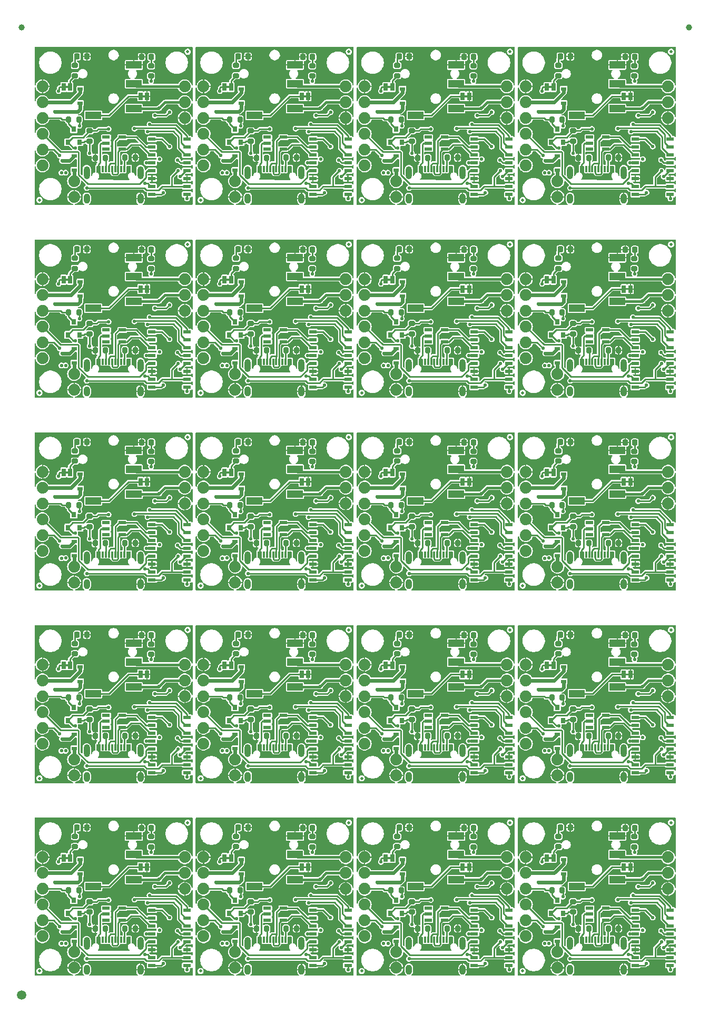
<source format=gtl>
%TF.GenerationSoftware,KiCad,Pcbnew,8.0.8*%
%TF.CreationDate,2025-02-19T11:23:30-07:00*%
%TF.ProjectId,SparkFun_Audio_Player_Breakout_MY1690X-16S_panelized,53706172-6b46-4756-9e5f-417564696f5f,v10*%
%TF.SameCoordinates,Original*%
%TF.FileFunction,Copper,L1,Top*%
%TF.FilePolarity,Positive*%
%FSLAX46Y46*%
G04 Gerber Fmt 4.6, Leading zero omitted, Abs format (unit mm)*
G04 Created by KiCad (PCBNEW 8.0.8) date 2025-02-19 11:23:30*
%MOMM*%
%LPD*%
G01*
G04 APERTURE LIST*
G04 Aperture macros list*
%AMRoundRect*
0 Rectangle with rounded corners*
0 $1 Rounding radius*
0 $2 $3 $4 $5 $6 $7 $8 $9 X,Y pos of 4 corners*
0 Add a 4 corners polygon primitive as box body*
4,1,4,$2,$3,$4,$5,$6,$7,$8,$9,$2,$3,0*
0 Add four circle primitives for the rounded corners*
1,1,$1+$1,$2,$3*
1,1,$1+$1,$4,$5*
1,1,$1+$1,$6,$7*
1,1,$1+$1,$8,$9*
0 Add four rect primitives between the rounded corners*
20,1,$1+$1,$2,$3,$4,$5,0*
20,1,$1+$1,$4,$5,$6,$7,0*
20,1,$1+$1,$6,$7,$8,$9,0*
20,1,$1+$1,$8,$9,$2,$3,0*%
G04 Aperture macros list end*
%TA.AperFunction,EtchedComponent*%
%ADD10C,0.000000*%
%TD*%
%TA.AperFunction,SMDPad,CuDef*%
%ADD11C,1.000000*%
%TD*%
%TA.AperFunction,SMDPad,CuDef*%
%ADD12C,1.500000*%
%TD*%
%TA.AperFunction,SMDPad,CuDef*%
%ADD13R,0.660400X1.270000*%
%TD*%
%TA.AperFunction,SMDPad,CuDef*%
%ADD14R,0.300000X1.000000*%
%TD*%
%TA.AperFunction,SMDPad,CuDef*%
%ADD15R,0.600000X1.000000*%
%TD*%
%TA.AperFunction,ComponentPad*%
%ADD16O,1.000000X1.600000*%
%TD*%
%TA.AperFunction,ComponentPad*%
%ADD17O,1.000000X2.100000*%
%TD*%
%TA.AperFunction,SMDPad,CuDef*%
%ADD18RoundRect,0.200000X-0.200000X-0.275000X0.200000X-0.275000X0.200000X0.275000X-0.200000X0.275000X0*%
%TD*%
%TA.AperFunction,SMDPad,CuDef*%
%ADD19RoundRect,0.218750X0.218750X0.256250X-0.218750X0.256250X-0.218750X-0.256250X0.218750X-0.256250X0*%
%TD*%
%TA.AperFunction,SMDPad,CuDef*%
%ADD20R,0.830000X0.630000*%
%TD*%
%TA.AperFunction,SMDPad,CuDef*%
%ADD21RoundRect,0.218750X-0.218750X-0.256250X0.218750X-0.256250X0.218750X0.256250X-0.218750X0.256250X0*%
%TD*%
%TA.AperFunction,SMDPad,CuDef*%
%ADD22R,0.800000X0.900000*%
%TD*%
%TA.AperFunction,SMDPad,CuDef*%
%ADD23RoundRect,0.200000X-0.275000X0.200000X-0.275000X-0.200000X0.275000X-0.200000X0.275000X0.200000X0*%
%TD*%
%TA.AperFunction,ComponentPad*%
%ADD24C,1.879600*%
%TD*%
%TA.AperFunction,SMDPad,CuDef*%
%ADD25R,2.500000X1.200000*%
%TD*%
%TA.AperFunction,SMDPad,CuDef*%
%ADD26C,0.500000*%
%TD*%
%TA.AperFunction,SMDPad,CuDef*%
%ADD27R,1.200000X0.600000*%
%TD*%
%TA.AperFunction,SMDPad,CuDef*%
%ADD28RoundRect,0.200000X0.275000X-0.200000X0.275000X0.200000X-0.275000X0.200000X-0.275000X-0.200000X0*%
%TD*%
%TA.AperFunction,SMDPad,CuDef*%
%ADD29R,1.200000X0.550000*%
%TD*%
%TA.AperFunction,ViaPad*%
%ADD30C,0.560000*%
%TD*%
%TA.AperFunction,Conductor*%
%ADD31C,0.254000*%
%TD*%
%TA.AperFunction,Conductor*%
%ADD32C,0.558800*%
%TD*%
%TA.AperFunction,Conductor*%
%ADD33C,0.406400*%
%TD*%
%TA.AperFunction,Conductor*%
%ADD34C,0.246380*%
%TD*%
G04 APERTURE END LIST*
D10*
%TA.AperFunction,EtchedComponent*%
%TO.C,JP2*%
G36*
X83125000Y142714000D02*
G01*
X82625000Y142714000D01*
X82625000Y143014000D01*
X83125000Y143014000D01*
X83125000Y142714000D01*
G37*
%TD.AperFunction*%
%TA.AperFunction,EtchedComponent*%
G36*
X83125000Y111734000D02*
G01*
X82625000Y111734000D01*
X82625000Y112034000D01*
X83125000Y112034000D01*
X83125000Y111734000D01*
G37*
%TD.AperFunction*%
%TA.AperFunction,EtchedComponent*%
G36*
X83125000Y80754000D02*
G01*
X82625000Y80754000D01*
X82625000Y81054000D01*
X83125000Y81054000D01*
X83125000Y80754000D01*
G37*
%TD.AperFunction*%
%TA.AperFunction,EtchedComponent*%
G36*
X83125000Y49774000D02*
G01*
X82625000Y49774000D01*
X82625000Y50074000D01*
X83125000Y50074000D01*
X83125000Y49774000D01*
G37*
%TD.AperFunction*%
%TA.AperFunction,EtchedComponent*%
G36*
X83125000Y18794000D02*
G01*
X82625000Y18794000D01*
X82625000Y19094000D01*
X83125000Y19094000D01*
X83125000Y18794000D01*
G37*
%TD.AperFunction*%
%TA.AperFunction,EtchedComponent*%
G36*
X57225000Y142714000D02*
G01*
X56725000Y142714000D01*
X56725000Y143014000D01*
X57225000Y143014000D01*
X57225000Y142714000D01*
G37*
%TD.AperFunction*%
%TA.AperFunction,EtchedComponent*%
G36*
X57225000Y111734000D02*
G01*
X56725000Y111734000D01*
X56725000Y112034000D01*
X57225000Y112034000D01*
X57225000Y111734000D01*
G37*
%TD.AperFunction*%
%TA.AperFunction,EtchedComponent*%
G36*
X57225000Y80754000D02*
G01*
X56725000Y80754000D01*
X56725000Y81054000D01*
X57225000Y81054000D01*
X57225000Y80754000D01*
G37*
%TD.AperFunction*%
%TA.AperFunction,EtchedComponent*%
G36*
X57225000Y49774000D02*
G01*
X56725000Y49774000D01*
X56725000Y50074000D01*
X57225000Y50074000D01*
X57225000Y49774000D01*
G37*
%TD.AperFunction*%
%TA.AperFunction,EtchedComponent*%
G36*
X57225000Y18794000D02*
G01*
X56725000Y18794000D01*
X56725000Y19094000D01*
X57225000Y19094000D01*
X57225000Y18794000D01*
G37*
%TD.AperFunction*%
%TA.AperFunction,EtchedComponent*%
G36*
X31325000Y142714000D02*
G01*
X30825000Y142714000D01*
X30825000Y143014000D01*
X31325000Y143014000D01*
X31325000Y142714000D01*
G37*
%TD.AperFunction*%
%TA.AperFunction,EtchedComponent*%
G36*
X31325000Y111734000D02*
G01*
X30825000Y111734000D01*
X30825000Y112034000D01*
X31325000Y112034000D01*
X31325000Y111734000D01*
G37*
%TD.AperFunction*%
%TA.AperFunction,EtchedComponent*%
G36*
X31325000Y80754000D02*
G01*
X30825000Y80754000D01*
X30825000Y81054000D01*
X31325000Y81054000D01*
X31325000Y80754000D01*
G37*
%TD.AperFunction*%
%TA.AperFunction,EtchedComponent*%
G36*
X31325000Y49774000D02*
G01*
X30825000Y49774000D01*
X30825000Y50074000D01*
X31325000Y50074000D01*
X31325000Y49774000D01*
G37*
%TD.AperFunction*%
%TA.AperFunction,EtchedComponent*%
G36*
X31325000Y18794000D02*
G01*
X30825000Y18794000D01*
X30825000Y19094000D01*
X31325000Y19094000D01*
X31325000Y18794000D01*
G37*
%TD.AperFunction*%
%TA.AperFunction,EtchedComponent*%
G36*
X5425000Y142714000D02*
G01*
X4925000Y142714000D01*
X4925000Y143014000D01*
X5425000Y143014000D01*
X5425000Y142714000D01*
G37*
%TD.AperFunction*%
%TA.AperFunction,EtchedComponent*%
G36*
X5425000Y111734000D02*
G01*
X4925000Y111734000D01*
X4925000Y112034000D01*
X5425000Y112034000D01*
X5425000Y111734000D01*
G37*
%TD.AperFunction*%
%TA.AperFunction,EtchedComponent*%
G36*
X5425000Y80754000D02*
G01*
X4925000Y80754000D01*
X4925000Y81054000D01*
X5425000Y81054000D01*
X5425000Y80754000D01*
G37*
%TD.AperFunction*%
%TA.AperFunction,EtchedComponent*%
G36*
X5425000Y49774000D02*
G01*
X4925000Y49774000D01*
X4925000Y50074000D01*
X5425000Y50074000D01*
X5425000Y49774000D01*
G37*
%TD.AperFunction*%
%TA.AperFunction,EtchedComponent*%
%TO.C,JP3*%
G36*
X95498300Y141222000D02*
G01*
X94998300Y141222000D01*
X94998300Y141522000D01*
X95498300Y141522000D01*
X95498300Y141222000D01*
G37*
%TD.AperFunction*%
%TA.AperFunction,EtchedComponent*%
G36*
X95498300Y110242000D02*
G01*
X94998300Y110242000D01*
X94998300Y110542000D01*
X95498300Y110542000D01*
X95498300Y110242000D01*
G37*
%TD.AperFunction*%
%TA.AperFunction,EtchedComponent*%
G36*
X95498300Y79262000D02*
G01*
X94998300Y79262000D01*
X94998300Y79562000D01*
X95498300Y79562000D01*
X95498300Y79262000D01*
G37*
%TD.AperFunction*%
%TA.AperFunction,EtchedComponent*%
G36*
X95498300Y48282000D02*
G01*
X94998300Y48282000D01*
X94998300Y48582000D01*
X95498300Y48582000D01*
X95498300Y48282000D01*
G37*
%TD.AperFunction*%
%TA.AperFunction,EtchedComponent*%
G36*
X95498300Y17302000D02*
G01*
X94998300Y17302000D01*
X94998300Y17602000D01*
X95498300Y17602000D01*
X95498300Y17302000D01*
G37*
%TD.AperFunction*%
%TA.AperFunction,EtchedComponent*%
G36*
X69598300Y141222000D02*
G01*
X69098300Y141222000D01*
X69098300Y141522000D01*
X69598300Y141522000D01*
X69598300Y141222000D01*
G37*
%TD.AperFunction*%
%TA.AperFunction,EtchedComponent*%
G36*
X69598300Y110242000D02*
G01*
X69098300Y110242000D01*
X69098300Y110542000D01*
X69598300Y110542000D01*
X69598300Y110242000D01*
G37*
%TD.AperFunction*%
%TA.AperFunction,EtchedComponent*%
G36*
X69598300Y79262000D02*
G01*
X69098300Y79262000D01*
X69098300Y79562000D01*
X69598300Y79562000D01*
X69598300Y79262000D01*
G37*
%TD.AperFunction*%
%TA.AperFunction,EtchedComponent*%
G36*
X69598300Y48282000D02*
G01*
X69098300Y48282000D01*
X69098300Y48582000D01*
X69598300Y48582000D01*
X69598300Y48282000D01*
G37*
%TD.AperFunction*%
%TA.AperFunction,EtchedComponent*%
G36*
X69598300Y17302000D02*
G01*
X69098300Y17302000D01*
X69098300Y17602000D01*
X69598300Y17602000D01*
X69598300Y17302000D01*
G37*
%TD.AperFunction*%
%TA.AperFunction,EtchedComponent*%
G36*
X43698300Y141222000D02*
G01*
X43198300Y141222000D01*
X43198300Y141522000D01*
X43698300Y141522000D01*
X43698300Y141222000D01*
G37*
%TD.AperFunction*%
%TA.AperFunction,EtchedComponent*%
G36*
X43698300Y110242000D02*
G01*
X43198300Y110242000D01*
X43198300Y110542000D01*
X43698300Y110542000D01*
X43698300Y110242000D01*
G37*
%TD.AperFunction*%
%TA.AperFunction,EtchedComponent*%
G36*
X43698300Y79262000D02*
G01*
X43198300Y79262000D01*
X43198300Y79562000D01*
X43698300Y79562000D01*
X43698300Y79262000D01*
G37*
%TD.AperFunction*%
%TA.AperFunction,EtchedComponent*%
G36*
X43698300Y48282000D02*
G01*
X43198300Y48282000D01*
X43198300Y48582000D01*
X43698300Y48582000D01*
X43698300Y48282000D01*
G37*
%TD.AperFunction*%
%TA.AperFunction,EtchedComponent*%
G36*
X43698300Y17302000D02*
G01*
X43198300Y17302000D01*
X43198300Y17602000D01*
X43698300Y17602000D01*
X43698300Y17302000D01*
G37*
%TD.AperFunction*%
%TA.AperFunction,EtchedComponent*%
G36*
X17798300Y141222000D02*
G01*
X17298300Y141222000D01*
X17298300Y141522000D01*
X17798300Y141522000D01*
X17798300Y141222000D01*
G37*
%TD.AperFunction*%
%TA.AperFunction,EtchedComponent*%
G36*
X17798300Y110242000D02*
G01*
X17298300Y110242000D01*
X17298300Y110542000D01*
X17798300Y110542000D01*
X17798300Y110242000D01*
G37*
%TD.AperFunction*%
%TA.AperFunction,EtchedComponent*%
G36*
X17798300Y79262000D02*
G01*
X17298300Y79262000D01*
X17298300Y79562000D01*
X17798300Y79562000D01*
X17798300Y79262000D01*
G37*
%TD.AperFunction*%
%TA.AperFunction,EtchedComponent*%
G36*
X17798300Y48282000D02*
G01*
X17298300Y48282000D01*
X17298300Y48582000D01*
X17798300Y48582000D01*
X17798300Y48282000D01*
G37*
%TD.AperFunction*%
%TA.AperFunction,EtchedComponent*%
G36*
X17798300Y17302000D02*
G01*
X17298300Y17302000D01*
X17298300Y17602000D01*
X17798300Y17602000D01*
X17798300Y17302000D01*
G37*
%TD.AperFunction*%
%TA.AperFunction,EtchedComponent*%
%TO.C,JP2*%
G36*
X5425000Y18794000D02*
G01*
X4925000Y18794000D01*
X4925000Y19094000D01*
X5425000Y19094000D01*
X5425000Y18794000D01*
G37*
%TD.AperFunction*%
%TD*%
D11*
%TO.P,,*%
%TO.N,*%
X105187500Y152400000D03*
%TD*%
%TO.P,,*%
%TO.N,*%
X-2087500Y152400000D03*
%TD*%
D12*
%TO.P,,*%
%TO.N,*%
X-2087500Y-3080000D03*
%TD*%
D13*
%TO.P,JP2,1,A*%
%TO.N,Net-(JP2-A)*%
X83395700Y142864000D03*
%TO.P,JP2,2,B*%
%TO.N,VCC*%
X82354300Y142864000D03*
%TD*%
%TO.P,JP2,1,A*%
%TO.N,Net-(JP2-A)*%
X83395700Y111884000D03*
%TO.P,JP2,2,B*%
%TO.N,VCC*%
X82354300Y111884000D03*
%TD*%
%TO.P,JP2,1,A*%
%TO.N,Net-(JP2-A)*%
X83395700Y80904000D03*
%TO.P,JP2,2,B*%
%TO.N,VCC*%
X82354300Y80904000D03*
%TD*%
%TO.P,JP2,1,A*%
%TO.N,Net-(JP2-A)*%
X83395700Y49924000D03*
%TO.P,JP2,2,B*%
%TO.N,VCC*%
X82354300Y49924000D03*
%TD*%
%TO.P,JP2,1,A*%
%TO.N,Net-(JP2-A)*%
X83395700Y18944000D03*
%TO.P,JP2,2,B*%
%TO.N,VCC*%
X82354300Y18944000D03*
%TD*%
%TO.P,JP2,1,A*%
%TO.N,Net-(JP2-A)*%
X57495700Y142864000D03*
%TO.P,JP2,2,B*%
%TO.N,VCC*%
X56454300Y142864000D03*
%TD*%
%TO.P,JP2,1,A*%
%TO.N,Net-(JP2-A)*%
X57495700Y111884000D03*
%TO.P,JP2,2,B*%
%TO.N,VCC*%
X56454300Y111884000D03*
%TD*%
%TO.P,JP2,1,A*%
%TO.N,Net-(JP2-A)*%
X57495700Y80904000D03*
%TO.P,JP2,2,B*%
%TO.N,VCC*%
X56454300Y80904000D03*
%TD*%
%TO.P,JP2,1,A*%
%TO.N,Net-(JP2-A)*%
X57495700Y49924000D03*
%TO.P,JP2,2,B*%
%TO.N,VCC*%
X56454300Y49924000D03*
%TD*%
%TO.P,JP2,1,A*%
%TO.N,Net-(JP2-A)*%
X57495700Y18944000D03*
%TO.P,JP2,2,B*%
%TO.N,VCC*%
X56454300Y18944000D03*
%TD*%
%TO.P,JP2,1,A*%
%TO.N,Net-(JP2-A)*%
X31595700Y142864000D03*
%TO.P,JP2,2,B*%
%TO.N,VCC*%
X30554300Y142864000D03*
%TD*%
%TO.P,JP2,1,A*%
%TO.N,Net-(JP2-A)*%
X31595700Y111884000D03*
%TO.P,JP2,2,B*%
%TO.N,VCC*%
X30554300Y111884000D03*
%TD*%
%TO.P,JP2,1,A*%
%TO.N,Net-(JP2-A)*%
X31595700Y80904000D03*
%TO.P,JP2,2,B*%
%TO.N,VCC*%
X30554300Y80904000D03*
%TD*%
%TO.P,JP2,1,A*%
%TO.N,Net-(JP2-A)*%
X31595700Y49924000D03*
%TO.P,JP2,2,B*%
%TO.N,VCC*%
X30554300Y49924000D03*
%TD*%
%TO.P,JP2,1,A*%
%TO.N,Net-(JP2-A)*%
X31595700Y18944000D03*
%TO.P,JP2,2,B*%
%TO.N,VCC*%
X30554300Y18944000D03*
%TD*%
%TO.P,JP2,1,A*%
%TO.N,Net-(JP2-A)*%
X5695700Y142864000D03*
%TO.P,JP2,2,B*%
%TO.N,VCC*%
X4654300Y142864000D03*
%TD*%
%TO.P,JP2,1,A*%
%TO.N,Net-(JP2-A)*%
X5695700Y111884000D03*
%TO.P,JP2,2,B*%
%TO.N,VCC*%
X4654300Y111884000D03*
%TD*%
%TO.P,JP2,1,A*%
%TO.N,Net-(JP2-A)*%
X5695700Y80904000D03*
%TO.P,JP2,2,B*%
%TO.N,VCC*%
X4654300Y80904000D03*
%TD*%
%TO.P,JP2,1,A*%
%TO.N,Net-(JP2-A)*%
X5695700Y49924000D03*
%TO.P,JP2,2,B*%
%TO.N,VCC*%
X4654300Y49924000D03*
%TD*%
D14*
%TO.P,J4,A5,CC1*%
%TO.N,Net-(J4-CC1)*%
X89150000Y129676000D03*
%TO.P,J4,A6,D+*%
%TO.N,Net-(D6-I{slash}O1)*%
X90150000Y129676000D03*
%TO.P,J4,A7,D-*%
%TO.N,Net-(D6-I{slash}O2)*%
X90650000Y129676000D03*
%TO.P,J4,A8,NC*%
%TO.N,unconnected-(J4-NC-PadA8)*%
X91650000Y129676000D03*
%TO.P,J4,B5,CC2*%
%TO.N,Net-(J4-CC2)*%
X92150000Y129676000D03*
%TO.P,J4,B6,D+*%
%TO.N,Net-(D6-I{slash}O1)*%
X91150000Y129676000D03*
%TO.P,J4,B7,D-*%
%TO.N,Net-(D6-I{slash}O2)*%
X89650000Y129676000D03*
%TO.P,J4,B8,NC*%
%TO.N,unconnected-(J4-NC-PadB8)*%
X88650000Y129676000D03*
D15*
%TO.P,J4,GND,GND*%
%TO.N,GND*%
X87175000Y129676000D03*
X93625000Y129676000D03*
D16*
%TO.P,J4,NC1,NC*%
%TO.N,unconnected-(J4-NC-PadNC1)*%
X86082000Y124921000D03*
D17*
%TO.P,J4,NC2,NC*%
%TO.N,unconnected-(J4-NC-PadNC2)*%
X86082000Y129101000D03*
%TO.P,J4,NC3,NC*%
%TO.N,unconnected-(J4-NC-PadNC3)*%
X94718000Y129101000D03*
D16*
%TO.P,J4,S,SHIELD*%
%TO.N,GND*%
X94718000Y124921000D03*
D15*
%TO.P,J4,VBUS,VBUS*%
%TO.N,VUSB*%
X87950000Y129676000D03*
X92850000Y129676000D03*
%TD*%
D14*
%TO.P,J4,A5,CC1*%
%TO.N,Net-(J4-CC1)*%
X89150000Y98696000D03*
%TO.P,J4,A6,D+*%
%TO.N,Net-(D6-I{slash}O1)*%
X90150000Y98696000D03*
%TO.P,J4,A7,D-*%
%TO.N,Net-(D6-I{slash}O2)*%
X90650000Y98696000D03*
%TO.P,J4,A8,NC*%
%TO.N,unconnected-(J4-NC-PadA8)*%
X91650000Y98696000D03*
%TO.P,J4,B5,CC2*%
%TO.N,Net-(J4-CC2)*%
X92150000Y98696000D03*
%TO.P,J4,B6,D+*%
%TO.N,Net-(D6-I{slash}O1)*%
X91150000Y98696000D03*
%TO.P,J4,B7,D-*%
%TO.N,Net-(D6-I{slash}O2)*%
X89650000Y98696000D03*
%TO.P,J4,B8,NC*%
%TO.N,unconnected-(J4-NC-PadB8)*%
X88650000Y98696000D03*
D15*
%TO.P,J4,GND,GND*%
%TO.N,GND*%
X87175000Y98696000D03*
X93625000Y98696000D03*
D16*
%TO.P,J4,NC1,NC*%
%TO.N,unconnected-(J4-NC-PadNC1)*%
X86082000Y93941000D03*
D17*
%TO.P,J4,NC2,NC*%
%TO.N,unconnected-(J4-NC-PadNC2)*%
X86082000Y98121000D03*
%TO.P,J4,NC3,NC*%
%TO.N,unconnected-(J4-NC-PadNC3)*%
X94718000Y98121000D03*
D16*
%TO.P,J4,S,SHIELD*%
%TO.N,GND*%
X94718000Y93941000D03*
D15*
%TO.P,J4,VBUS,VBUS*%
%TO.N,VUSB*%
X87950000Y98696000D03*
X92850000Y98696000D03*
%TD*%
D14*
%TO.P,J4,A5,CC1*%
%TO.N,Net-(J4-CC1)*%
X89150000Y67716000D03*
%TO.P,J4,A6,D+*%
%TO.N,Net-(D6-I{slash}O1)*%
X90150000Y67716000D03*
%TO.P,J4,A7,D-*%
%TO.N,Net-(D6-I{slash}O2)*%
X90650000Y67716000D03*
%TO.P,J4,A8,NC*%
%TO.N,unconnected-(J4-NC-PadA8)*%
X91650000Y67716000D03*
%TO.P,J4,B5,CC2*%
%TO.N,Net-(J4-CC2)*%
X92150000Y67716000D03*
%TO.P,J4,B6,D+*%
%TO.N,Net-(D6-I{slash}O1)*%
X91150000Y67716000D03*
%TO.P,J4,B7,D-*%
%TO.N,Net-(D6-I{slash}O2)*%
X89650000Y67716000D03*
%TO.P,J4,B8,NC*%
%TO.N,unconnected-(J4-NC-PadB8)*%
X88650000Y67716000D03*
D15*
%TO.P,J4,GND,GND*%
%TO.N,GND*%
X87175000Y67716000D03*
X93625000Y67716000D03*
D16*
%TO.P,J4,NC1,NC*%
%TO.N,unconnected-(J4-NC-PadNC1)*%
X86082000Y62961000D03*
D17*
%TO.P,J4,NC2,NC*%
%TO.N,unconnected-(J4-NC-PadNC2)*%
X86082000Y67141000D03*
%TO.P,J4,NC3,NC*%
%TO.N,unconnected-(J4-NC-PadNC3)*%
X94718000Y67141000D03*
D16*
%TO.P,J4,S,SHIELD*%
%TO.N,GND*%
X94718000Y62961000D03*
D15*
%TO.P,J4,VBUS,VBUS*%
%TO.N,VUSB*%
X87950000Y67716000D03*
X92850000Y67716000D03*
%TD*%
D14*
%TO.P,J4,A5,CC1*%
%TO.N,Net-(J4-CC1)*%
X89150000Y36736000D03*
%TO.P,J4,A6,D+*%
%TO.N,Net-(D6-I{slash}O1)*%
X90150000Y36736000D03*
%TO.P,J4,A7,D-*%
%TO.N,Net-(D6-I{slash}O2)*%
X90650000Y36736000D03*
%TO.P,J4,A8,NC*%
%TO.N,unconnected-(J4-NC-PadA8)*%
X91650000Y36736000D03*
%TO.P,J4,B5,CC2*%
%TO.N,Net-(J4-CC2)*%
X92150000Y36736000D03*
%TO.P,J4,B6,D+*%
%TO.N,Net-(D6-I{slash}O1)*%
X91150000Y36736000D03*
%TO.P,J4,B7,D-*%
%TO.N,Net-(D6-I{slash}O2)*%
X89650000Y36736000D03*
%TO.P,J4,B8,NC*%
%TO.N,unconnected-(J4-NC-PadB8)*%
X88650000Y36736000D03*
D15*
%TO.P,J4,GND,GND*%
%TO.N,GND*%
X87175000Y36736000D03*
X93625000Y36736000D03*
D16*
%TO.P,J4,NC1,NC*%
%TO.N,unconnected-(J4-NC-PadNC1)*%
X86082000Y31981000D03*
D17*
%TO.P,J4,NC2,NC*%
%TO.N,unconnected-(J4-NC-PadNC2)*%
X86082000Y36161000D03*
%TO.P,J4,NC3,NC*%
%TO.N,unconnected-(J4-NC-PadNC3)*%
X94718000Y36161000D03*
D16*
%TO.P,J4,S,SHIELD*%
%TO.N,GND*%
X94718000Y31981000D03*
D15*
%TO.P,J4,VBUS,VBUS*%
%TO.N,VUSB*%
X87950000Y36736000D03*
X92850000Y36736000D03*
%TD*%
D14*
%TO.P,J4,A5,CC1*%
%TO.N,Net-(J4-CC1)*%
X89150000Y5756000D03*
%TO.P,J4,A6,D+*%
%TO.N,Net-(D6-I{slash}O1)*%
X90150000Y5756000D03*
%TO.P,J4,A7,D-*%
%TO.N,Net-(D6-I{slash}O2)*%
X90650000Y5756000D03*
%TO.P,J4,A8,NC*%
%TO.N,unconnected-(J4-NC-PadA8)*%
X91650000Y5756000D03*
%TO.P,J4,B5,CC2*%
%TO.N,Net-(J4-CC2)*%
X92150000Y5756000D03*
%TO.P,J4,B6,D+*%
%TO.N,Net-(D6-I{slash}O1)*%
X91150000Y5756000D03*
%TO.P,J4,B7,D-*%
%TO.N,Net-(D6-I{slash}O2)*%
X89650000Y5756000D03*
%TO.P,J4,B8,NC*%
%TO.N,unconnected-(J4-NC-PadB8)*%
X88650000Y5756000D03*
D15*
%TO.P,J4,GND,GND*%
%TO.N,GND*%
X87175000Y5756000D03*
X93625000Y5756000D03*
D16*
%TO.P,J4,NC1,NC*%
%TO.N,unconnected-(J4-NC-PadNC1)*%
X86082000Y1001000D03*
D17*
%TO.P,J4,NC2,NC*%
%TO.N,unconnected-(J4-NC-PadNC2)*%
X86082000Y5181000D03*
%TO.P,J4,NC3,NC*%
%TO.N,unconnected-(J4-NC-PadNC3)*%
X94718000Y5181000D03*
D16*
%TO.P,J4,S,SHIELD*%
%TO.N,GND*%
X94718000Y1001000D03*
D15*
%TO.P,J4,VBUS,VBUS*%
%TO.N,VUSB*%
X87950000Y5756000D03*
X92850000Y5756000D03*
%TD*%
D14*
%TO.P,J4,A5,CC1*%
%TO.N,Net-(J4-CC1)*%
X63250000Y129676000D03*
%TO.P,J4,A6,D+*%
%TO.N,Net-(D6-I{slash}O1)*%
X64250000Y129676000D03*
%TO.P,J4,A7,D-*%
%TO.N,Net-(D6-I{slash}O2)*%
X64750000Y129676000D03*
%TO.P,J4,A8,NC*%
%TO.N,unconnected-(J4-NC-PadA8)*%
X65750000Y129676000D03*
%TO.P,J4,B5,CC2*%
%TO.N,Net-(J4-CC2)*%
X66250000Y129676000D03*
%TO.P,J4,B6,D+*%
%TO.N,Net-(D6-I{slash}O1)*%
X65250000Y129676000D03*
%TO.P,J4,B7,D-*%
%TO.N,Net-(D6-I{slash}O2)*%
X63750000Y129676000D03*
%TO.P,J4,B8,NC*%
%TO.N,unconnected-(J4-NC-PadB8)*%
X62750000Y129676000D03*
D15*
%TO.P,J4,GND,GND*%
%TO.N,GND*%
X61275000Y129676000D03*
X67725000Y129676000D03*
D16*
%TO.P,J4,NC1,NC*%
%TO.N,unconnected-(J4-NC-PadNC1)*%
X60182000Y124921000D03*
D17*
%TO.P,J4,NC2,NC*%
%TO.N,unconnected-(J4-NC-PadNC2)*%
X60182000Y129101000D03*
%TO.P,J4,NC3,NC*%
%TO.N,unconnected-(J4-NC-PadNC3)*%
X68818000Y129101000D03*
D16*
%TO.P,J4,S,SHIELD*%
%TO.N,GND*%
X68818000Y124921000D03*
D15*
%TO.P,J4,VBUS,VBUS*%
%TO.N,VUSB*%
X62050000Y129676000D03*
X66950000Y129676000D03*
%TD*%
D14*
%TO.P,J4,A5,CC1*%
%TO.N,Net-(J4-CC1)*%
X63250000Y98696000D03*
%TO.P,J4,A6,D+*%
%TO.N,Net-(D6-I{slash}O1)*%
X64250000Y98696000D03*
%TO.P,J4,A7,D-*%
%TO.N,Net-(D6-I{slash}O2)*%
X64750000Y98696000D03*
%TO.P,J4,A8,NC*%
%TO.N,unconnected-(J4-NC-PadA8)*%
X65750000Y98696000D03*
%TO.P,J4,B5,CC2*%
%TO.N,Net-(J4-CC2)*%
X66250000Y98696000D03*
%TO.P,J4,B6,D+*%
%TO.N,Net-(D6-I{slash}O1)*%
X65250000Y98696000D03*
%TO.P,J4,B7,D-*%
%TO.N,Net-(D6-I{slash}O2)*%
X63750000Y98696000D03*
%TO.P,J4,B8,NC*%
%TO.N,unconnected-(J4-NC-PadB8)*%
X62750000Y98696000D03*
D15*
%TO.P,J4,GND,GND*%
%TO.N,GND*%
X61275000Y98696000D03*
X67725000Y98696000D03*
D16*
%TO.P,J4,NC1,NC*%
%TO.N,unconnected-(J4-NC-PadNC1)*%
X60182000Y93941000D03*
D17*
%TO.P,J4,NC2,NC*%
%TO.N,unconnected-(J4-NC-PadNC2)*%
X60182000Y98121000D03*
%TO.P,J4,NC3,NC*%
%TO.N,unconnected-(J4-NC-PadNC3)*%
X68818000Y98121000D03*
D16*
%TO.P,J4,S,SHIELD*%
%TO.N,GND*%
X68818000Y93941000D03*
D15*
%TO.P,J4,VBUS,VBUS*%
%TO.N,VUSB*%
X62050000Y98696000D03*
X66950000Y98696000D03*
%TD*%
D14*
%TO.P,J4,A5,CC1*%
%TO.N,Net-(J4-CC1)*%
X63250000Y67716000D03*
%TO.P,J4,A6,D+*%
%TO.N,Net-(D6-I{slash}O1)*%
X64250000Y67716000D03*
%TO.P,J4,A7,D-*%
%TO.N,Net-(D6-I{slash}O2)*%
X64750000Y67716000D03*
%TO.P,J4,A8,NC*%
%TO.N,unconnected-(J4-NC-PadA8)*%
X65750000Y67716000D03*
%TO.P,J4,B5,CC2*%
%TO.N,Net-(J4-CC2)*%
X66250000Y67716000D03*
%TO.P,J4,B6,D+*%
%TO.N,Net-(D6-I{slash}O1)*%
X65250000Y67716000D03*
%TO.P,J4,B7,D-*%
%TO.N,Net-(D6-I{slash}O2)*%
X63750000Y67716000D03*
%TO.P,J4,B8,NC*%
%TO.N,unconnected-(J4-NC-PadB8)*%
X62750000Y67716000D03*
D15*
%TO.P,J4,GND,GND*%
%TO.N,GND*%
X61275000Y67716000D03*
X67725000Y67716000D03*
D16*
%TO.P,J4,NC1,NC*%
%TO.N,unconnected-(J4-NC-PadNC1)*%
X60182000Y62961000D03*
D17*
%TO.P,J4,NC2,NC*%
%TO.N,unconnected-(J4-NC-PadNC2)*%
X60182000Y67141000D03*
%TO.P,J4,NC3,NC*%
%TO.N,unconnected-(J4-NC-PadNC3)*%
X68818000Y67141000D03*
D16*
%TO.P,J4,S,SHIELD*%
%TO.N,GND*%
X68818000Y62961000D03*
D15*
%TO.P,J4,VBUS,VBUS*%
%TO.N,VUSB*%
X62050000Y67716000D03*
X66950000Y67716000D03*
%TD*%
D14*
%TO.P,J4,A5,CC1*%
%TO.N,Net-(J4-CC1)*%
X63250000Y36736000D03*
%TO.P,J4,A6,D+*%
%TO.N,Net-(D6-I{slash}O1)*%
X64250000Y36736000D03*
%TO.P,J4,A7,D-*%
%TO.N,Net-(D6-I{slash}O2)*%
X64750000Y36736000D03*
%TO.P,J4,A8,NC*%
%TO.N,unconnected-(J4-NC-PadA8)*%
X65750000Y36736000D03*
%TO.P,J4,B5,CC2*%
%TO.N,Net-(J4-CC2)*%
X66250000Y36736000D03*
%TO.P,J4,B6,D+*%
%TO.N,Net-(D6-I{slash}O1)*%
X65250000Y36736000D03*
%TO.P,J4,B7,D-*%
%TO.N,Net-(D6-I{slash}O2)*%
X63750000Y36736000D03*
%TO.P,J4,B8,NC*%
%TO.N,unconnected-(J4-NC-PadB8)*%
X62750000Y36736000D03*
D15*
%TO.P,J4,GND,GND*%
%TO.N,GND*%
X61275000Y36736000D03*
X67725000Y36736000D03*
D16*
%TO.P,J4,NC1,NC*%
%TO.N,unconnected-(J4-NC-PadNC1)*%
X60182000Y31981000D03*
D17*
%TO.P,J4,NC2,NC*%
%TO.N,unconnected-(J4-NC-PadNC2)*%
X60182000Y36161000D03*
%TO.P,J4,NC3,NC*%
%TO.N,unconnected-(J4-NC-PadNC3)*%
X68818000Y36161000D03*
D16*
%TO.P,J4,S,SHIELD*%
%TO.N,GND*%
X68818000Y31981000D03*
D15*
%TO.P,J4,VBUS,VBUS*%
%TO.N,VUSB*%
X62050000Y36736000D03*
X66950000Y36736000D03*
%TD*%
D14*
%TO.P,J4,A5,CC1*%
%TO.N,Net-(J4-CC1)*%
X63250000Y5756000D03*
%TO.P,J4,A6,D+*%
%TO.N,Net-(D6-I{slash}O1)*%
X64250000Y5756000D03*
%TO.P,J4,A7,D-*%
%TO.N,Net-(D6-I{slash}O2)*%
X64750000Y5756000D03*
%TO.P,J4,A8,NC*%
%TO.N,unconnected-(J4-NC-PadA8)*%
X65750000Y5756000D03*
%TO.P,J4,B5,CC2*%
%TO.N,Net-(J4-CC2)*%
X66250000Y5756000D03*
%TO.P,J4,B6,D+*%
%TO.N,Net-(D6-I{slash}O1)*%
X65250000Y5756000D03*
%TO.P,J4,B7,D-*%
%TO.N,Net-(D6-I{slash}O2)*%
X63750000Y5756000D03*
%TO.P,J4,B8,NC*%
%TO.N,unconnected-(J4-NC-PadB8)*%
X62750000Y5756000D03*
D15*
%TO.P,J4,GND,GND*%
%TO.N,GND*%
X61275000Y5756000D03*
X67725000Y5756000D03*
D16*
%TO.P,J4,NC1,NC*%
%TO.N,unconnected-(J4-NC-PadNC1)*%
X60182000Y1001000D03*
D17*
%TO.P,J4,NC2,NC*%
%TO.N,unconnected-(J4-NC-PadNC2)*%
X60182000Y5181000D03*
%TO.P,J4,NC3,NC*%
%TO.N,unconnected-(J4-NC-PadNC3)*%
X68818000Y5181000D03*
D16*
%TO.P,J4,S,SHIELD*%
%TO.N,GND*%
X68818000Y1001000D03*
D15*
%TO.P,J4,VBUS,VBUS*%
%TO.N,VUSB*%
X62050000Y5756000D03*
X66950000Y5756000D03*
%TD*%
D14*
%TO.P,J4,A5,CC1*%
%TO.N,Net-(J4-CC1)*%
X37350000Y129676000D03*
%TO.P,J4,A6,D+*%
%TO.N,Net-(D6-I{slash}O1)*%
X38350000Y129676000D03*
%TO.P,J4,A7,D-*%
%TO.N,Net-(D6-I{slash}O2)*%
X38850000Y129676000D03*
%TO.P,J4,A8,NC*%
%TO.N,unconnected-(J4-NC-PadA8)*%
X39850000Y129676000D03*
%TO.P,J4,B5,CC2*%
%TO.N,Net-(J4-CC2)*%
X40350000Y129676000D03*
%TO.P,J4,B6,D+*%
%TO.N,Net-(D6-I{slash}O1)*%
X39350000Y129676000D03*
%TO.P,J4,B7,D-*%
%TO.N,Net-(D6-I{slash}O2)*%
X37850000Y129676000D03*
%TO.P,J4,B8,NC*%
%TO.N,unconnected-(J4-NC-PadB8)*%
X36850000Y129676000D03*
D15*
%TO.P,J4,GND,GND*%
%TO.N,GND*%
X35375000Y129676000D03*
X41825000Y129676000D03*
D16*
%TO.P,J4,NC1,NC*%
%TO.N,unconnected-(J4-NC-PadNC1)*%
X34282000Y124921000D03*
D17*
%TO.P,J4,NC2,NC*%
%TO.N,unconnected-(J4-NC-PadNC2)*%
X34282000Y129101000D03*
%TO.P,J4,NC3,NC*%
%TO.N,unconnected-(J4-NC-PadNC3)*%
X42918000Y129101000D03*
D16*
%TO.P,J4,S,SHIELD*%
%TO.N,GND*%
X42918000Y124921000D03*
D15*
%TO.P,J4,VBUS,VBUS*%
%TO.N,VUSB*%
X36150000Y129676000D03*
X41050000Y129676000D03*
%TD*%
D14*
%TO.P,J4,A5,CC1*%
%TO.N,Net-(J4-CC1)*%
X37350000Y98696000D03*
%TO.P,J4,A6,D+*%
%TO.N,Net-(D6-I{slash}O1)*%
X38350000Y98696000D03*
%TO.P,J4,A7,D-*%
%TO.N,Net-(D6-I{slash}O2)*%
X38850000Y98696000D03*
%TO.P,J4,A8,NC*%
%TO.N,unconnected-(J4-NC-PadA8)*%
X39850000Y98696000D03*
%TO.P,J4,B5,CC2*%
%TO.N,Net-(J4-CC2)*%
X40350000Y98696000D03*
%TO.P,J4,B6,D+*%
%TO.N,Net-(D6-I{slash}O1)*%
X39350000Y98696000D03*
%TO.P,J4,B7,D-*%
%TO.N,Net-(D6-I{slash}O2)*%
X37850000Y98696000D03*
%TO.P,J4,B8,NC*%
%TO.N,unconnected-(J4-NC-PadB8)*%
X36850000Y98696000D03*
D15*
%TO.P,J4,GND,GND*%
%TO.N,GND*%
X35375000Y98696000D03*
X41825000Y98696000D03*
D16*
%TO.P,J4,NC1,NC*%
%TO.N,unconnected-(J4-NC-PadNC1)*%
X34282000Y93941000D03*
D17*
%TO.P,J4,NC2,NC*%
%TO.N,unconnected-(J4-NC-PadNC2)*%
X34282000Y98121000D03*
%TO.P,J4,NC3,NC*%
%TO.N,unconnected-(J4-NC-PadNC3)*%
X42918000Y98121000D03*
D16*
%TO.P,J4,S,SHIELD*%
%TO.N,GND*%
X42918000Y93941000D03*
D15*
%TO.P,J4,VBUS,VBUS*%
%TO.N,VUSB*%
X36150000Y98696000D03*
X41050000Y98696000D03*
%TD*%
D14*
%TO.P,J4,A5,CC1*%
%TO.N,Net-(J4-CC1)*%
X37350000Y67716000D03*
%TO.P,J4,A6,D+*%
%TO.N,Net-(D6-I{slash}O1)*%
X38350000Y67716000D03*
%TO.P,J4,A7,D-*%
%TO.N,Net-(D6-I{slash}O2)*%
X38850000Y67716000D03*
%TO.P,J4,A8,NC*%
%TO.N,unconnected-(J4-NC-PadA8)*%
X39850000Y67716000D03*
%TO.P,J4,B5,CC2*%
%TO.N,Net-(J4-CC2)*%
X40350000Y67716000D03*
%TO.P,J4,B6,D+*%
%TO.N,Net-(D6-I{slash}O1)*%
X39350000Y67716000D03*
%TO.P,J4,B7,D-*%
%TO.N,Net-(D6-I{slash}O2)*%
X37850000Y67716000D03*
%TO.P,J4,B8,NC*%
%TO.N,unconnected-(J4-NC-PadB8)*%
X36850000Y67716000D03*
D15*
%TO.P,J4,GND,GND*%
%TO.N,GND*%
X35375000Y67716000D03*
X41825000Y67716000D03*
D16*
%TO.P,J4,NC1,NC*%
%TO.N,unconnected-(J4-NC-PadNC1)*%
X34282000Y62961000D03*
D17*
%TO.P,J4,NC2,NC*%
%TO.N,unconnected-(J4-NC-PadNC2)*%
X34282000Y67141000D03*
%TO.P,J4,NC3,NC*%
%TO.N,unconnected-(J4-NC-PadNC3)*%
X42918000Y67141000D03*
D16*
%TO.P,J4,S,SHIELD*%
%TO.N,GND*%
X42918000Y62961000D03*
D15*
%TO.P,J4,VBUS,VBUS*%
%TO.N,VUSB*%
X36150000Y67716000D03*
X41050000Y67716000D03*
%TD*%
D14*
%TO.P,J4,A5,CC1*%
%TO.N,Net-(J4-CC1)*%
X37350000Y36736000D03*
%TO.P,J4,A6,D+*%
%TO.N,Net-(D6-I{slash}O1)*%
X38350000Y36736000D03*
%TO.P,J4,A7,D-*%
%TO.N,Net-(D6-I{slash}O2)*%
X38850000Y36736000D03*
%TO.P,J4,A8,NC*%
%TO.N,unconnected-(J4-NC-PadA8)*%
X39850000Y36736000D03*
%TO.P,J4,B5,CC2*%
%TO.N,Net-(J4-CC2)*%
X40350000Y36736000D03*
%TO.P,J4,B6,D+*%
%TO.N,Net-(D6-I{slash}O1)*%
X39350000Y36736000D03*
%TO.P,J4,B7,D-*%
%TO.N,Net-(D6-I{slash}O2)*%
X37850000Y36736000D03*
%TO.P,J4,B8,NC*%
%TO.N,unconnected-(J4-NC-PadB8)*%
X36850000Y36736000D03*
D15*
%TO.P,J4,GND,GND*%
%TO.N,GND*%
X35375000Y36736000D03*
X41825000Y36736000D03*
D16*
%TO.P,J4,NC1,NC*%
%TO.N,unconnected-(J4-NC-PadNC1)*%
X34282000Y31981000D03*
D17*
%TO.P,J4,NC2,NC*%
%TO.N,unconnected-(J4-NC-PadNC2)*%
X34282000Y36161000D03*
%TO.P,J4,NC3,NC*%
%TO.N,unconnected-(J4-NC-PadNC3)*%
X42918000Y36161000D03*
D16*
%TO.P,J4,S,SHIELD*%
%TO.N,GND*%
X42918000Y31981000D03*
D15*
%TO.P,J4,VBUS,VBUS*%
%TO.N,VUSB*%
X36150000Y36736000D03*
X41050000Y36736000D03*
%TD*%
D14*
%TO.P,J4,A5,CC1*%
%TO.N,Net-(J4-CC1)*%
X37350000Y5756000D03*
%TO.P,J4,A6,D+*%
%TO.N,Net-(D6-I{slash}O1)*%
X38350000Y5756000D03*
%TO.P,J4,A7,D-*%
%TO.N,Net-(D6-I{slash}O2)*%
X38850000Y5756000D03*
%TO.P,J4,A8,NC*%
%TO.N,unconnected-(J4-NC-PadA8)*%
X39850000Y5756000D03*
%TO.P,J4,B5,CC2*%
%TO.N,Net-(J4-CC2)*%
X40350000Y5756000D03*
%TO.P,J4,B6,D+*%
%TO.N,Net-(D6-I{slash}O1)*%
X39350000Y5756000D03*
%TO.P,J4,B7,D-*%
%TO.N,Net-(D6-I{slash}O2)*%
X37850000Y5756000D03*
%TO.P,J4,B8,NC*%
%TO.N,unconnected-(J4-NC-PadB8)*%
X36850000Y5756000D03*
D15*
%TO.P,J4,GND,GND*%
%TO.N,GND*%
X35375000Y5756000D03*
X41825000Y5756000D03*
D16*
%TO.P,J4,NC1,NC*%
%TO.N,unconnected-(J4-NC-PadNC1)*%
X34282000Y1001000D03*
D17*
%TO.P,J4,NC2,NC*%
%TO.N,unconnected-(J4-NC-PadNC2)*%
X34282000Y5181000D03*
%TO.P,J4,NC3,NC*%
%TO.N,unconnected-(J4-NC-PadNC3)*%
X42918000Y5181000D03*
D16*
%TO.P,J4,S,SHIELD*%
%TO.N,GND*%
X42918000Y1001000D03*
D15*
%TO.P,J4,VBUS,VBUS*%
%TO.N,VUSB*%
X36150000Y5756000D03*
X41050000Y5756000D03*
%TD*%
D14*
%TO.P,J4,A5,CC1*%
%TO.N,Net-(J4-CC1)*%
X11450000Y129676000D03*
%TO.P,J4,A6,D+*%
%TO.N,Net-(D6-I{slash}O1)*%
X12450000Y129676000D03*
%TO.P,J4,A7,D-*%
%TO.N,Net-(D6-I{slash}O2)*%
X12950000Y129676000D03*
%TO.P,J4,A8,NC*%
%TO.N,unconnected-(J4-NC-PadA8)*%
X13950000Y129676000D03*
%TO.P,J4,B5,CC2*%
%TO.N,Net-(J4-CC2)*%
X14450000Y129676000D03*
%TO.P,J4,B6,D+*%
%TO.N,Net-(D6-I{slash}O1)*%
X13450000Y129676000D03*
%TO.P,J4,B7,D-*%
%TO.N,Net-(D6-I{slash}O2)*%
X11950000Y129676000D03*
%TO.P,J4,B8,NC*%
%TO.N,unconnected-(J4-NC-PadB8)*%
X10950000Y129676000D03*
D15*
%TO.P,J4,GND,GND*%
%TO.N,GND*%
X9475000Y129676000D03*
X15925000Y129676000D03*
D16*
%TO.P,J4,NC1,NC*%
%TO.N,unconnected-(J4-NC-PadNC1)*%
X8382000Y124921000D03*
D17*
%TO.P,J4,NC2,NC*%
%TO.N,unconnected-(J4-NC-PadNC2)*%
X8382000Y129101000D03*
%TO.P,J4,NC3,NC*%
%TO.N,unconnected-(J4-NC-PadNC3)*%
X17018000Y129101000D03*
D16*
%TO.P,J4,S,SHIELD*%
%TO.N,GND*%
X17018000Y124921000D03*
D15*
%TO.P,J4,VBUS,VBUS*%
%TO.N,VUSB*%
X10250000Y129676000D03*
X15150000Y129676000D03*
%TD*%
D14*
%TO.P,J4,A5,CC1*%
%TO.N,Net-(J4-CC1)*%
X11450000Y98696000D03*
%TO.P,J4,A6,D+*%
%TO.N,Net-(D6-I{slash}O1)*%
X12450000Y98696000D03*
%TO.P,J4,A7,D-*%
%TO.N,Net-(D6-I{slash}O2)*%
X12950000Y98696000D03*
%TO.P,J4,A8,NC*%
%TO.N,unconnected-(J4-NC-PadA8)*%
X13950000Y98696000D03*
%TO.P,J4,B5,CC2*%
%TO.N,Net-(J4-CC2)*%
X14450000Y98696000D03*
%TO.P,J4,B6,D+*%
%TO.N,Net-(D6-I{slash}O1)*%
X13450000Y98696000D03*
%TO.P,J4,B7,D-*%
%TO.N,Net-(D6-I{slash}O2)*%
X11950000Y98696000D03*
%TO.P,J4,B8,NC*%
%TO.N,unconnected-(J4-NC-PadB8)*%
X10950000Y98696000D03*
D15*
%TO.P,J4,GND,GND*%
%TO.N,GND*%
X9475000Y98696000D03*
X15925000Y98696000D03*
D16*
%TO.P,J4,NC1,NC*%
%TO.N,unconnected-(J4-NC-PadNC1)*%
X8382000Y93941000D03*
D17*
%TO.P,J4,NC2,NC*%
%TO.N,unconnected-(J4-NC-PadNC2)*%
X8382000Y98121000D03*
%TO.P,J4,NC3,NC*%
%TO.N,unconnected-(J4-NC-PadNC3)*%
X17018000Y98121000D03*
D16*
%TO.P,J4,S,SHIELD*%
%TO.N,GND*%
X17018000Y93941000D03*
D15*
%TO.P,J4,VBUS,VBUS*%
%TO.N,VUSB*%
X10250000Y98696000D03*
X15150000Y98696000D03*
%TD*%
D14*
%TO.P,J4,A5,CC1*%
%TO.N,Net-(J4-CC1)*%
X11450000Y67716000D03*
%TO.P,J4,A6,D+*%
%TO.N,Net-(D6-I{slash}O1)*%
X12450000Y67716000D03*
%TO.P,J4,A7,D-*%
%TO.N,Net-(D6-I{slash}O2)*%
X12950000Y67716000D03*
%TO.P,J4,A8,NC*%
%TO.N,unconnected-(J4-NC-PadA8)*%
X13950000Y67716000D03*
%TO.P,J4,B5,CC2*%
%TO.N,Net-(J4-CC2)*%
X14450000Y67716000D03*
%TO.P,J4,B6,D+*%
%TO.N,Net-(D6-I{slash}O1)*%
X13450000Y67716000D03*
%TO.P,J4,B7,D-*%
%TO.N,Net-(D6-I{slash}O2)*%
X11950000Y67716000D03*
%TO.P,J4,B8,NC*%
%TO.N,unconnected-(J4-NC-PadB8)*%
X10950000Y67716000D03*
D15*
%TO.P,J4,GND,GND*%
%TO.N,GND*%
X9475000Y67716000D03*
X15925000Y67716000D03*
D16*
%TO.P,J4,NC1,NC*%
%TO.N,unconnected-(J4-NC-PadNC1)*%
X8382000Y62961000D03*
D17*
%TO.P,J4,NC2,NC*%
%TO.N,unconnected-(J4-NC-PadNC2)*%
X8382000Y67141000D03*
%TO.P,J4,NC3,NC*%
%TO.N,unconnected-(J4-NC-PadNC3)*%
X17018000Y67141000D03*
D16*
%TO.P,J4,S,SHIELD*%
%TO.N,GND*%
X17018000Y62961000D03*
D15*
%TO.P,J4,VBUS,VBUS*%
%TO.N,VUSB*%
X10250000Y67716000D03*
X15150000Y67716000D03*
%TD*%
D14*
%TO.P,J4,A5,CC1*%
%TO.N,Net-(J4-CC1)*%
X11450000Y36736000D03*
%TO.P,J4,A6,D+*%
%TO.N,Net-(D6-I{slash}O1)*%
X12450000Y36736000D03*
%TO.P,J4,A7,D-*%
%TO.N,Net-(D6-I{slash}O2)*%
X12950000Y36736000D03*
%TO.P,J4,A8,NC*%
%TO.N,unconnected-(J4-NC-PadA8)*%
X13950000Y36736000D03*
%TO.P,J4,B5,CC2*%
%TO.N,Net-(J4-CC2)*%
X14450000Y36736000D03*
%TO.P,J4,B6,D+*%
%TO.N,Net-(D6-I{slash}O1)*%
X13450000Y36736000D03*
%TO.P,J4,B7,D-*%
%TO.N,Net-(D6-I{slash}O2)*%
X11950000Y36736000D03*
%TO.P,J4,B8,NC*%
%TO.N,unconnected-(J4-NC-PadB8)*%
X10950000Y36736000D03*
D15*
%TO.P,J4,GND,GND*%
%TO.N,GND*%
X9475000Y36736000D03*
X15925000Y36736000D03*
D16*
%TO.P,J4,NC1,NC*%
%TO.N,unconnected-(J4-NC-PadNC1)*%
X8382000Y31981000D03*
D17*
%TO.P,J4,NC2,NC*%
%TO.N,unconnected-(J4-NC-PadNC2)*%
X8382000Y36161000D03*
%TO.P,J4,NC3,NC*%
%TO.N,unconnected-(J4-NC-PadNC3)*%
X17018000Y36161000D03*
D16*
%TO.P,J4,S,SHIELD*%
%TO.N,GND*%
X17018000Y31981000D03*
D15*
%TO.P,J4,VBUS,VBUS*%
%TO.N,VUSB*%
X10250000Y36736000D03*
X15150000Y36736000D03*
%TD*%
D18*
%TO.P,R3,1*%
%TO.N,GND*%
X87449000Y131480000D03*
%TO.P,R3,2*%
%TO.N,Net-(J4-CC1)*%
X89099000Y131480000D03*
%TD*%
%TO.P,R3,1*%
%TO.N,GND*%
X87449000Y100500000D03*
%TO.P,R3,2*%
%TO.N,Net-(J4-CC1)*%
X89099000Y100500000D03*
%TD*%
%TO.P,R3,1*%
%TO.N,GND*%
X87449000Y69520000D03*
%TO.P,R3,2*%
%TO.N,Net-(J4-CC1)*%
X89099000Y69520000D03*
%TD*%
%TO.P,R3,1*%
%TO.N,GND*%
X87449000Y38540000D03*
%TO.P,R3,2*%
%TO.N,Net-(J4-CC1)*%
X89099000Y38540000D03*
%TD*%
%TO.P,R3,1*%
%TO.N,GND*%
X87449000Y7560000D03*
%TO.P,R3,2*%
%TO.N,Net-(J4-CC1)*%
X89099000Y7560000D03*
%TD*%
%TO.P,R3,1*%
%TO.N,GND*%
X61549000Y131480000D03*
%TO.P,R3,2*%
%TO.N,Net-(J4-CC1)*%
X63199000Y131480000D03*
%TD*%
%TO.P,R3,1*%
%TO.N,GND*%
X61549000Y100500000D03*
%TO.P,R3,2*%
%TO.N,Net-(J4-CC1)*%
X63199000Y100500000D03*
%TD*%
%TO.P,R3,1*%
%TO.N,GND*%
X61549000Y69520000D03*
%TO.P,R3,2*%
%TO.N,Net-(J4-CC1)*%
X63199000Y69520000D03*
%TD*%
%TO.P,R3,1*%
%TO.N,GND*%
X61549000Y38540000D03*
%TO.P,R3,2*%
%TO.N,Net-(J4-CC1)*%
X63199000Y38540000D03*
%TD*%
%TO.P,R3,1*%
%TO.N,GND*%
X61549000Y7560000D03*
%TO.P,R3,2*%
%TO.N,Net-(J4-CC1)*%
X63199000Y7560000D03*
%TD*%
%TO.P,R3,1*%
%TO.N,GND*%
X35649000Y131480000D03*
%TO.P,R3,2*%
%TO.N,Net-(J4-CC1)*%
X37299000Y131480000D03*
%TD*%
%TO.P,R3,1*%
%TO.N,GND*%
X35649000Y100500000D03*
%TO.P,R3,2*%
%TO.N,Net-(J4-CC1)*%
X37299000Y100500000D03*
%TD*%
%TO.P,R3,1*%
%TO.N,GND*%
X35649000Y69520000D03*
%TO.P,R3,2*%
%TO.N,Net-(J4-CC1)*%
X37299000Y69520000D03*
%TD*%
%TO.P,R3,1*%
%TO.N,GND*%
X35649000Y38540000D03*
%TO.P,R3,2*%
%TO.N,Net-(J4-CC1)*%
X37299000Y38540000D03*
%TD*%
%TO.P,R3,1*%
%TO.N,GND*%
X35649000Y7560000D03*
%TO.P,R3,2*%
%TO.N,Net-(J4-CC1)*%
X37299000Y7560000D03*
%TD*%
%TO.P,R3,1*%
%TO.N,GND*%
X9749000Y131480000D03*
%TO.P,R3,2*%
%TO.N,Net-(J4-CC1)*%
X11399000Y131480000D03*
%TD*%
%TO.P,R3,1*%
%TO.N,GND*%
X9749000Y100500000D03*
%TO.P,R3,2*%
%TO.N,Net-(J4-CC1)*%
X11399000Y100500000D03*
%TD*%
%TO.P,R3,1*%
%TO.N,GND*%
X9749000Y69520000D03*
%TO.P,R3,2*%
%TO.N,Net-(J4-CC1)*%
X11399000Y69520000D03*
%TD*%
%TO.P,R3,1*%
%TO.N,GND*%
X9749000Y38540000D03*
%TO.P,R3,2*%
%TO.N,Net-(J4-CC1)*%
X11399000Y38540000D03*
%TD*%
D19*
%TO.P,D4,1,K*%
%TO.N,GND*%
X86102500Y147762000D03*
%TO.P,D4,2,A*%
%TO.N,Net-(D4-A)*%
X84527500Y147762000D03*
%TD*%
%TO.P,D4,1,K*%
%TO.N,GND*%
X86102500Y116782000D03*
%TO.P,D4,2,A*%
%TO.N,Net-(D4-A)*%
X84527500Y116782000D03*
%TD*%
%TO.P,D4,1,K*%
%TO.N,GND*%
X86102500Y85802000D03*
%TO.P,D4,2,A*%
%TO.N,Net-(D4-A)*%
X84527500Y85802000D03*
%TD*%
%TO.P,D4,1,K*%
%TO.N,GND*%
X86102500Y54822000D03*
%TO.P,D4,2,A*%
%TO.N,Net-(D4-A)*%
X84527500Y54822000D03*
%TD*%
%TO.P,D4,1,K*%
%TO.N,GND*%
X86102500Y23842000D03*
%TO.P,D4,2,A*%
%TO.N,Net-(D4-A)*%
X84527500Y23842000D03*
%TD*%
%TO.P,D4,1,K*%
%TO.N,GND*%
X60202500Y147762000D03*
%TO.P,D4,2,A*%
%TO.N,Net-(D4-A)*%
X58627500Y147762000D03*
%TD*%
%TO.P,D4,1,K*%
%TO.N,GND*%
X60202500Y116782000D03*
%TO.P,D4,2,A*%
%TO.N,Net-(D4-A)*%
X58627500Y116782000D03*
%TD*%
%TO.P,D4,1,K*%
%TO.N,GND*%
X60202500Y85802000D03*
%TO.P,D4,2,A*%
%TO.N,Net-(D4-A)*%
X58627500Y85802000D03*
%TD*%
%TO.P,D4,1,K*%
%TO.N,GND*%
X60202500Y54822000D03*
%TO.P,D4,2,A*%
%TO.N,Net-(D4-A)*%
X58627500Y54822000D03*
%TD*%
%TO.P,D4,1,K*%
%TO.N,GND*%
X60202500Y23842000D03*
%TO.P,D4,2,A*%
%TO.N,Net-(D4-A)*%
X58627500Y23842000D03*
%TD*%
%TO.P,D4,1,K*%
%TO.N,GND*%
X34302500Y147762000D03*
%TO.P,D4,2,A*%
%TO.N,Net-(D4-A)*%
X32727500Y147762000D03*
%TD*%
%TO.P,D4,1,K*%
%TO.N,GND*%
X34302500Y116782000D03*
%TO.P,D4,2,A*%
%TO.N,Net-(D4-A)*%
X32727500Y116782000D03*
%TD*%
%TO.P,D4,1,K*%
%TO.N,GND*%
X34302500Y85802000D03*
%TO.P,D4,2,A*%
%TO.N,Net-(D4-A)*%
X32727500Y85802000D03*
%TD*%
%TO.P,D4,1,K*%
%TO.N,GND*%
X34302500Y54822000D03*
%TO.P,D4,2,A*%
%TO.N,Net-(D4-A)*%
X32727500Y54822000D03*
%TD*%
%TO.P,D4,1,K*%
%TO.N,GND*%
X34302500Y23842000D03*
%TO.P,D4,2,A*%
%TO.N,Net-(D4-A)*%
X32727500Y23842000D03*
%TD*%
%TO.P,D4,1,K*%
%TO.N,GND*%
X8402500Y147762000D03*
%TO.P,D4,2,A*%
%TO.N,Net-(D4-A)*%
X6827500Y147762000D03*
%TD*%
%TO.P,D4,1,K*%
%TO.N,GND*%
X8402500Y116782000D03*
%TO.P,D4,2,A*%
%TO.N,Net-(D4-A)*%
X6827500Y116782000D03*
%TD*%
%TO.P,D4,1,K*%
%TO.N,GND*%
X8402500Y85802000D03*
%TO.P,D4,2,A*%
%TO.N,Net-(D4-A)*%
X6827500Y85802000D03*
%TD*%
%TO.P,D4,1,K*%
%TO.N,GND*%
X8402500Y54822000D03*
%TO.P,D4,2,A*%
%TO.N,Net-(D4-A)*%
X6827500Y54822000D03*
%TD*%
D20*
%TO.P,D2,1,K*%
%TO.N,Net-(D2-K)*%
X85056000Y140265000D03*
%TO.P,D2,2,A*%
%TO.N,VIN*%
X85056000Y142565000D03*
%TD*%
%TO.P,D2,1,K*%
%TO.N,Net-(D2-K)*%
X85056000Y109285000D03*
%TO.P,D2,2,A*%
%TO.N,VIN*%
X85056000Y111585000D03*
%TD*%
%TO.P,D2,1,K*%
%TO.N,Net-(D2-K)*%
X85056000Y78305000D03*
%TO.P,D2,2,A*%
%TO.N,VIN*%
X85056000Y80605000D03*
%TD*%
%TO.P,D2,1,K*%
%TO.N,Net-(D2-K)*%
X85056000Y47325000D03*
%TO.P,D2,2,A*%
%TO.N,VIN*%
X85056000Y49625000D03*
%TD*%
%TO.P,D2,1,K*%
%TO.N,Net-(D2-K)*%
X85056000Y16345000D03*
%TO.P,D2,2,A*%
%TO.N,VIN*%
X85056000Y18645000D03*
%TD*%
%TO.P,D2,1,K*%
%TO.N,Net-(D2-K)*%
X59156000Y140265000D03*
%TO.P,D2,2,A*%
%TO.N,VIN*%
X59156000Y142565000D03*
%TD*%
%TO.P,D2,1,K*%
%TO.N,Net-(D2-K)*%
X59156000Y109285000D03*
%TO.P,D2,2,A*%
%TO.N,VIN*%
X59156000Y111585000D03*
%TD*%
%TO.P,D2,1,K*%
%TO.N,Net-(D2-K)*%
X59156000Y78305000D03*
%TO.P,D2,2,A*%
%TO.N,VIN*%
X59156000Y80605000D03*
%TD*%
%TO.P,D2,1,K*%
%TO.N,Net-(D2-K)*%
X59156000Y47325000D03*
%TO.P,D2,2,A*%
%TO.N,VIN*%
X59156000Y49625000D03*
%TD*%
%TO.P,D2,1,K*%
%TO.N,Net-(D2-K)*%
X59156000Y16345000D03*
%TO.P,D2,2,A*%
%TO.N,VIN*%
X59156000Y18645000D03*
%TD*%
%TO.P,D2,1,K*%
%TO.N,Net-(D2-K)*%
X33256000Y140265000D03*
%TO.P,D2,2,A*%
%TO.N,VIN*%
X33256000Y142565000D03*
%TD*%
%TO.P,D2,1,K*%
%TO.N,Net-(D2-K)*%
X33256000Y109285000D03*
%TO.P,D2,2,A*%
%TO.N,VIN*%
X33256000Y111585000D03*
%TD*%
%TO.P,D2,1,K*%
%TO.N,Net-(D2-K)*%
X33256000Y78305000D03*
%TO.P,D2,2,A*%
%TO.N,VIN*%
X33256000Y80605000D03*
%TD*%
%TO.P,D2,1,K*%
%TO.N,Net-(D2-K)*%
X33256000Y47325000D03*
%TO.P,D2,2,A*%
%TO.N,VIN*%
X33256000Y49625000D03*
%TD*%
%TO.P,D2,1,K*%
%TO.N,Net-(D2-K)*%
X33256000Y16345000D03*
%TO.P,D2,2,A*%
%TO.N,VIN*%
X33256000Y18645000D03*
%TD*%
%TO.P,D2,1,K*%
%TO.N,Net-(D2-K)*%
X7356000Y140265000D03*
%TO.P,D2,2,A*%
%TO.N,VIN*%
X7356000Y142565000D03*
%TD*%
%TO.P,D2,1,K*%
%TO.N,Net-(D2-K)*%
X7356000Y109285000D03*
%TO.P,D2,2,A*%
%TO.N,VIN*%
X7356000Y111585000D03*
%TD*%
%TO.P,D2,1,K*%
%TO.N,Net-(D2-K)*%
X7356000Y78305000D03*
%TO.P,D2,2,A*%
%TO.N,VIN*%
X7356000Y80605000D03*
%TD*%
%TO.P,D2,1,K*%
%TO.N,Net-(D2-K)*%
X7356000Y47325000D03*
%TO.P,D2,2,A*%
%TO.N,VIN*%
X7356000Y49625000D03*
%TD*%
D18*
%TO.P,R4,1*%
%TO.N,MY_RX*%
X83174000Y137645000D03*
%TO.P,R4,2*%
%TO.N,VCC*%
X84824000Y137645000D03*
%TD*%
%TO.P,R4,1*%
%TO.N,MY_RX*%
X83174000Y106665000D03*
%TO.P,R4,2*%
%TO.N,VCC*%
X84824000Y106665000D03*
%TD*%
%TO.P,R4,1*%
%TO.N,MY_RX*%
X83174000Y75685000D03*
%TO.P,R4,2*%
%TO.N,VCC*%
X84824000Y75685000D03*
%TD*%
%TO.P,R4,1*%
%TO.N,MY_RX*%
X83174000Y44705000D03*
%TO.P,R4,2*%
%TO.N,VCC*%
X84824000Y44705000D03*
%TD*%
%TO.P,R4,1*%
%TO.N,MY_RX*%
X83174000Y13725000D03*
%TO.P,R4,2*%
%TO.N,VCC*%
X84824000Y13725000D03*
%TD*%
%TO.P,R4,1*%
%TO.N,MY_RX*%
X57274000Y137645000D03*
%TO.P,R4,2*%
%TO.N,VCC*%
X58924000Y137645000D03*
%TD*%
%TO.P,R4,1*%
%TO.N,MY_RX*%
X57274000Y106665000D03*
%TO.P,R4,2*%
%TO.N,VCC*%
X58924000Y106665000D03*
%TD*%
%TO.P,R4,1*%
%TO.N,MY_RX*%
X57274000Y75685000D03*
%TO.P,R4,2*%
%TO.N,VCC*%
X58924000Y75685000D03*
%TD*%
%TO.P,R4,1*%
%TO.N,MY_RX*%
X57274000Y44705000D03*
%TO.P,R4,2*%
%TO.N,VCC*%
X58924000Y44705000D03*
%TD*%
%TO.P,R4,1*%
%TO.N,MY_RX*%
X57274000Y13725000D03*
%TO.P,R4,2*%
%TO.N,VCC*%
X58924000Y13725000D03*
%TD*%
%TO.P,R4,1*%
%TO.N,MY_RX*%
X31374000Y137645000D03*
%TO.P,R4,2*%
%TO.N,VCC*%
X33024000Y137645000D03*
%TD*%
%TO.P,R4,1*%
%TO.N,MY_RX*%
X31374000Y106665000D03*
%TO.P,R4,2*%
%TO.N,VCC*%
X33024000Y106665000D03*
%TD*%
%TO.P,R4,1*%
%TO.N,MY_RX*%
X31374000Y75685000D03*
%TO.P,R4,2*%
%TO.N,VCC*%
X33024000Y75685000D03*
%TD*%
%TO.P,R4,1*%
%TO.N,MY_RX*%
X31374000Y44705000D03*
%TO.P,R4,2*%
%TO.N,VCC*%
X33024000Y44705000D03*
%TD*%
%TO.P,R4,1*%
%TO.N,MY_RX*%
X31374000Y13725000D03*
%TO.P,R4,2*%
%TO.N,VCC*%
X33024000Y13725000D03*
%TD*%
%TO.P,R4,1*%
%TO.N,MY_RX*%
X5474000Y137645000D03*
%TO.P,R4,2*%
%TO.N,VCC*%
X7124000Y137645000D03*
%TD*%
%TO.P,R4,1*%
%TO.N,MY_RX*%
X5474000Y106665000D03*
%TO.P,R4,2*%
%TO.N,VCC*%
X7124000Y106665000D03*
%TD*%
%TO.P,R4,1*%
%TO.N,MY_RX*%
X5474000Y75685000D03*
%TO.P,R4,2*%
%TO.N,VCC*%
X7124000Y75685000D03*
%TD*%
%TO.P,R4,1*%
%TO.N,MY_RX*%
X5474000Y44705000D03*
%TO.P,R4,2*%
%TO.N,VCC*%
X7124000Y44705000D03*
%TD*%
D21*
%TO.P,D1,1,K*%
%TO.N,GND*%
X94912500Y147678000D03*
%TO.P,D1,2,A*%
%TO.N,Net-(D1-A)*%
X96487500Y147678000D03*
%TD*%
%TO.P,D1,1,K*%
%TO.N,GND*%
X94912500Y116698000D03*
%TO.P,D1,2,A*%
%TO.N,Net-(D1-A)*%
X96487500Y116698000D03*
%TD*%
%TO.P,D1,1,K*%
%TO.N,GND*%
X94912500Y85718000D03*
%TO.P,D1,2,A*%
%TO.N,Net-(D1-A)*%
X96487500Y85718000D03*
%TD*%
%TO.P,D1,1,K*%
%TO.N,GND*%
X94912500Y54738000D03*
%TO.P,D1,2,A*%
%TO.N,Net-(D1-A)*%
X96487500Y54738000D03*
%TD*%
%TO.P,D1,1,K*%
%TO.N,GND*%
X94912500Y23758000D03*
%TO.P,D1,2,A*%
%TO.N,Net-(D1-A)*%
X96487500Y23758000D03*
%TD*%
%TO.P,D1,1,K*%
%TO.N,GND*%
X69012500Y147678000D03*
%TO.P,D1,2,A*%
%TO.N,Net-(D1-A)*%
X70587500Y147678000D03*
%TD*%
%TO.P,D1,1,K*%
%TO.N,GND*%
X69012500Y116698000D03*
%TO.P,D1,2,A*%
%TO.N,Net-(D1-A)*%
X70587500Y116698000D03*
%TD*%
%TO.P,D1,1,K*%
%TO.N,GND*%
X69012500Y85718000D03*
%TO.P,D1,2,A*%
%TO.N,Net-(D1-A)*%
X70587500Y85718000D03*
%TD*%
%TO.P,D1,1,K*%
%TO.N,GND*%
X69012500Y54738000D03*
%TO.P,D1,2,A*%
%TO.N,Net-(D1-A)*%
X70587500Y54738000D03*
%TD*%
%TO.P,D1,1,K*%
%TO.N,GND*%
X69012500Y23758000D03*
%TO.P,D1,2,A*%
%TO.N,Net-(D1-A)*%
X70587500Y23758000D03*
%TD*%
%TO.P,D1,1,K*%
%TO.N,GND*%
X43112500Y147678000D03*
%TO.P,D1,2,A*%
%TO.N,Net-(D1-A)*%
X44687500Y147678000D03*
%TD*%
%TO.P,D1,1,K*%
%TO.N,GND*%
X43112500Y116698000D03*
%TO.P,D1,2,A*%
%TO.N,Net-(D1-A)*%
X44687500Y116698000D03*
%TD*%
%TO.P,D1,1,K*%
%TO.N,GND*%
X43112500Y85718000D03*
%TO.P,D1,2,A*%
%TO.N,Net-(D1-A)*%
X44687500Y85718000D03*
%TD*%
%TO.P,D1,1,K*%
%TO.N,GND*%
X43112500Y54738000D03*
%TO.P,D1,2,A*%
%TO.N,Net-(D1-A)*%
X44687500Y54738000D03*
%TD*%
%TO.P,D1,1,K*%
%TO.N,GND*%
X43112500Y23758000D03*
%TO.P,D1,2,A*%
%TO.N,Net-(D1-A)*%
X44687500Y23758000D03*
%TD*%
%TO.P,D1,1,K*%
%TO.N,GND*%
X17212500Y147678000D03*
%TO.P,D1,2,A*%
%TO.N,Net-(D1-A)*%
X18787500Y147678000D03*
%TD*%
%TO.P,D1,1,K*%
%TO.N,GND*%
X17212500Y116698000D03*
%TO.P,D1,2,A*%
%TO.N,Net-(D1-A)*%
X18787500Y116698000D03*
%TD*%
%TO.P,D1,1,K*%
%TO.N,GND*%
X17212500Y85718000D03*
%TO.P,D1,2,A*%
%TO.N,Net-(D1-A)*%
X18787500Y85718000D03*
%TD*%
%TO.P,D1,1,K*%
%TO.N,GND*%
X17212500Y54738000D03*
%TO.P,D1,2,A*%
%TO.N,Net-(D1-A)*%
X18787500Y54738000D03*
%TD*%
D22*
%TO.P,Q1,1,G*%
%TO.N,3.3V_P*%
X83049000Y133989000D03*
%TO.P,Q1,2,S*%
%TO.N,MY_RX_LV*%
X84949000Y133989000D03*
%TO.P,Q1,3,D*%
%TO.N,MY_RX*%
X83999000Y136089000D03*
%TD*%
%TO.P,Q1,1,G*%
%TO.N,3.3V_P*%
X83049000Y103009000D03*
%TO.P,Q1,2,S*%
%TO.N,MY_RX_LV*%
X84949000Y103009000D03*
%TO.P,Q1,3,D*%
%TO.N,MY_RX*%
X83999000Y105109000D03*
%TD*%
%TO.P,Q1,1,G*%
%TO.N,3.3V_P*%
X83049000Y72029000D03*
%TO.P,Q1,2,S*%
%TO.N,MY_RX_LV*%
X84949000Y72029000D03*
%TO.P,Q1,3,D*%
%TO.N,MY_RX*%
X83999000Y74129000D03*
%TD*%
%TO.P,Q1,1,G*%
%TO.N,3.3V_P*%
X83049000Y41049000D03*
%TO.P,Q1,2,S*%
%TO.N,MY_RX_LV*%
X84949000Y41049000D03*
%TO.P,Q1,3,D*%
%TO.N,MY_RX*%
X83999000Y43149000D03*
%TD*%
%TO.P,Q1,1,G*%
%TO.N,3.3V_P*%
X83049000Y10069000D03*
%TO.P,Q1,2,S*%
%TO.N,MY_RX_LV*%
X84949000Y10069000D03*
%TO.P,Q1,3,D*%
%TO.N,MY_RX*%
X83999000Y12169000D03*
%TD*%
%TO.P,Q1,1,G*%
%TO.N,3.3V_P*%
X57149000Y133989000D03*
%TO.P,Q1,2,S*%
%TO.N,MY_RX_LV*%
X59049000Y133989000D03*
%TO.P,Q1,3,D*%
%TO.N,MY_RX*%
X58099000Y136089000D03*
%TD*%
%TO.P,Q1,1,G*%
%TO.N,3.3V_P*%
X57149000Y103009000D03*
%TO.P,Q1,2,S*%
%TO.N,MY_RX_LV*%
X59049000Y103009000D03*
%TO.P,Q1,3,D*%
%TO.N,MY_RX*%
X58099000Y105109000D03*
%TD*%
%TO.P,Q1,1,G*%
%TO.N,3.3V_P*%
X57149000Y72029000D03*
%TO.P,Q1,2,S*%
%TO.N,MY_RX_LV*%
X59049000Y72029000D03*
%TO.P,Q1,3,D*%
%TO.N,MY_RX*%
X58099000Y74129000D03*
%TD*%
%TO.P,Q1,1,G*%
%TO.N,3.3V_P*%
X57149000Y41049000D03*
%TO.P,Q1,2,S*%
%TO.N,MY_RX_LV*%
X59049000Y41049000D03*
%TO.P,Q1,3,D*%
%TO.N,MY_RX*%
X58099000Y43149000D03*
%TD*%
%TO.P,Q1,1,G*%
%TO.N,3.3V_P*%
X57149000Y10069000D03*
%TO.P,Q1,2,S*%
%TO.N,MY_RX_LV*%
X59049000Y10069000D03*
%TO.P,Q1,3,D*%
%TO.N,MY_RX*%
X58099000Y12169000D03*
%TD*%
%TO.P,Q1,1,G*%
%TO.N,3.3V_P*%
X31249000Y133989000D03*
%TO.P,Q1,2,S*%
%TO.N,MY_RX_LV*%
X33149000Y133989000D03*
%TO.P,Q1,3,D*%
%TO.N,MY_RX*%
X32199000Y136089000D03*
%TD*%
%TO.P,Q1,1,G*%
%TO.N,3.3V_P*%
X31249000Y103009000D03*
%TO.P,Q1,2,S*%
%TO.N,MY_RX_LV*%
X33149000Y103009000D03*
%TO.P,Q1,3,D*%
%TO.N,MY_RX*%
X32199000Y105109000D03*
%TD*%
%TO.P,Q1,1,G*%
%TO.N,3.3V_P*%
X31249000Y72029000D03*
%TO.P,Q1,2,S*%
%TO.N,MY_RX_LV*%
X33149000Y72029000D03*
%TO.P,Q1,3,D*%
%TO.N,MY_RX*%
X32199000Y74129000D03*
%TD*%
%TO.P,Q1,1,G*%
%TO.N,3.3V_P*%
X31249000Y41049000D03*
%TO.P,Q1,2,S*%
%TO.N,MY_RX_LV*%
X33149000Y41049000D03*
%TO.P,Q1,3,D*%
%TO.N,MY_RX*%
X32199000Y43149000D03*
%TD*%
%TO.P,Q1,1,G*%
%TO.N,3.3V_P*%
X31249000Y10069000D03*
%TO.P,Q1,2,S*%
%TO.N,MY_RX_LV*%
X33149000Y10069000D03*
%TO.P,Q1,3,D*%
%TO.N,MY_RX*%
X32199000Y12169000D03*
%TD*%
%TO.P,Q1,1,G*%
%TO.N,3.3V_P*%
X5349000Y133989000D03*
%TO.P,Q1,2,S*%
%TO.N,MY_RX_LV*%
X7249000Y133989000D03*
%TO.P,Q1,3,D*%
%TO.N,MY_RX*%
X6299000Y136089000D03*
%TD*%
%TO.P,Q1,1,G*%
%TO.N,3.3V_P*%
X5349000Y103009000D03*
%TO.P,Q1,2,S*%
%TO.N,MY_RX_LV*%
X7249000Y103009000D03*
%TO.P,Q1,3,D*%
%TO.N,MY_RX*%
X6299000Y105109000D03*
%TD*%
%TO.P,Q1,1,G*%
%TO.N,3.3V_P*%
X5349000Y72029000D03*
%TO.P,Q1,2,S*%
%TO.N,MY_RX_LV*%
X7249000Y72029000D03*
%TO.P,Q1,3,D*%
%TO.N,MY_RX*%
X6299000Y74129000D03*
%TD*%
%TO.P,Q1,1,G*%
%TO.N,3.3V_P*%
X5349000Y41049000D03*
%TO.P,Q1,2,S*%
%TO.N,MY_RX_LV*%
X7249000Y41049000D03*
%TO.P,Q1,3,D*%
%TO.N,MY_RX*%
X6299000Y43149000D03*
%TD*%
D23*
%TO.P,R9,1*%
%TO.N,Net-(D4-A)*%
X84193000Y146334000D03*
%TO.P,R9,2*%
%TO.N,Net-(JP2-A)*%
X84193000Y144684000D03*
%TD*%
%TO.P,R9,1*%
%TO.N,Net-(D4-A)*%
X84193000Y115354000D03*
%TO.P,R9,2*%
%TO.N,Net-(JP2-A)*%
X84193000Y113704000D03*
%TD*%
%TO.P,R9,1*%
%TO.N,Net-(D4-A)*%
X84193000Y84374000D03*
%TO.P,R9,2*%
%TO.N,Net-(JP2-A)*%
X84193000Y82724000D03*
%TD*%
%TO.P,R9,1*%
%TO.N,Net-(D4-A)*%
X84193000Y53394000D03*
%TO.P,R9,2*%
%TO.N,Net-(JP2-A)*%
X84193000Y51744000D03*
%TD*%
%TO.P,R9,1*%
%TO.N,Net-(D4-A)*%
X84193000Y22414000D03*
%TO.P,R9,2*%
%TO.N,Net-(JP2-A)*%
X84193000Y20764000D03*
%TD*%
%TO.P,R9,1*%
%TO.N,Net-(D4-A)*%
X58293000Y146334000D03*
%TO.P,R9,2*%
%TO.N,Net-(JP2-A)*%
X58293000Y144684000D03*
%TD*%
%TO.P,R9,1*%
%TO.N,Net-(D4-A)*%
X58293000Y115354000D03*
%TO.P,R9,2*%
%TO.N,Net-(JP2-A)*%
X58293000Y113704000D03*
%TD*%
%TO.P,R9,1*%
%TO.N,Net-(D4-A)*%
X58293000Y84374000D03*
%TO.P,R9,2*%
%TO.N,Net-(JP2-A)*%
X58293000Y82724000D03*
%TD*%
%TO.P,R9,1*%
%TO.N,Net-(D4-A)*%
X58293000Y53394000D03*
%TO.P,R9,2*%
%TO.N,Net-(JP2-A)*%
X58293000Y51744000D03*
%TD*%
%TO.P,R9,1*%
%TO.N,Net-(D4-A)*%
X58293000Y22414000D03*
%TO.P,R9,2*%
%TO.N,Net-(JP2-A)*%
X58293000Y20764000D03*
%TD*%
%TO.P,R9,1*%
%TO.N,Net-(D4-A)*%
X32393000Y146334000D03*
%TO.P,R9,2*%
%TO.N,Net-(JP2-A)*%
X32393000Y144684000D03*
%TD*%
%TO.P,R9,1*%
%TO.N,Net-(D4-A)*%
X32393000Y115354000D03*
%TO.P,R9,2*%
%TO.N,Net-(JP2-A)*%
X32393000Y113704000D03*
%TD*%
%TO.P,R9,1*%
%TO.N,Net-(D4-A)*%
X32393000Y84374000D03*
%TO.P,R9,2*%
%TO.N,Net-(JP2-A)*%
X32393000Y82724000D03*
%TD*%
%TO.P,R9,1*%
%TO.N,Net-(D4-A)*%
X32393000Y53394000D03*
%TO.P,R9,2*%
%TO.N,Net-(JP2-A)*%
X32393000Y51744000D03*
%TD*%
%TO.P,R9,1*%
%TO.N,Net-(D4-A)*%
X32393000Y22414000D03*
%TO.P,R9,2*%
%TO.N,Net-(JP2-A)*%
X32393000Y20764000D03*
%TD*%
%TO.P,R9,1*%
%TO.N,Net-(D4-A)*%
X6493000Y146334000D03*
%TO.P,R9,2*%
%TO.N,Net-(JP2-A)*%
X6493000Y144684000D03*
%TD*%
%TO.P,R9,1*%
%TO.N,Net-(D4-A)*%
X6493000Y115354000D03*
%TO.P,R9,2*%
%TO.N,Net-(JP2-A)*%
X6493000Y113704000D03*
%TD*%
%TO.P,R9,1*%
%TO.N,Net-(D4-A)*%
X6493000Y84374000D03*
%TO.P,R9,2*%
%TO.N,Net-(JP2-A)*%
X6493000Y82724000D03*
%TD*%
%TO.P,R9,1*%
%TO.N,Net-(D4-A)*%
X6493000Y53394000D03*
%TO.P,R9,2*%
%TO.N,Net-(JP2-A)*%
X6493000Y51744000D03*
%TD*%
D24*
%TO.P,J2,1,Pin_1*%
%TO.N,DAC_R*%
X101830000Y142970000D03*
%TO.P,J2,2,Pin_2*%
%TO.N,DAC_L*%
X101830000Y140430000D03*
%TO.P,J2,3,Pin_3*%
%TO.N,GND*%
X101830000Y137890000D03*
%TD*%
%TO.P,J2,1,Pin_1*%
%TO.N,DAC_R*%
X101830000Y111990000D03*
%TO.P,J2,2,Pin_2*%
%TO.N,DAC_L*%
X101830000Y109450000D03*
%TO.P,J2,3,Pin_3*%
%TO.N,GND*%
X101830000Y106910000D03*
%TD*%
%TO.P,J2,1,Pin_1*%
%TO.N,DAC_R*%
X101830000Y81010000D03*
%TO.P,J2,2,Pin_2*%
%TO.N,DAC_L*%
X101830000Y78470000D03*
%TO.P,J2,3,Pin_3*%
%TO.N,GND*%
X101830000Y75930000D03*
%TD*%
%TO.P,J2,1,Pin_1*%
%TO.N,DAC_R*%
X101830000Y50030000D03*
%TO.P,J2,2,Pin_2*%
%TO.N,DAC_L*%
X101830000Y47490000D03*
%TO.P,J2,3,Pin_3*%
%TO.N,GND*%
X101830000Y44950000D03*
%TD*%
%TO.P,J2,1,Pin_1*%
%TO.N,DAC_R*%
X101830000Y19050000D03*
%TO.P,J2,2,Pin_2*%
%TO.N,DAC_L*%
X101830000Y16510000D03*
%TO.P,J2,3,Pin_3*%
%TO.N,GND*%
X101830000Y13970000D03*
%TD*%
%TO.P,J2,1,Pin_1*%
%TO.N,DAC_R*%
X75930000Y142970000D03*
%TO.P,J2,2,Pin_2*%
%TO.N,DAC_L*%
X75930000Y140430000D03*
%TO.P,J2,3,Pin_3*%
%TO.N,GND*%
X75930000Y137890000D03*
%TD*%
%TO.P,J2,1,Pin_1*%
%TO.N,DAC_R*%
X75930000Y111990000D03*
%TO.P,J2,2,Pin_2*%
%TO.N,DAC_L*%
X75930000Y109450000D03*
%TO.P,J2,3,Pin_3*%
%TO.N,GND*%
X75930000Y106910000D03*
%TD*%
%TO.P,J2,1,Pin_1*%
%TO.N,DAC_R*%
X75930000Y81010000D03*
%TO.P,J2,2,Pin_2*%
%TO.N,DAC_L*%
X75930000Y78470000D03*
%TO.P,J2,3,Pin_3*%
%TO.N,GND*%
X75930000Y75930000D03*
%TD*%
%TO.P,J2,1,Pin_1*%
%TO.N,DAC_R*%
X75930000Y50030000D03*
%TO.P,J2,2,Pin_2*%
%TO.N,DAC_L*%
X75930000Y47490000D03*
%TO.P,J2,3,Pin_3*%
%TO.N,GND*%
X75930000Y44950000D03*
%TD*%
%TO.P,J2,1,Pin_1*%
%TO.N,DAC_R*%
X75930000Y19050000D03*
%TO.P,J2,2,Pin_2*%
%TO.N,DAC_L*%
X75930000Y16510000D03*
%TO.P,J2,3,Pin_3*%
%TO.N,GND*%
X75930000Y13970000D03*
%TD*%
%TO.P,J2,1,Pin_1*%
%TO.N,DAC_R*%
X50030000Y142970000D03*
%TO.P,J2,2,Pin_2*%
%TO.N,DAC_L*%
X50030000Y140430000D03*
%TO.P,J2,3,Pin_3*%
%TO.N,GND*%
X50030000Y137890000D03*
%TD*%
%TO.P,J2,1,Pin_1*%
%TO.N,DAC_R*%
X50030000Y111990000D03*
%TO.P,J2,2,Pin_2*%
%TO.N,DAC_L*%
X50030000Y109450000D03*
%TO.P,J2,3,Pin_3*%
%TO.N,GND*%
X50030000Y106910000D03*
%TD*%
%TO.P,J2,1,Pin_1*%
%TO.N,DAC_R*%
X50030000Y81010000D03*
%TO.P,J2,2,Pin_2*%
%TO.N,DAC_L*%
X50030000Y78470000D03*
%TO.P,J2,3,Pin_3*%
%TO.N,GND*%
X50030000Y75930000D03*
%TD*%
%TO.P,J2,1,Pin_1*%
%TO.N,DAC_R*%
X50030000Y50030000D03*
%TO.P,J2,2,Pin_2*%
%TO.N,DAC_L*%
X50030000Y47490000D03*
%TO.P,J2,3,Pin_3*%
%TO.N,GND*%
X50030000Y44950000D03*
%TD*%
%TO.P,J2,1,Pin_1*%
%TO.N,DAC_R*%
X50030000Y19050000D03*
%TO.P,J2,2,Pin_2*%
%TO.N,DAC_L*%
X50030000Y16510000D03*
%TO.P,J2,3,Pin_3*%
%TO.N,GND*%
X50030000Y13970000D03*
%TD*%
%TO.P,J2,1,Pin_1*%
%TO.N,DAC_R*%
X24130000Y142970000D03*
%TO.P,J2,2,Pin_2*%
%TO.N,DAC_L*%
X24130000Y140430000D03*
%TO.P,J2,3,Pin_3*%
%TO.N,GND*%
X24130000Y137890000D03*
%TD*%
%TO.P,J2,1,Pin_1*%
%TO.N,DAC_R*%
X24130000Y111990000D03*
%TO.P,J2,2,Pin_2*%
%TO.N,DAC_L*%
X24130000Y109450000D03*
%TO.P,J2,3,Pin_3*%
%TO.N,GND*%
X24130000Y106910000D03*
%TD*%
%TO.P,J2,1,Pin_1*%
%TO.N,DAC_R*%
X24130000Y81010000D03*
%TO.P,J2,2,Pin_2*%
%TO.N,DAC_L*%
X24130000Y78470000D03*
%TO.P,J2,3,Pin_3*%
%TO.N,GND*%
X24130000Y75930000D03*
%TD*%
%TO.P,J2,1,Pin_1*%
%TO.N,DAC_R*%
X24130000Y50030000D03*
%TO.P,J2,2,Pin_2*%
%TO.N,DAC_L*%
X24130000Y47490000D03*
%TO.P,J2,3,Pin_3*%
%TO.N,GND*%
X24130000Y44950000D03*
%TD*%
D18*
%TO.P,R2,1*%
%TO.N,Net-(J4-CC2)*%
X92236000Y131532000D03*
%TO.P,R2,2*%
%TO.N,GND*%
X93886000Y131532000D03*
%TD*%
%TO.P,R2,1*%
%TO.N,Net-(J4-CC2)*%
X92236000Y100552000D03*
%TO.P,R2,2*%
%TO.N,GND*%
X93886000Y100552000D03*
%TD*%
%TO.P,R2,1*%
%TO.N,Net-(J4-CC2)*%
X92236000Y69572000D03*
%TO.P,R2,2*%
%TO.N,GND*%
X93886000Y69572000D03*
%TD*%
%TO.P,R2,1*%
%TO.N,Net-(J4-CC2)*%
X92236000Y38592000D03*
%TO.P,R2,2*%
%TO.N,GND*%
X93886000Y38592000D03*
%TD*%
%TO.P,R2,1*%
%TO.N,Net-(J4-CC2)*%
X92236000Y7612000D03*
%TO.P,R2,2*%
%TO.N,GND*%
X93886000Y7612000D03*
%TD*%
%TO.P,R2,1*%
%TO.N,Net-(J4-CC2)*%
X66336000Y131532000D03*
%TO.P,R2,2*%
%TO.N,GND*%
X67986000Y131532000D03*
%TD*%
%TO.P,R2,1*%
%TO.N,Net-(J4-CC2)*%
X66336000Y100552000D03*
%TO.P,R2,2*%
%TO.N,GND*%
X67986000Y100552000D03*
%TD*%
%TO.P,R2,1*%
%TO.N,Net-(J4-CC2)*%
X66336000Y69572000D03*
%TO.P,R2,2*%
%TO.N,GND*%
X67986000Y69572000D03*
%TD*%
%TO.P,R2,1*%
%TO.N,Net-(J4-CC2)*%
X66336000Y38592000D03*
%TO.P,R2,2*%
%TO.N,GND*%
X67986000Y38592000D03*
%TD*%
%TO.P,R2,1*%
%TO.N,Net-(J4-CC2)*%
X66336000Y7612000D03*
%TO.P,R2,2*%
%TO.N,GND*%
X67986000Y7612000D03*
%TD*%
%TO.P,R2,1*%
%TO.N,Net-(J4-CC2)*%
X40436000Y131532000D03*
%TO.P,R2,2*%
%TO.N,GND*%
X42086000Y131532000D03*
%TD*%
%TO.P,R2,1*%
%TO.N,Net-(J4-CC2)*%
X40436000Y100552000D03*
%TO.P,R2,2*%
%TO.N,GND*%
X42086000Y100552000D03*
%TD*%
%TO.P,R2,1*%
%TO.N,Net-(J4-CC2)*%
X40436000Y69572000D03*
%TO.P,R2,2*%
%TO.N,GND*%
X42086000Y69572000D03*
%TD*%
%TO.P,R2,1*%
%TO.N,Net-(J4-CC2)*%
X40436000Y38592000D03*
%TO.P,R2,2*%
%TO.N,GND*%
X42086000Y38592000D03*
%TD*%
%TO.P,R2,1*%
%TO.N,Net-(J4-CC2)*%
X40436000Y7612000D03*
%TO.P,R2,2*%
%TO.N,GND*%
X42086000Y7612000D03*
%TD*%
%TO.P,R2,1*%
%TO.N,Net-(J4-CC2)*%
X14536000Y131532000D03*
%TO.P,R2,2*%
%TO.N,GND*%
X16186000Y131532000D03*
%TD*%
%TO.P,R2,1*%
%TO.N,Net-(J4-CC2)*%
X14536000Y100552000D03*
%TO.P,R2,2*%
%TO.N,GND*%
X16186000Y100552000D03*
%TD*%
%TO.P,R2,1*%
%TO.N,Net-(J4-CC2)*%
X14536000Y69572000D03*
%TO.P,R2,2*%
%TO.N,GND*%
X16186000Y69572000D03*
%TD*%
%TO.P,R2,1*%
%TO.N,Net-(J4-CC2)*%
X14536000Y38592000D03*
%TO.P,R2,2*%
%TO.N,GND*%
X16186000Y38592000D03*
%TD*%
D23*
%TO.P,R5,1*%
%TO.N,Net-(D1-A)*%
X96423000Y146276000D03*
%TO.P,R5,2*%
%TO.N,Net-(JP1-A)*%
X96423000Y144626000D03*
%TD*%
%TO.P,R5,1*%
%TO.N,Net-(D1-A)*%
X96423000Y115296000D03*
%TO.P,R5,2*%
%TO.N,Net-(JP1-A)*%
X96423000Y113646000D03*
%TD*%
%TO.P,R5,1*%
%TO.N,Net-(D1-A)*%
X96423000Y84316000D03*
%TO.P,R5,2*%
%TO.N,Net-(JP1-A)*%
X96423000Y82666000D03*
%TD*%
%TO.P,R5,1*%
%TO.N,Net-(D1-A)*%
X96423000Y53336000D03*
%TO.P,R5,2*%
%TO.N,Net-(JP1-A)*%
X96423000Y51686000D03*
%TD*%
%TO.P,R5,1*%
%TO.N,Net-(D1-A)*%
X96423000Y22356000D03*
%TO.P,R5,2*%
%TO.N,Net-(JP1-A)*%
X96423000Y20706000D03*
%TD*%
%TO.P,R5,1*%
%TO.N,Net-(D1-A)*%
X70523000Y146276000D03*
%TO.P,R5,2*%
%TO.N,Net-(JP1-A)*%
X70523000Y144626000D03*
%TD*%
%TO.P,R5,1*%
%TO.N,Net-(D1-A)*%
X70523000Y115296000D03*
%TO.P,R5,2*%
%TO.N,Net-(JP1-A)*%
X70523000Y113646000D03*
%TD*%
%TO.P,R5,1*%
%TO.N,Net-(D1-A)*%
X70523000Y84316000D03*
%TO.P,R5,2*%
%TO.N,Net-(JP1-A)*%
X70523000Y82666000D03*
%TD*%
%TO.P,R5,1*%
%TO.N,Net-(D1-A)*%
X70523000Y53336000D03*
%TO.P,R5,2*%
%TO.N,Net-(JP1-A)*%
X70523000Y51686000D03*
%TD*%
%TO.P,R5,1*%
%TO.N,Net-(D1-A)*%
X70523000Y22356000D03*
%TO.P,R5,2*%
%TO.N,Net-(JP1-A)*%
X70523000Y20706000D03*
%TD*%
%TO.P,R5,1*%
%TO.N,Net-(D1-A)*%
X44623000Y146276000D03*
%TO.P,R5,2*%
%TO.N,Net-(JP1-A)*%
X44623000Y144626000D03*
%TD*%
%TO.P,R5,1*%
%TO.N,Net-(D1-A)*%
X44623000Y115296000D03*
%TO.P,R5,2*%
%TO.N,Net-(JP1-A)*%
X44623000Y113646000D03*
%TD*%
%TO.P,R5,1*%
%TO.N,Net-(D1-A)*%
X44623000Y84316000D03*
%TO.P,R5,2*%
%TO.N,Net-(JP1-A)*%
X44623000Y82666000D03*
%TD*%
%TO.P,R5,1*%
%TO.N,Net-(D1-A)*%
X44623000Y53336000D03*
%TO.P,R5,2*%
%TO.N,Net-(JP1-A)*%
X44623000Y51686000D03*
%TD*%
%TO.P,R5,1*%
%TO.N,Net-(D1-A)*%
X44623000Y22356000D03*
%TO.P,R5,2*%
%TO.N,Net-(JP1-A)*%
X44623000Y20706000D03*
%TD*%
%TO.P,R5,1*%
%TO.N,Net-(D1-A)*%
X18723000Y146276000D03*
%TO.P,R5,2*%
%TO.N,Net-(JP1-A)*%
X18723000Y144626000D03*
%TD*%
%TO.P,R5,1*%
%TO.N,Net-(D1-A)*%
X18723000Y115296000D03*
%TO.P,R5,2*%
%TO.N,Net-(JP1-A)*%
X18723000Y113646000D03*
%TD*%
%TO.P,R5,1*%
%TO.N,Net-(D1-A)*%
X18723000Y84316000D03*
%TO.P,R5,2*%
%TO.N,Net-(JP1-A)*%
X18723000Y82666000D03*
%TD*%
%TO.P,R5,1*%
%TO.N,Net-(D1-A)*%
X18723000Y53336000D03*
%TO.P,R5,2*%
%TO.N,Net-(JP1-A)*%
X18723000Y51686000D03*
%TD*%
D20*
%TO.P,D3,1,K*%
%TO.N,Net-(D2-K)*%
X84051000Y131769000D03*
%TO.P,D3,2,A*%
%TO.N,VUSB*%
X84051000Y129469000D03*
%TD*%
%TO.P,D3,1,K*%
%TO.N,Net-(D2-K)*%
X84051000Y100789000D03*
%TO.P,D3,2,A*%
%TO.N,VUSB*%
X84051000Y98489000D03*
%TD*%
%TO.P,D3,1,K*%
%TO.N,Net-(D2-K)*%
X84051000Y69809000D03*
%TO.P,D3,2,A*%
%TO.N,VUSB*%
X84051000Y67509000D03*
%TD*%
%TO.P,D3,1,K*%
%TO.N,Net-(D2-K)*%
X84051000Y38829000D03*
%TO.P,D3,2,A*%
%TO.N,VUSB*%
X84051000Y36529000D03*
%TD*%
%TO.P,D3,1,K*%
%TO.N,Net-(D2-K)*%
X84051000Y7849000D03*
%TO.P,D3,2,A*%
%TO.N,VUSB*%
X84051000Y5549000D03*
%TD*%
%TO.P,D3,1,K*%
%TO.N,Net-(D2-K)*%
X58151000Y131769000D03*
%TO.P,D3,2,A*%
%TO.N,VUSB*%
X58151000Y129469000D03*
%TD*%
%TO.P,D3,1,K*%
%TO.N,Net-(D2-K)*%
X58151000Y100789000D03*
%TO.P,D3,2,A*%
%TO.N,VUSB*%
X58151000Y98489000D03*
%TD*%
%TO.P,D3,1,K*%
%TO.N,Net-(D2-K)*%
X58151000Y69809000D03*
%TO.P,D3,2,A*%
%TO.N,VUSB*%
X58151000Y67509000D03*
%TD*%
%TO.P,D3,1,K*%
%TO.N,Net-(D2-K)*%
X58151000Y38829000D03*
%TO.P,D3,2,A*%
%TO.N,VUSB*%
X58151000Y36529000D03*
%TD*%
%TO.P,D3,1,K*%
%TO.N,Net-(D2-K)*%
X58151000Y7849000D03*
%TO.P,D3,2,A*%
%TO.N,VUSB*%
X58151000Y5549000D03*
%TD*%
%TO.P,D3,1,K*%
%TO.N,Net-(D2-K)*%
X32251000Y131769000D03*
%TO.P,D3,2,A*%
%TO.N,VUSB*%
X32251000Y129469000D03*
%TD*%
%TO.P,D3,1,K*%
%TO.N,Net-(D2-K)*%
X32251000Y100789000D03*
%TO.P,D3,2,A*%
%TO.N,VUSB*%
X32251000Y98489000D03*
%TD*%
%TO.P,D3,1,K*%
%TO.N,Net-(D2-K)*%
X32251000Y69809000D03*
%TO.P,D3,2,A*%
%TO.N,VUSB*%
X32251000Y67509000D03*
%TD*%
%TO.P,D3,1,K*%
%TO.N,Net-(D2-K)*%
X32251000Y38829000D03*
%TO.P,D3,2,A*%
%TO.N,VUSB*%
X32251000Y36529000D03*
%TD*%
%TO.P,D3,1,K*%
%TO.N,Net-(D2-K)*%
X32251000Y7849000D03*
%TO.P,D3,2,A*%
%TO.N,VUSB*%
X32251000Y5549000D03*
%TD*%
%TO.P,D3,1,K*%
%TO.N,Net-(D2-K)*%
X6351000Y131769000D03*
%TO.P,D3,2,A*%
%TO.N,VUSB*%
X6351000Y129469000D03*
%TD*%
%TO.P,D3,1,K*%
%TO.N,Net-(D2-K)*%
X6351000Y100789000D03*
%TO.P,D3,2,A*%
%TO.N,VUSB*%
X6351000Y98489000D03*
%TD*%
%TO.P,D3,1,K*%
%TO.N,Net-(D2-K)*%
X6351000Y69809000D03*
%TO.P,D3,2,A*%
%TO.N,VUSB*%
X6351000Y67509000D03*
%TD*%
%TO.P,D3,1,K*%
%TO.N,Net-(D2-K)*%
X6351000Y38829000D03*
%TO.P,D3,2,A*%
%TO.N,VUSB*%
X6351000Y36529000D03*
%TD*%
D25*
%TO.P,J1,R1*%
%TO.N,DAC_R*%
X93650000Y143394000D03*
%TO.P,J1,R2*%
%TO.N,GND*%
X93650000Y146394000D03*
%TO.P,J1,S*%
%TO.N,Net-(JP3-B)*%
X87150000Y138294000D03*
%TO.P,J1,T*%
%TO.N,DAC_L*%
X93650000Y139394000D03*
%TD*%
%TO.P,J1,R1*%
%TO.N,DAC_R*%
X93650000Y112414000D03*
%TO.P,J1,R2*%
%TO.N,GND*%
X93650000Y115414000D03*
%TO.P,J1,S*%
%TO.N,Net-(JP3-B)*%
X87150000Y107314000D03*
%TO.P,J1,T*%
%TO.N,DAC_L*%
X93650000Y108414000D03*
%TD*%
%TO.P,J1,R1*%
%TO.N,DAC_R*%
X93650000Y81434000D03*
%TO.P,J1,R2*%
%TO.N,GND*%
X93650000Y84434000D03*
%TO.P,J1,S*%
%TO.N,Net-(JP3-B)*%
X87150000Y76334000D03*
%TO.P,J1,T*%
%TO.N,DAC_L*%
X93650000Y77434000D03*
%TD*%
%TO.P,J1,R1*%
%TO.N,DAC_R*%
X93650000Y50454000D03*
%TO.P,J1,R2*%
%TO.N,GND*%
X93650000Y53454000D03*
%TO.P,J1,S*%
%TO.N,Net-(JP3-B)*%
X87150000Y45354000D03*
%TO.P,J1,T*%
%TO.N,DAC_L*%
X93650000Y46454000D03*
%TD*%
%TO.P,J1,R1*%
%TO.N,DAC_R*%
X93650000Y19474000D03*
%TO.P,J1,R2*%
%TO.N,GND*%
X93650000Y22474000D03*
%TO.P,J1,S*%
%TO.N,Net-(JP3-B)*%
X87150000Y14374000D03*
%TO.P,J1,T*%
%TO.N,DAC_L*%
X93650000Y15474000D03*
%TD*%
%TO.P,J1,R1*%
%TO.N,DAC_R*%
X67750000Y143394000D03*
%TO.P,J1,R2*%
%TO.N,GND*%
X67750000Y146394000D03*
%TO.P,J1,S*%
%TO.N,Net-(JP3-B)*%
X61250000Y138294000D03*
%TO.P,J1,T*%
%TO.N,DAC_L*%
X67750000Y139394000D03*
%TD*%
%TO.P,J1,R1*%
%TO.N,DAC_R*%
X67750000Y112414000D03*
%TO.P,J1,R2*%
%TO.N,GND*%
X67750000Y115414000D03*
%TO.P,J1,S*%
%TO.N,Net-(JP3-B)*%
X61250000Y107314000D03*
%TO.P,J1,T*%
%TO.N,DAC_L*%
X67750000Y108414000D03*
%TD*%
%TO.P,J1,R1*%
%TO.N,DAC_R*%
X67750000Y81434000D03*
%TO.P,J1,R2*%
%TO.N,GND*%
X67750000Y84434000D03*
%TO.P,J1,S*%
%TO.N,Net-(JP3-B)*%
X61250000Y76334000D03*
%TO.P,J1,T*%
%TO.N,DAC_L*%
X67750000Y77434000D03*
%TD*%
%TO.P,J1,R1*%
%TO.N,DAC_R*%
X67750000Y50454000D03*
%TO.P,J1,R2*%
%TO.N,GND*%
X67750000Y53454000D03*
%TO.P,J1,S*%
%TO.N,Net-(JP3-B)*%
X61250000Y45354000D03*
%TO.P,J1,T*%
%TO.N,DAC_L*%
X67750000Y46454000D03*
%TD*%
%TO.P,J1,R1*%
%TO.N,DAC_R*%
X67750000Y19474000D03*
%TO.P,J1,R2*%
%TO.N,GND*%
X67750000Y22474000D03*
%TO.P,J1,S*%
%TO.N,Net-(JP3-B)*%
X61250000Y14374000D03*
%TO.P,J1,T*%
%TO.N,DAC_L*%
X67750000Y15474000D03*
%TD*%
%TO.P,J1,R1*%
%TO.N,DAC_R*%
X41850000Y143394000D03*
%TO.P,J1,R2*%
%TO.N,GND*%
X41850000Y146394000D03*
%TO.P,J1,S*%
%TO.N,Net-(JP3-B)*%
X35350000Y138294000D03*
%TO.P,J1,T*%
%TO.N,DAC_L*%
X41850000Y139394000D03*
%TD*%
%TO.P,J1,R1*%
%TO.N,DAC_R*%
X41850000Y112414000D03*
%TO.P,J1,R2*%
%TO.N,GND*%
X41850000Y115414000D03*
%TO.P,J1,S*%
%TO.N,Net-(JP3-B)*%
X35350000Y107314000D03*
%TO.P,J1,T*%
%TO.N,DAC_L*%
X41850000Y108414000D03*
%TD*%
%TO.P,J1,R1*%
%TO.N,DAC_R*%
X41850000Y81434000D03*
%TO.P,J1,R2*%
%TO.N,GND*%
X41850000Y84434000D03*
%TO.P,J1,S*%
%TO.N,Net-(JP3-B)*%
X35350000Y76334000D03*
%TO.P,J1,T*%
%TO.N,DAC_L*%
X41850000Y77434000D03*
%TD*%
%TO.P,J1,R1*%
%TO.N,DAC_R*%
X41850000Y50454000D03*
%TO.P,J1,R2*%
%TO.N,GND*%
X41850000Y53454000D03*
%TO.P,J1,S*%
%TO.N,Net-(JP3-B)*%
X35350000Y45354000D03*
%TO.P,J1,T*%
%TO.N,DAC_L*%
X41850000Y46454000D03*
%TD*%
%TO.P,J1,R1*%
%TO.N,DAC_R*%
X41850000Y19474000D03*
%TO.P,J1,R2*%
%TO.N,GND*%
X41850000Y22474000D03*
%TO.P,J1,S*%
%TO.N,Net-(JP3-B)*%
X35350000Y14374000D03*
%TO.P,J1,T*%
%TO.N,DAC_L*%
X41850000Y15474000D03*
%TD*%
%TO.P,J1,R1*%
%TO.N,DAC_R*%
X15950000Y143394000D03*
%TO.P,J1,R2*%
%TO.N,GND*%
X15950000Y146394000D03*
%TO.P,J1,S*%
%TO.N,Net-(JP3-B)*%
X9450000Y138294000D03*
%TO.P,J1,T*%
%TO.N,DAC_L*%
X15950000Y139394000D03*
%TD*%
%TO.P,J1,R1*%
%TO.N,DAC_R*%
X15950000Y112414000D03*
%TO.P,J1,R2*%
%TO.N,GND*%
X15950000Y115414000D03*
%TO.P,J1,S*%
%TO.N,Net-(JP3-B)*%
X9450000Y107314000D03*
%TO.P,J1,T*%
%TO.N,DAC_L*%
X15950000Y108414000D03*
%TD*%
%TO.P,J1,R1*%
%TO.N,DAC_R*%
X15950000Y81434000D03*
%TO.P,J1,R2*%
%TO.N,GND*%
X15950000Y84434000D03*
%TO.P,J1,S*%
%TO.N,Net-(JP3-B)*%
X9450000Y76334000D03*
%TO.P,J1,T*%
%TO.N,DAC_L*%
X15950000Y77434000D03*
%TD*%
%TO.P,J1,R1*%
%TO.N,DAC_R*%
X15950000Y50454000D03*
%TO.P,J1,R2*%
%TO.N,GND*%
X15950000Y53454000D03*
%TO.P,J1,S*%
%TO.N,Net-(JP3-B)*%
X9450000Y45354000D03*
%TO.P,J1,T*%
%TO.N,DAC_L*%
X15950000Y46454000D03*
%TD*%
D26*
%TO.P,FID4,*%
%TO.N,*%
X102327000Y148537000D03*
%TD*%
%TO.P,FID4,*%
%TO.N,*%
X102327000Y117557000D03*
%TD*%
%TO.P,FID4,*%
%TO.N,*%
X102327000Y86577000D03*
%TD*%
%TO.P,FID4,*%
%TO.N,*%
X102327000Y55597000D03*
%TD*%
%TO.P,FID4,*%
%TO.N,*%
X102327000Y24617000D03*
%TD*%
%TO.P,FID4,*%
%TO.N,*%
X76427000Y148537000D03*
%TD*%
%TO.P,FID4,*%
%TO.N,*%
X76427000Y117557000D03*
%TD*%
%TO.P,FID4,*%
%TO.N,*%
X76427000Y86577000D03*
%TD*%
%TO.P,FID4,*%
%TO.N,*%
X76427000Y55597000D03*
%TD*%
%TO.P,FID4,*%
%TO.N,*%
X76427000Y24617000D03*
%TD*%
%TO.P,FID4,*%
%TO.N,*%
X50527000Y148537000D03*
%TD*%
%TO.P,FID4,*%
%TO.N,*%
X50527000Y117557000D03*
%TD*%
%TO.P,FID4,*%
%TO.N,*%
X50527000Y86577000D03*
%TD*%
%TO.P,FID4,*%
%TO.N,*%
X50527000Y55597000D03*
%TD*%
%TO.P,FID4,*%
%TO.N,*%
X50527000Y24617000D03*
%TD*%
%TO.P,FID4,*%
%TO.N,*%
X24627000Y148537000D03*
%TD*%
%TO.P,FID4,*%
%TO.N,*%
X24627000Y117557000D03*
%TD*%
%TO.P,FID4,*%
%TO.N,*%
X24627000Y86577000D03*
%TD*%
%TO.P,FID4,*%
%TO.N,*%
X24627000Y55597000D03*
%TD*%
D24*
%TO.P,J3,1,Pin_1*%
%TO.N,VUSB*%
X84050000Y127730000D03*
%TO.P,J3,2,Pin_2*%
%TO.N,GND*%
X84050000Y125190000D03*
%TD*%
%TO.P,J3,1,Pin_1*%
%TO.N,VUSB*%
X84050000Y96750000D03*
%TO.P,J3,2,Pin_2*%
%TO.N,GND*%
X84050000Y94210000D03*
%TD*%
%TO.P,J3,1,Pin_1*%
%TO.N,VUSB*%
X84050000Y65770000D03*
%TO.P,J3,2,Pin_2*%
%TO.N,GND*%
X84050000Y63230000D03*
%TD*%
%TO.P,J3,1,Pin_1*%
%TO.N,VUSB*%
X84050000Y34790000D03*
%TO.P,J3,2,Pin_2*%
%TO.N,GND*%
X84050000Y32250000D03*
%TD*%
%TO.P,J3,1,Pin_1*%
%TO.N,VUSB*%
X84050000Y3810000D03*
%TO.P,J3,2,Pin_2*%
%TO.N,GND*%
X84050000Y1270000D03*
%TD*%
%TO.P,J3,1,Pin_1*%
%TO.N,VUSB*%
X58150000Y127730000D03*
%TO.P,J3,2,Pin_2*%
%TO.N,GND*%
X58150000Y125190000D03*
%TD*%
%TO.P,J3,1,Pin_1*%
%TO.N,VUSB*%
X58150000Y96750000D03*
%TO.P,J3,2,Pin_2*%
%TO.N,GND*%
X58150000Y94210000D03*
%TD*%
%TO.P,J3,1,Pin_1*%
%TO.N,VUSB*%
X58150000Y65770000D03*
%TO.P,J3,2,Pin_2*%
%TO.N,GND*%
X58150000Y63230000D03*
%TD*%
%TO.P,J3,1,Pin_1*%
%TO.N,VUSB*%
X58150000Y34790000D03*
%TO.P,J3,2,Pin_2*%
%TO.N,GND*%
X58150000Y32250000D03*
%TD*%
%TO.P,J3,1,Pin_1*%
%TO.N,VUSB*%
X58150000Y3810000D03*
%TO.P,J3,2,Pin_2*%
%TO.N,GND*%
X58150000Y1270000D03*
%TD*%
%TO.P,J3,1,Pin_1*%
%TO.N,VUSB*%
X32250000Y127730000D03*
%TO.P,J3,2,Pin_2*%
%TO.N,GND*%
X32250000Y125190000D03*
%TD*%
%TO.P,J3,1,Pin_1*%
%TO.N,VUSB*%
X32250000Y96750000D03*
%TO.P,J3,2,Pin_2*%
%TO.N,GND*%
X32250000Y94210000D03*
%TD*%
%TO.P,J3,1,Pin_1*%
%TO.N,VUSB*%
X32250000Y65770000D03*
%TO.P,J3,2,Pin_2*%
%TO.N,GND*%
X32250000Y63230000D03*
%TD*%
%TO.P,J3,1,Pin_1*%
%TO.N,VUSB*%
X32250000Y34790000D03*
%TO.P,J3,2,Pin_2*%
%TO.N,GND*%
X32250000Y32250000D03*
%TD*%
%TO.P,J3,1,Pin_1*%
%TO.N,VUSB*%
X32250000Y3810000D03*
%TO.P,J3,2,Pin_2*%
%TO.N,GND*%
X32250000Y1270000D03*
%TD*%
%TO.P,J3,1,Pin_1*%
%TO.N,VUSB*%
X6350000Y127730000D03*
%TO.P,J3,2,Pin_2*%
%TO.N,GND*%
X6350000Y125190000D03*
%TD*%
%TO.P,J3,1,Pin_1*%
%TO.N,VUSB*%
X6350000Y96750000D03*
%TO.P,J3,2,Pin_2*%
%TO.N,GND*%
X6350000Y94210000D03*
%TD*%
%TO.P,J3,1,Pin_1*%
%TO.N,VUSB*%
X6350000Y65770000D03*
%TO.P,J3,2,Pin_2*%
%TO.N,GND*%
X6350000Y63230000D03*
%TD*%
%TO.P,J3,1,Pin_1*%
%TO.N,VUSB*%
X6350000Y34790000D03*
%TO.P,J3,2,Pin_2*%
%TO.N,GND*%
X6350000Y32250000D03*
%TD*%
D27*
%TO.P,U2,1,DACR*%
%TO.N,Net-(U2-DACR)*%
X102175000Y125600000D03*
%TO.P,U2,2,BUSY*%
%TO.N,BUSY*%
X102175000Y126870000D03*
%TO.P,U2,3,GND*%
%TO.N,GND*%
X102175000Y128140000D03*
%TO.P,U2,4,VCC*%
%TO.N,VCC*%
X102175000Y129410000D03*
%TO.P,U2,5,3V3_Reg*%
%TO.N,3.3V_P*%
X102175000Y130680000D03*
%TO.P,U2,6,SDCLK*%
%TO.N,SD_CLK*%
X102175000Y131950000D03*
%TO.P,U2,7,SDCMD*%
%TO.N,SD_CMD*%
X102175000Y133220000D03*
%TO.P,U2,8,SDDAT*%
%TO.N,SD_DAT*%
X102175000Y134490000D03*
%TO.P,U2,9,VCOM*%
%TO.N,Net-(U2-VCOM)*%
X96575000Y134490000D03*
%TO.P,U2,10,DM*%
%TO.N,Net-(D6-I{slash}O2)*%
X96575000Y133220000D03*
%TO.P,U2,11,DP*%
%TO.N,Net-(D6-I{slash}O1)*%
X96575000Y131950000D03*
%TO.P,U2,12,RX*%
%TO.N,MY_RX_LV*%
X96575000Y130680000D03*
%TO.P,U2,13,TX*%
%TO.N,MY_TX*%
X96575000Y129410000D03*
%TO.P,U2,14,GND*%
%TO.N,GND*%
X96575000Y128140000D03*
%TO.P,U2,15,VPN*%
%TO.N,Net-(U2-VPN)*%
X96575000Y126870000D03*
%TO.P,U2,16,DACL*%
%TO.N,Net-(U2-DACL)*%
X96575000Y125600000D03*
%TD*%
%TO.P,U2,1,DACR*%
%TO.N,Net-(U2-DACR)*%
X102175000Y94620000D03*
%TO.P,U2,2,BUSY*%
%TO.N,BUSY*%
X102175000Y95890000D03*
%TO.P,U2,3,GND*%
%TO.N,GND*%
X102175000Y97160000D03*
%TO.P,U2,4,VCC*%
%TO.N,VCC*%
X102175000Y98430000D03*
%TO.P,U2,5,3V3_Reg*%
%TO.N,3.3V_P*%
X102175000Y99700000D03*
%TO.P,U2,6,SDCLK*%
%TO.N,SD_CLK*%
X102175000Y100970000D03*
%TO.P,U2,7,SDCMD*%
%TO.N,SD_CMD*%
X102175000Y102240000D03*
%TO.P,U2,8,SDDAT*%
%TO.N,SD_DAT*%
X102175000Y103510000D03*
%TO.P,U2,9,VCOM*%
%TO.N,Net-(U2-VCOM)*%
X96575000Y103510000D03*
%TO.P,U2,10,DM*%
%TO.N,Net-(D6-I{slash}O2)*%
X96575000Y102240000D03*
%TO.P,U2,11,DP*%
%TO.N,Net-(D6-I{slash}O1)*%
X96575000Y100970000D03*
%TO.P,U2,12,RX*%
%TO.N,MY_RX_LV*%
X96575000Y99700000D03*
%TO.P,U2,13,TX*%
%TO.N,MY_TX*%
X96575000Y98430000D03*
%TO.P,U2,14,GND*%
%TO.N,GND*%
X96575000Y97160000D03*
%TO.P,U2,15,VPN*%
%TO.N,Net-(U2-VPN)*%
X96575000Y95890000D03*
%TO.P,U2,16,DACL*%
%TO.N,Net-(U2-DACL)*%
X96575000Y94620000D03*
%TD*%
%TO.P,U2,1,DACR*%
%TO.N,Net-(U2-DACR)*%
X102175000Y63640000D03*
%TO.P,U2,2,BUSY*%
%TO.N,BUSY*%
X102175000Y64910000D03*
%TO.P,U2,3,GND*%
%TO.N,GND*%
X102175000Y66180000D03*
%TO.P,U2,4,VCC*%
%TO.N,VCC*%
X102175000Y67450000D03*
%TO.P,U2,5,3V3_Reg*%
%TO.N,3.3V_P*%
X102175000Y68720000D03*
%TO.P,U2,6,SDCLK*%
%TO.N,SD_CLK*%
X102175000Y69990000D03*
%TO.P,U2,7,SDCMD*%
%TO.N,SD_CMD*%
X102175000Y71260000D03*
%TO.P,U2,8,SDDAT*%
%TO.N,SD_DAT*%
X102175000Y72530000D03*
%TO.P,U2,9,VCOM*%
%TO.N,Net-(U2-VCOM)*%
X96575000Y72530000D03*
%TO.P,U2,10,DM*%
%TO.N,Net-(D6-I{slash}O2)*%
X96575000Y71260000D03*
%TO.P,U2,11,DP*%
%TO.N,Net-(D6-I{slash}O1)*%
X96575000Y69990000D03*
%TO.P,U2,12,RX*%
%TO.N,MY_RX_LV*%
X96575000Y68720000D03*
%TO.P,U2,13,TX*%
%TO.N,MY_TX*%
X96575000Y67450000D03*
%TO.P,U2,14,GND*%
%TO.N,GND*%
X96575000Y66180000D03*
%TO.P,U2,15,VPN*%
%TO.N,Net-(U2-VPN)*%
X96575000Y64910000D03*
%TO.P,U2,16,DACL*%
%TO.N,Net-(U2-DACL)*%
X96575000Y63640000D03*
%TD*%
%TO.P,U2,1,DACR*%
%TO.N,Net-(U2-DACR)*%
X102175000Y32660000D03*
%TO.P,U2,2,BUSY*%
%TO.N,BUSY*%
X102175000Y33930000D03*
%TO.P,U2,3,GND*%
%TO.N,GND*%
X102175000Y35200000D03*
%TO.P,U2,4,VCC*%
%TO.N,VCC*%
X102175000Y36470000D03*
%TO.P,U2,5,3V3_Reg*%
%TO.N,3.3V_P*%
X102175000Y37740000D03*
%TO.P,U2,6,SDCLK*%
%TO.N,SD_CLK*%
X102175000Y39010000D03*
%TO.P,U2,7,SDCMD*%
%TO.N,SD_CMD*%
X102175000Y40280000D03*
%TO.P,U2,8,SDDAT*%
%TO.N,SD_DAT*%
X102175000Y41550000D03*
%TO.P,U2,9,VCOM*%
%TO.N,Net-(U2-VCOM)*%
X96575000Y41550000D03*
%TO.P,U2,10,DM*%
%TO.N,Net-(D6-I{slash}O2)*%
X96575000Y40280000D03*
%TO.P,U2,11,DP*%
%TO.N,Net-(D6-I{slash}O1)*%
X96575000Y39010000D03*
%TO.P,U2,12,RX*%
%TO.N,MY_RX_LV*%
X96575000Y37740000D03*
%TO.P,U2,13,TX*%
%TO.N,MY_TX*%
X96575000Y36470000D03*
%TO.P,U2,14,GND*%
%TO.N,GND*%
X96575000Y35200000D03*
%TO.P,U2,15,VPN*%
%TO.N,Net-(U2-VPN)*%
X96575000Y33930000D03*
%TO.P,U2,16,DACL*%
%TO.N,Net-(U2-DACL)*%
X96575000Y32660000D03*
%TD*%
%TO.P,U2,1,DACR*%
%TO.N,Net-(U2-DACR)*%
X102175000Y1680000D03*
%TO.P,U2,2,BUSY*%
%TO.N,BUSY*%
X102175000Y2950000D03*
%TO.P,U2,3,GND*%
%TO.N,GND*%
X102175000Y4220000D03*
%TO.P,U2,4,VCC*%
%TO.N,VCC*%
X102175000Y5490000D03*
%TO.P,U2,5,3V3_Reg*%
%TO.N,3.3V_P*%
X102175000Y6760000D03*
%TO.P,U2,6,SDCLK*%
%TO.N,SD_CLK*%
X102175000Y8030000D03*
%TO.P,U2,7,SDCMD*%
%TO.N,SD_CMD*%
X102175000Y9300000D03*
%TO.P,U2,8,SDDAT*%
%TO.N,SD_DAT*%
X102175000Y10570000D03*
%TO.P,U2,9,VCOM*%
%TO.N,Net-(U2-VCOM)*%
X96575000Y10570000D03*
%TO.P,U2,10,DM*%
%TO.N,Net-(D6-I{slash}O2)*%
X96575000Y9300000D03*
%TO.P,U2,11,DP*%
%TO.N,Net-(D6-I{slash}O1)*%
X96575000Y8030000D03*
%TO.P,U2,12,RX*%
%TO.N,MY_RX_LV*%
X96575000Y6760000D03*
%TO.P,U2,13,TX*%
%TO.N,MY_TX*%
X96575000Y5490000D03*
%TO.P,U2,14,GND*%
%TO.N,GND*%
X96575000Y4220000D03*
%TO.P,U2,15,VPN*%
%TO.N,Net-(U2-VPN)*%
X96575000Y2950000D03*
%TO.P,U2,16,DACL*%
%TO.N,Net-(U2-DACL)*%
X96575000Y1680000D03*
%TD*%
%TO.P,U2,1,DACR*%
%TO.N,Net-(U2-DACR)*%
X76275000Y125600000D03*
%TO.P,U2,2,BUSY*%
%TO.N,BUSY*%
X76275000Y126870000D03*
%TO.P,U2,3,GND*%
%TO.N,GND*%
X76275000Y128140000D03*
%TO.P,U2,4,VCC*%
%TO.N,VCC*%
X76275000Y129410000D03*
%TO.P,U2,5,3V3_Reg*%
%TO.N,3.3V_P*%
X76275000Y130680000D03*
%TO.P,U2,6,SDCLK*%
%TO.N,SD_CLK*%
X76275000Y131950000D03*
%TO.P,U2,7,SDCMD*%
%TO.N,SD_CMD*%
X76275000Y133220000D03*
%TO.P,U2,8,SDDAT*%
%TO.N,SD_DAT*%
X76275000Y134490000D03*
%TO.P,U2,9,VCOM*%
%TO.N,Net-(U2-VCOM)*%
X70675000Y134490000D03*
%TO.P,U2,10,DM*%
%TO.N,Net-(D6-I{slash}O2)*%
X70675000Y133220000D03*
%TO.P,U2,11,DP*%
%TO.N,Net-(D6-I{slash}O1)*%
X70675000Y131950000D03*
%TO.P,U2,12,RX*%
%TO.N,MY_RX_LV*%
X70675000Y130680000D03*
%TO.P,U2,13,TX*%
%TO.N,MY_TX*%
X70675000Y129410000D03*
%TO.P,U2,14,GND*%
%TO.N,GND*%
X70675000Y128140000D03*
%TO.P,U2,15,VPN*%
%TO.N,Net-(U2-VPN)*%
X70675000Y126870000D03*
%TO.P,U2,16,DACL*%
%TO.N,Net-(U2-DACL)*%
X70675000Y125600000D03*
%TD*%
%TO.P,U2,1,DACR*%
%TO.N,Net-(U2-DACR)*%
X76275000Y94620000D03*
%TO.P,U2,2,BUSY*%
%TO.N,BUSY*%
X76275000Y95890000D03*
%TO.P,U2,3,GND*%
%TO.N,GND*%
X76275000Y97160000D03*
%TO.P,U2,4,VCC*%
%TO.N,VCC*%
X76275000Y98430000D03*
%TO.P,U2,5,3V3_Reg*%
%TO.N,3.3V_P*%
X76275000Y99700000D03*
%TO.P,U2,6,SDCLK*%
%TO.N,SD_CLK*%
X76275000Y100970000D03*
%TO.P,U2,7,SDCMD*%
%TO.N,SD_CMD*%
X76275000Y102240000D03*
%TO.P,U2,8,SDDAT*%
%TO.N,SD_DAT*%
X76275000Y103510000D03*
%TO.P,U2,9,VCOM*%
%TO.N,Net-(U2-VCOM)*%
X70675000Y103510000D03*
%TO.P,U2,10,DM*%
%TO.N,Net-(D6-I{slash}O2)*%
X70675000Y102240000D03*
%TO.P,U2,11,DP*%
%TO.N,Net-(D6-I{slash}O1)*%
X70675000Y100970000D03*
%TO.P,U2,12,RX*%
%TO.N,MY_RX_LV*%
X70675000Y99700000D03*
%TO.P,U2,13,TX*%
%TO.N,MY_TX*%
X70675000Y98430000D03*
%TO.P,U2,14,GND*%
%TO.N,GND*%
X70675000Y97160000D03*
%TO.P,U2,15,VPN*%
%TO.N,Net-(U2-VPN)*%
X70675000Y95890000D03*
%TO.P,U2,16,DACL*%
%TO.N,Net-(U2-DACL)*%
X70675000Y94620000D03*
%TD*%
%TO.P,U2,1,DACR*%
%TO.N,Net-(U2-DACR)*%
X76275000Y63640000D03*
%TO.P,U2,2,BUSY*%
%TO.N,BUSY*%
X76275000Y64910000D03*
%TO.P,U2,3,GND*%
%TO.N,GND*%
X76275000Y66180000D03*
%TO.P,U2,4,VCC*%
%TO.N,VCC*%
X76275000Y67450000D03*
%TO.P,U2,5,3V3_Reg*%
%TO.N,3.3V_P*%
X76275000Y68720000D03*
%TO.P,U2,6,SDCLK*%
%TO.N,SD_CLK*%
X76275000Y69990000D03*
%TO.P,U2,7,SDCMD*%
%TO.N,SD_CMD*%
X76275000Y71260000D03*
%TO.P,U2,8,SDDAT*%
%TO.N,SD_DAT*%
X76275000Y72530000D03*
%TO.P,U2,9,VCOM*%
%TO.N,Net-(U2-VCOM)*%
X70675000Y72530000D03*
%TO.P,U2,10,DM*%
%TO.N,Net-(D6-I{slash}O2)*%
X70675000Y71260000D03*
%TO.P,U2,11,DP*%
%TO.N,Net-(D6-I{slash}O1)*%
X70675000Y69990000D03*
%TO.P,U2,12,RX*%
%TO.N,MY_RX_LV*%
X70675000Y68720000D03*
%TO.P,U2,13,TX*%
%TO.N,MY_TX*%
X70675000Y67450000D03*
%TO.P,U2,14,GND*%
%TO.N,GND*%
X70675000Y66180000D03*
%TO.P,U2,15,VPN*%
%TO.N,Net-(U2-VPN)*%
X70675000Y64910000D03*
%TO.P,U2,16,DACL*%
%TO.N,Net-(U2-DACL)*%
X70675000Y63640000D03*
%TD*%
%TO.P,U2,1,DACR*%
%TO.N,Net-(U2-DACR)*%
X76275000Y32660000D03*
%TO.P,U2,2,BUSY*%
%TO.N,BUSY*%
X76275000Y33930000D03*
%TO.P,U2,3,GND*%
%TO.N,GND*%
X76275000Y35200000D03*
%TO.P,U2,4,VCC*%
%TO.N,VCC*%
X76275000Y36470000D03*
%TO.P,U2,5,3V3_Reg*%
%TO.N,3.3V_P*%
X76275000Y37740000D03*
%TO.P,U2,6,SDCLK*%
%TO.N,SD_CLK*%
X76275000Y39010000D03*
%TO.P,U2,7,SDCMD*%
%TO.N,SD_CMD*%
X76275000Y40280000D03*
%TO.P,U2,8,SDDAT*%
%TO.N,SD_DAT*%
X76275000Y41550000D03*
%TO.P,U2,9,VCOM*%
%TO.N,Net-(U2-VCOM)*%
X70675000Y41550000D03*
%TO.P,U2,10,DM*%
%TO.N,Net-(D6-I{slash}O2)*%
X70675000Y40280000D03*
%TO.P,U2,11,DP*%
%TO.N,Net-(D6-I{slash}O1)*%
X70675000Y39010000D03*
%TO.P,U2,12,RX*%
%TO.N,MY_RX_LV*%
X70675000Y37740000D03*
%TO.P,U2,13,TX*%
%TO.N,MY_TX*%
X70675000Y36470000D03*
%TO.P,U2,14,GND*%
%TO.N,GND*%
X70675000Y35200000D03*
%TO.P,U2,15,VPN*%
%TO.N,Net-(U2-VPN)*%
X70675000Y33930000D03*
%TO.P,U2,16,DACL*%
%TO.N,Net-(U2-DACL)*%
X70675000Y32660000D03*
%TD*%
%TO.P,U2,1,DACR*%
%TO.N,Net-(U2-DACR)*%
X76275000Y1680000D03*
%TO.P,U2,2,BUSY*%
%TO.N,BUSY*%
X76275000Y2950000D03*
%TO.P,U2,3,GND*%
%TO.N,GND*%
X76275000Y4220000D03*
%TO.P,U2,4,VCC*%
%TO.N,VCC*%
X76275000Y5490000D03*
%TO.P,U2,5,3V3_Reg*%
%TO.N,3.3V_P*%
X76275000Y6760000D03*
%TO.P,U2,6,SDCLK*%
%TO.N,SD_CLK*%
X76275000Y8030000D03*
%TO.P,U2,7,SDCMD*%
%TO.N,SD_CMD*%
X76275000Y9300000D03*
%TO.P,U2,8,SDDAT*%
%TO.N,SD_DAT*%
X76275000Y10570000D03*
%TO.P,U2,9,VCOM*%
%TO.N,Net-(U2-VCOM)*%
X70675000Y10570000D03*
%TO.P,U2,10,DM*%
%TO.N,Net-(D6-I{slash}O2)*%
X70675000Y9300000D03*
%TO.P,U2,11,DP*%
%TO.N,Net-(D6-I{slash}O1)*%
X70675000Y8030000D03*
%TO.P,U2,12,RX*%
%TO.N,MY_RX_LV*%
X70675000Y6760000D03*
%TO.P,U2,13,TX*%
%TO.N,MY_TX*%
X70675000Y5490000D03*
%TO.P,U2,14,GND*%
%TO.N,GND*%
X70675000Y4220000D03*
%TO.P,U2,15,VPN*%
%TO.N,Net-(U2-VPN)*%
X70675000Y2950000D03*
%TO.P,U2,16,DACL*%
%TO.N,Net-(U2-DACL)*%
X70675000Y1680000D03*
%TD*%
%TO.P,U2,1,DACR*%
%TO.N,Net-(U2-DACR)*%
X50375000Y125600000D03*
%TO.P,U2,2,BUSY*%
%TO.N,BUSY*%
X50375000Y126870000D03*
%TO.P,U2,3,GND*%
%TO.N,GND*%
X50375000Y128140000D03*
%TO.P,U2,4,VCC*%
%TO.N,VCC*%
X50375000Y129410000D03*
%TO.P,U2,5,3V3_Reg*%
%TO.N,3.3V_P*%
X50375000Y130680000D03*
%TO.P,U2,6,SDCLK*%
%TO.N,SD_CLK*%
X50375000Y131950000D03*
%TO.P,U2,7,SDCMD*%
%TO.N,SD_CMD*%
X50375000Y133220000D03*
%TO.P,U2,8,SDDAT*%
%TO.N,SD_DAT*%
X50375000Y134490000D03*
%TO.P,U2,9,VCOM*%
%TO.N,Net-(U2-VCOM)*%
X44775000Y134490000D03*
%TO.P,U2,10,DM*%
%TO.N,Net-(D6-I{slash}O2)*%
X44775000Y133220000D03*
%TO.P,U2,11,DP*%
%TO.N,Net-(D6-I{slash}O1)*%
X44775000Y131950000D03*
%TO.P,U2,12,RX*%
%TO.N,MY_RX_LV*%
X44775000Y130680000D03*
%TO.P,U2,13,TX*%
%TO.N,MY_TX*%
X44775000Y129410000D03*
%TO.P,U2,14,GND*%
%TO.N,GND*%
X44775000Y128140000D03*
%TO.P,U2,15,VPN*%
%TO.N,Net-(U2-VPN)*%
X44775000Y126870000D03*
%TO.P,U2,16,DACL*%
%TO.N,Net-(U2-DACL)*%
X44775000Y125600000D03*
%TD*%
%TO.P,U2,1,DACR*%
%TO.N,Net-(U2-DACR)*%
X50375000Y94620000D03*
%TO.P,U2,2,BUSY*%
%TO.N,BUSY*%
X50375000Y95890000D03*
%TO.P,U2,3,GND*%
%TO.N,GND*%
X50375000Y97160000D03*
%TO.P,U2,4,VCC*%
%TO.N,VCC*%
X50375000Y98430000D03*
%TO.P,U2,5,3V3_Reg*%
%TO.N,3.3V_P*%
X50375000Y99700000D03*
%TO.P,U2,6,SDCLK*%
%TO.N,SD_CLK*%
X50375000Y100970000D03*
%TO.P,U2,7,SDCMD*%
%TO.N,SD_CMD*%
X50375000Y102240000D03*
%TO.P,U2,8,SDDAT*%
%TO.N,SD_DAT*%
X50375000Y103510000D03*
%TO.P,U2,9,VCOM*%
%TO.N,Net-(U2-VCOM)*%
X44775000Y103510000D03*
%TO.P,U2,10,DM*%
%TO.N,Net-(D6-I{slash}O2)*%
X44775000Y102240000D03*
%TO.P,U2,11,DP*%
%TO.N,Net-(D6-I{slash}O1)*%
X44775000Y100970000D03*
%TO.P,U2,12,RX*%
%TO.N,MY_RX_LV*%
X44775000Y99700000D03*
%TO.P,U2,13,TX*%
%TO.N,MY_TX*%
X44775000Y98430000D03*
%TO.P,U2,14,GND*%
%TO.N,GND*%
X44775000Y97160000D03*
%TO.P,U2,15,VPN*%
%TO.N,Net-(U2-VPN)*%
X44775000Y95890000D03*
%TO.P,U2,16,DACL*%
%TO.N,Net-(U2-DACL)*%
X44775000Y94620000D03*
%TD*%
%TO.P,U2,1,DACR*%
%TO.N,Net-(U2-DACR)*%
X50375000Y63640000D03*
%TO.P,U2,2,BUSY*%
%TO.N,BUSY*%
X50375000Y64910000D03*
%TO.P,U2,3,GND*%
%TO.N,GND*%
X50375000Y66180000D03*
%TO.P,U2,4,VCC*%
%TO.N,VCC*%
X50375000Y67450000D03*
%TO.P,U2,5,3V3_Reg*%
%TO.N,3.3V_P*%
X50375000Y68720000D03*
%TO.P,U2,6,SDCLK*%
%TO.N,SD_CLK*%
X50375000Y69990000D03*
%TO.P,U2,7,SDCMD*%
%TO.N,SD_CMD*%
X50375000Y71260000D03*
%TO.P,U2,8,SDDAT*%
%TO.N,SD_DAT*%
X50375000Y72530000D03*
%TO.P,U2,9,VCOM*%
%TO.N,Net-(U2-VCOM)*%
X44775000Y72530000D03*
%TO.P,U2,10,DM*%
%TO.N,Net-(D6-I{slash}O2)*%
X44775000Y71260000D03*
%TO.P,U2,11,DP*%
%TO.N,Net-(D6-I{slash}O1)*%
X44775000Y69990000D03*
%TO.P,U2,12,RX*%
%TO.N,MY_RX_LV*%
X44775000Y68720000D03*
%TO.P,U2,13,TX*%
%TO.N,MY_TX*%
X44775000Y67450000D03*
%TO.P,U2,14,GND*%
%TO.N,GND*%
X44775000Y66180000D03*
%TO.P,U2,15,VPN*%
%TO.N,Net-(U2-VPN)*%
X44775000Y64910000D03*
%TO.P,U2,16,DACL*%
%TO.N,Net-(U2-DACL)*%
X44775000Y63640000D03*
%TD*%
%TO.P,U2,1,DACR*%
%TO.N,Net-(U2-DACR)*%
X50375000Y32660000D03*
%TO.P,U2,2,BUSY*%
%TO.N,BUSY*%
X50375000Y33930000D03*
%TO.P,U2,3,GND*%
%TO.N,GND*%
X50375000Y35200000D03*
%TO.P,U2,4,VCC*%
%TO.N,VCC*%
X50375000Y36470000D03*
%TO.P,U2,5,3V3_Reg*%
%TO.N,3.3V_P*%
X50375000Y37740000D03*
%TO.P,U2,6,SDCLK*%
%TO.N,SD_CLK*%
X50375000Y39010000D03*
%TO.P,U2,7,SDCMD*%
%TO.N,SD_CMD*%
X50375000Y40280000D03*
%TO.P,U2,8,SDDAT*%
%TO.N,SD_DAT*%
X50375000Y41550000D03*
%TO.P,U2,9,VCOM*%
%TO.N,Net-(U2-VCOM)*%
X44775000Y41550000D03*
%TO.P,U2,10,DM*%
%TO.N,Net-(D6-I{slash}O2)*%
X44775000Y40280000D03*
%TO.P,U2,11,DP*%
%TO.N,Net-(D6-I{slash}O1)*%
X44775000Y39010000D03*
%TO.P,U2,12,RX*%
%TO.N,MY_RX_LV*%
X44775000Y37740000D03*
%TO.P,U2,13,TX*%
%TO.N,MY_TX*%
X44775000Y36470000D03*
%TO.P,U2,14,GND*%
%TO.N,GND*%
X44775000Y35200000D03*
%TO.P,U2,15,VPN*%
%TO.N,Net-(U2-VPN)*%
X44775000Y33930000D03*
%TO.P,U2,16,DACL*%
%TO.N,Net-(U2-DACL)*%
X44775000Y32660000D03*
%TD*%
%TO.P,U2,1,DACR*%
%TO.N,Net-(U2-DACR)*%
X50375000Y1680000D03*
%TO.P,U2,2,BUSY*%
%TO.N,BUSY*%
X50375000Y2950000D03*
%TO.P,U2,3,GND*%
%TO.N,GND*%
X50375000Y4220000D03*
%TO.P,U2,4,VCC*%
%TO.N,VCC*%
X50375000Y5490000D03*
%TO.P,U2,5,3V3_Reg*%
%TO.N,3.3V_P*%
X50375000Y6760000D03*
%TO.P,U2,6,SDCLK*%
%TO.N,SD_CLK*%
X50375000Y8030000D03*
%TO.P,U2,7,SDCMD*%
%TO.N,SD_CMD*%
X50375000Y9300000D03*
%TO.P,U2,8,SDDAT*%
%TO.N,SD_DAT*%
X50375000Y10570000D03*
%TO.P,U2,9,VCOM*%
%TO.N,Net-(U2-VCOM)*%
X44775000Y10570000D03*
%TO.P,U2,10,DM*%
%TO.N,Net-(D6-I{slash}O2)*%
X44775000Y9300000D03*
%TO.P,U2,11,DP*%
%TO.N,Net-(D6-I{slash}O1)*%
X44775000Y8030000D03*
%TO.P,U2,12,RX*%
%TO.N,MY_RX_LV*%
X44775000Y6760000D03*
%TO.P,U2,13,TX*%
%TO.N,MY_TX*%
X44775000Y5490000D03*
%TO.P,U2,14,GND*%
%TO.N,GND*%
X44775000Y4220000D03*
%TO.P,U2,15,VPN*%
%TO.N,Net-(U2-VPN)*%
X44775000Y2950000D03*
%TO.P,U2,16,DACL*%
%TO.N,Net-(U2-DACL)*%
X44775000Y1680000D03*
%TD*%
%TO.P,U2,1,DACR*%
%TO.N,Net-(U2-DACR)*%
X24475000Y125600000D03*
%TO.P,U2,2,BUSY*%
%TO.N,BUSY*%
X24475000Y126870000D03*
%TO.P,U2,3,GND*%
%TO.N,GND*%
X24475000Y128140000D03*
%TO.P,U2,4,VCC*%
%TO.N,VCC*%
X24475000Y129410000D03*
%TO.P,U2,5,3V3_Reg*%
%TO.N,3.3V_P*%
X24475000Y130680000D03*
%TO.P,U2,6,SDCLK*%
%TO.N,SD_CLK*%
X24475000Y131950000D03*
%TO.P,U2,7,SDCMD*%
%TO.N,SD_CMD*%
X24475000Y133220000D03*
%TO.P,U2,8,SDDAT*%
%TO.N,SD_DAT*%
X24475000Y134490000D03*
%TO.P,U2,9,VCOM*%
%TO.N,Net-(U2-VCOM)*%
X18875000Y134490000D03*
%TO.P,U2,10,DM*%
%TO.N,Net-(D6-I{slash}O2)*%
X18875000Y133220000D03*
%TO.P,U2,11,DP*%
%TO.N,Net-(D6-I{slash}O1)*%
X18875000Y131950000D03*
%TO.P,U2,12,RX*%
%TO.N,MY_RX_LV*%
X18875000Y130680000D03*
%TO.P,U2,13,TX*%
%TO.N,MY_TX*%
X18875000Y129410000D03*
%TO.P,U2,14,GND*%
%TO.N,GND*%
X18875000Y128140000D03*
%TO.P,U2,15,VPN*%
%TO.N,Net-(U2-VPN)*%
X18875000Y126870000D03*
%TO.P,U2,16,DACL*%
%TO.N,Net-(U2-DACL)*%
X18875000Y125600000D03*
%TD*%
%TO.P,U2,1,DACR*%
%TO.N,Net-(U2-DACR)*%
X24475000Y94620000D03*
%TO.P,U2,2,BUSY*%
%TO.N,BUSY*%
X24475000Y95890000D03*
%TO.P,U2,3,GND*%
%TO.N,GND*%
X24475000Y97160000D03*
%TO.P,U2,4,VCC*%
%TO.N,VCC*%
X24475000Y98430000D03*
%TO.P,U2,5,3V3_Reg*%
%TO.N,3.3V_P*%
X24475000Y99700000D03*
%TO.P,U2,6,SDCLK*%
%TO.N,SD_CLK*%
X24475000Y100970000D03*
%TO.P,U2,7,SDCMD*%
%TO.N,SD_CMD*%
X24475000Y102240000D03*
%TO.P,U2,8,SDDAT*%
%TO.N,SD_DAT*%
X24475000Y103510000D03*
%TO.P,U2,9,VCOM*%
%TO.N,Net-(U2-VCOM)*%
X18875000Y103510000D03*
%TO.P,U2,10,DM*%
%TO.N,Net-(D6-I{slash}O2)*%
X18875000Y102240000D03*
%TO.P,U2,11,DP*%
%TO.N,Net-(D6-I{slash}O1)*%
X18875000Y100970000D03*
%TO.P,U2,12,RX*%
%TO.N,MY_RX_LV*%
X18875000Y99700000D03*
%TO.P,U2,13,TX*%
%TO.N,MY_TX*%
X18875000Y98430000D03*
%TO.P,U2,14,GND*%
%TO.N,GND*%
X18875000Y97160000D03*
%TO.P,U2,15,VPN*%
%TO.N,Net-(U2-VPN)*%
X18875000Y95890000D03*
%TO.P,U2,16,DACL*%
%TO.N,Net-(U2-DACL)*%
X18875000Y94620000D03*
%TD*%
%TO.P,U2,1,DACR*%
%TO.N,Net-(U2-DACR)*%
X24475000Y63640000D03*
%TO.P,U2,2,BUSY*%
%TO.N,BUSY*%
X24475000Y64910000D03*
%TO.P,U2,3,GND*%
%TO.N,GND*%
X24475000Y66180000D03*
%TO.P,U2,4,VCC*%
%TO.N,VCC*%
X24475000Y67450000D03*
%TO.P,U2,5,3V3_Reg*%
%TO.N,3.3V_P*%
X24475000Y68720000D03*
%TO.P,U2,6,SDCLK*%
%TO.N,SD_CLK*%
X24475000Y69990000D03*
%TO.P,U2,7,SDCMD*%
%TO.N,SD_CMD*%
X24475000Y71260000D03*
%TO.P,U2,8,SDDAT*%
%TO.N,SD_DAT*%
X24475000Y72530000D03*
%TO.P,U2,9,VCOM*%
%TO.N,Net-(U2-VCOM)*%
X18875000Y72530000D03*
%TO.P,U2,10,DM*%
%TO.N,Net-(D6-I{slash}O2)*%
X18875000Y71260000D03*
%TO.P,U2,11,DP*%
%TO.N,Net-(D6-I{slash}O1)*%
X18875000Y69990000D03*
%TO.P,U2,12,RX*%
%TO.N,MY_RX_LV*%
X18875000Y68720000D03*
%TO.P,U2,13,TX*%
%TO.N,MY_TX*%
X18875000Y67450000D03*
%TO.P,U2,14,GND*%
%TO.N,GND*%
X18875000Y66180000D03*
%TO.P,U2,15,VPN*%
%TO.N,Net-(U2-VPN)*%
X18875000Y64910000D03*
%TO.P,U2,16,DACL*%
%TO.N,Net-(U2-DACL)*%
X18875000Y63640000D03*
%TD*%
%TO.P,U2,1,DACR*%
%TO.N,Net-(U2-DACR)*%
X24475000Y32660000D03*
%TO.P,U2,2,BUSY*%
%TO.N,BUSY*%
X24475000Y33930000D03*
%TO.P,U2,3,GND*%
%TO.N,GND*%
X24475000Y35200000D03*
%TO.P,U2,4,VCC*%
%TO.N,VCC*%
X24475000Y36470000D03*
%TO.P,U2,5,3V3_Reg*%
%TO.N,3.3V_P*%
X24475000Y37740000D03*
%TO.P,U2,6,SDCLK*%
%TO.N,SD_CLK*%
X24475000Y39010000D03*
%TO.P,U2,7,SDCMD*%
%TO.N,SD_CMD*%
X24475000Y40280000D03*
%TO.P,U2,8,SDDAT*%
%TO.N,SD_DAT*%
X24475000Y41550000D03*
%TO.P,U2,9,VCOM*%
%TO.N,Net-(U2-VCOM)*%
X18875000Y41550000D03*
%TO.P,U2,10,DM*%
%TO.N,Net-(D6-I{slash}O2)*%
X18875000Y40280000D03*
%TO.P,U2,11,DP*%
%TO.N,Net-(D6-I{slash}O1)*%
X18875000Y39010000D03*
%TO.P,U2,12,RX*%
%TO.N,MY_RX_LV*%
X18875000Y37740000D03*
%TO.P,U2,13,TX*%
%TO.N,MY_TX*%
X18875000Y36470000D03*
%TO.P,U2,14,GND*%
%TO.N,GND*%
X18875000Y35200000D03*
%TO.P,U2,15,VPN*%
%TO.N,Net-(U2-VPN)*%
X18875000Y33930000D03*
%TO.P,U2,16,DACL*%
%TO.N,Net-(U2-DACL)*%
X18875000Y32660000D03*
%TD*%
D28*
%TO.P,R1,1*%
%TO.N,MY_RX_LV*%
X86548000Y134163000D03*
%TO.P,R1,2*%
%TO.N,3.3V_P*%
X86548000Y135813000D03*
%TD*%
%TO.P,R1,1*%
%TO.N,MY_RX_LV*%
X86548000Y103183000D03*
%TO.P,R1,2*%
%TO.N,3.3V_P*%
X86548000Y104833000D03*
%TD*%
%TO.P,R1,1*%
%TO.N,MY_RX_LV*%
X86548000Y72203000D03*
%TO.P,R1,2*%
%TO.N,3.3V_P*%
X86548000Y73853000D03*
%TD*%
%TO.P,R1,1*%
%TO.N,MY_RX_LV*%
X86548000Y41223000D03*
%TO.P,R1,2*%
%TO.N,3.3V_P*%
X86548000Y42873000D03*
%TD*%
%TO.P,R1,1*%
%TO.N,MY_RX_LV*%
X86548000Y10243000D03*
%TO.P,R1,2*%
%TO.N,3.3V_P*%
X86548000Y11893000D03*
%TD*%
%TO.P,R1,1*%
%TO.N,MY_RX_LV*%
X60648000Y134163000D03*
%TO.P,R1,2*%
%TO.N,3.3V_P*%
X60648000Y135813000D03*
%TD*%
%TO.P,R1,1*%
%TO.N,MY_RX_LV*%
X60648000Y103183000D03*
%TO.P,R1,2*%
%TO.N,3.3V_P*%
X60648000Y104833000D03*
%TD*%
%TO.P,R1,1*%
%TO.N,MY_RX_LV*%
X60648000Y72203000D03*
%TO.P,R1,2*%
%TO.N,3.3V_P*%
X60648000Y73853000D03*
%TD*%
%TO.P,R1,1*%
%TO.N,MY_RX_LV*%
X60648000Y41223000D03*
%TO.P,R1,2*%
%TO.N,3.3V_P*%
X60648000Y42873000D03*
%TD*%
%TO.P,R1,1*%
%TO.N,MY_RX_LV*%
X60648000Y10243000D03*
%TO.P,R1,2*%
%TO.N,3.3V_P*%
X60648000Y11893000D03*
%TD*%
%TO.P,R1,1*%
%TO.N,MY_RX_LV*%
X34748000Y134163000D03*
%TO.P,R1,2*%
%TO.N,3.3V_P*%
X34748000Y135813000D03*
%TD*%
%TO.P,R1,1*%
%TO.N,MY_RX_LV*%
X34748000Y103183000D03*
%TO.P,R1,2*%
%TO.N,3.3V_P*%
X34748000Y104833000D03*
%TD*%
%TO.P,R1,1*%
%TO.N,MY_RX_LV*%
X34748000Y72203000D03*
%TO.P,R1,2*%
%TO.N,3.3V_P*%
X34748000Y73853000D03*
%TD*%
%TO.P,R1,1*%
%TO.N,MY_RX_LV*%
X34748000Y41223000D03*
%TO.P,R1,2*%
%TO.N,3.3V_P*%
X34748000Y42873000D03*
%TD*%
%TO.P,R1,1*%
%TO.N,MY_RX_LV*%
X34748000Y10243000D03*
%TO.P,R1,2*%
%TO.N,3.3V_P*%
X34748000Y11893000D03*
%TD*%
%TO.P,R1,1*%
%TO.N,MY_RX_LV*%
X8848000Y134163000D03*
%TO.P,R1,2*%
%TO.N,3.3V_P*%
X8848000Y135813000D03*
%TD*%
%TO.P,R1,1*%
%TO.N,MY_RX_LV*%
X8848000Y103183000D03*
%TO.P,R1,2*%
%TO.N,3.3V_P*%
X8848000Y104833000D03*
%TD*%
%TO.P,R1,1*%
%TO.N,MY_RX_LV*%
X8848000Y72203000D03*
%TO.P,R1,2*%
%TO.N,3.3V_P*%
X8848000Y73853000D03*
%TD*%
%TO.P,R1,1*%
%TO.N,MY_RX_LV*%
X8848000Y41223000D03*
%TO.P,R1,2*%
%TO.N,3.3V_P*%
X8848000Y42873000D03*
%TD*%
D13*
%TO.P,JP3,1,A*%
%TO.N,GND*%
X95769000Y141372000D03*
%TO.P,JP3,2,B*%
%TO.N,Net-(JP3-B)*%
X94727600Y141372000D03*
%TD*%
%TO.P,JP3,1,A*%
%TO.N,GND*%
X95769000Y110392000D03*
%TO.P,JP3,2,B*%
%TO.N,Net-(JP3-B)*%
X94727600Y110392000D03*
%TD*%
%TO.P,JP3,1,A*%
%TO.N,GND*%
X95769000Y79412000D03*
%TO.P,JP3,2,B*%
%TO.N,Net-(JP3-B)*%
X94727600Y79412000D03*
%TD*%
%TO.P,JP3,1,A*%
%TO.N,GND*%
X95769000Y48432000D03*
%TO.P,JP3,2,B*%
%TO.N,Net-(JP3-B)*%
X94727600Y48432000D03*
%TD*%
%TO.P,JP3,1,A*%
%TO.N,GND*%
X95769000Y17452000D03*
%TO.P,JP3,2,B*%
%TO.N,Net-(JP3-B)*%
X94727600Y17452000D03*
%TD*%
%TO.P,JP3,1,A*%
%TO.N,GND*%
X69869000Y141372000D03*
%TO.P,JP3,2,B*%
%TO.N,Net-(JP3-B)*%
X68827600Y141372000D03*
%TD*%
%TO.P,JP3,1,A*%
%TO.N,GND*%
X69869000Y110392000D03*
%TO.P,JP3,2,B*%
%TO.N,Net-(JP3-B)*%
X68827600Y110392000D03*
%TD*%
%TO.P,JP3,1,A*%
%TO.N,GND*%
X69869000Y79412000D03*
%TO.P,JP3,2,B*%
%TO.N,Net-(JP3-B)*%
X68827600Y79412000D03*
%TD*%
%TO.P,JP3,1,A*%
%TO.N,GND*%
X69869000Y48432000D03*
%TO.P,JP3,2,B*%
%TO.N,Net-(JP3-B)*%
X68827600Y48432000D03*
%TD*%
%TO.P,JP3,1,A*%
%TO.N,GND*%
X69869000Y17452000D03*
%TO.P,JP3,2,B*%
%TO.N,Net-(JP3-B)*%
X68827600Y17452000D03*
%TD*%
%TO.P,JP3,1,A*%
%TO.N,GND*%
X43969000Y141372000D03*
%TO.P,JP3,2,B*%
%TO.N,Net-(JP3-B)*%
X42927600Y141372000D03*
%TD*%
%TO.P,JP3,1,A*%
%TO.N,GND*%
X43969000Y110392000D03*
%TO.P,JP3,2,B*%
%TO.N,Net-(JP3-B)*%
X42927600Y110392000D03*
%TD*%
%TO.P,JP3,1,A*%
%TO.N,GND*%
X43969000Y79412000D03*
%TO.P,JP3,2,B*%
%TO.N,Net-(JP3-B)*%
X42927600Y79412000D03*
%TD*%
%TO.P,JP3,1,A*%
%TO.N,GND*%
X43969000Y48432000D03*
%TO.P,JP3,2,B*%
%TO.N,Net-(JP3-B)*%
X42927600Y48432000D03*
%TD*%
%TO.P,JP3,1,A*%
%TO.N,GND*%
X43969000Y17452000D03*
%TO.P,JP3,2,B*%
%TO.N,Net-(JP3-B)*%
X42927600Y17452000D03*
%TD*%
%TO.P,JP3,1,A*%
%TO.N,GND*%
X18069000Y141372000D03*
%TO.P,JP3,2,B*%
%TO.N,Net-(JP3-B)*%
X17027600Y141372000D03*
%TD*%
%TO.P,JP3,1,A*%
%TO.N,GND*%
X18069000Y110392000D03*
%TO.P,JP3,2,B*%
%TO.N,Net-(JP3-B)*%
X17027600Y110392000D03*
%TD*%
%TO.P,JP3,1,A*%
%TO.N,GND*%
X18069000Y79412000D03*
%TO.P,JP3,2,B*%
%TO.N,Net-(JP3-B)*%
X17027600Y79412000D03*
%TD*%
%TO.P,JP3,1,A*%
%TO.N,GND*%
X18069000Y48432000D03*
%TO.P,JP3,2,B*%
%TO.N,Net-(JP3-B)*%
X17027600Y48432000D03*
%TD*%
D24*
%TO.P,J5,1,Pin_1*%
%TO.N,GND*%
X78970000Y142970000D03*
%TO.P,J5,2,Pin_2*%
%TO.N,VIN*%
X78970000Y140430000D03*
%TO.P,J5,3,Pin_3*%
%TO.N,MY_RX*%
X78970000Y137890000D03*
%TO.P,J5,4,Pin_4*%
%TO.N,MY_TX*%
X78970000Y135350000D03*
%TO.P,J5,5,Pin_5*%
%TO.N,~{SD_DET}*%
X78970000Y132810000D03*
%TO.P,J5,6,Pin_6*%
%TO.N,BUSY*%
X78970000Y130270000D03*
%TD*%
%TO.P,J5,1,Pin_1*%
%TO.N,GND*%
X78970000Y111990000D03*
%TO.P,J5,2,Pin_2*%
%TO.N,VIN*%
X78970000Y109450000D03*
%TO.P,J5,3,Pin_3*%
%TO.N,MY_RX*%
X78970000Y106910000D03*
%TO.P,J5,4,Pin_4*%
%TO.N,MY_TX*%
X78970000Y104370000D03*
%TO.P,J5,5,Pin_5*%
%TO.N,~{SD_DET}*%
X78970000Y101830000D03*
%TO.P,J5,6,Pin_6*%
%TO.N,BUSY*%
X78970000Y99290000D03*
%TD*%
%TO.P,J5,1,Pin_1*%
%TO.N,GND*%
X78970000Y81010000D03*
%TO.P,J5,2,Pin_2*%
%TO.N,VIN*%
X78970000Y78470000D03*
%TO.P,J5,3,Pin_3*%
%TO.N,MY_RX*%
X78970000Y75930000D03*
%TO.P,J5,4,Pin_4*%
%TO.N,MY_TX*%
X78970000Y73390000D03*
%TO.P,J5,5,Pin_5*%
%TO.N,~{SD_DET}*%
X78970000Y70850000D03*
%TO.P,J5,6,Pin_6*%
%TO.N,BUSY*%
X78970000Y68310000D03*
%TD*%
%TO.P,J5,1,Pin_1*%
%TO.N,GND*%
X78970000Y50030000D03*
%TO.P,J5,2,Pin_2*%
%TO.N,VIN*%
X78970000Y47490000D03*
%TO.P,J5,3,Pin_3*%
%TO.N,MY_RX*%
X78970000Y44950000D03*
%TO.P,J5,4,Pin_4*%
%TO.N,MY_TX*%
X78970000Y42410000D03*
%TO.P,J5,5,Pin_5*%
%TO.N,~{SD_DET}*%
X78970000Y39870000D03*
%TO.P,J5,6,Pin_6*%
%TO.N,BUSY*%
X78970000Y37330000D03*
%TD*%
%TO.P,J5,1,Pin_1*%
%TO.N,GND*%
X78970000Y19050000D03*
%TO.P,J5,2,Pin_2*%
%TO.N,VIN*%
X78970000Y16510000D03*
%TO.P,J5,3,Pin_3*%
%TO.N,MY_RX*%
X78970000Y13970000D03*
%TO.P,J5,4,Pin_4*%
%TO.N,MY_TX*%
X78970000Y11430000D03*
%TO.P,J5,5,Pin_5*%
%TO.N,~{SD_DET}*%
X78970000Y8890000D03*
%TO.P,J5,6,Pin_6*%
%TO.N,BUSY*%
X78970000Y6350000D03*
%TD*%
%TO.P,J5,1,Pin_1*%
%TO.N,GND*%
X53070000Y142970000D03*
%TO.P,J5,2,Pin_2*%
%TO.N,VIN*%
X53070000Y140430000D03*
%TO.P,J5,3,Pin_3*%
%TO.N,MY_RX*%
X53070000Y137890000D03*
%TO.P,J5,4,Pin_4*%
%TO.N,MY_TX*%
X53070000Y135350000D03*
%TO.P,J5,5,Pin_5*%
%TO.N,~{SD_DET}*%
X53070000Y132810000D03*
%TO.P,J5,6,Pin_6*%
%TO.N,BUSY*%
X53070000Y130270000D03*
%TD*%
%TO.P,J5,1,Pin_1*%
%TO.N,GND*%
X53070000Y111990000D03*
%TO.P,J5,2,Pin_2*%
%TO.N,VIN*%
X53070000Y109450000D03*
%TO.P,J5,3,Pin_3*%
%TO.N,MY_RX*%
X53070000Y106910000D03*
%TO.P,J5,4,Pin_4*%
%TO.N,MY_TX*%
X53070000Y104370000D03*
%TO.P,J5,5,Pin_5*%
%TO.N,~{SD_DET}*%
X53070000Y101830000D03*
%TO.P,J5,6,Pin_6*%
%TO.N,BUSY*%
X53070000Y99290000D03*
%TD*%
%TO.P,J5,1,Pin_1*%
%TO.N,GND*%
X53070000Y81010000D03*
%TO.P,J5,2,Pin_2*%
%TO.N,VIN*%
X53070000Y78470000D03*
%TO.P,J5,3,Pin_3*%
%TO.N,MY_RX*%
X53070000Y75930000D03*
%TO.P,J5,4,Pin_4*%
%TO.N,MY_TX*%
X53070000Y73390000D03*
%TO.P,J5,5,Pin_5*%
%TO.N,~{SD_DET}*%
X53070000Y70850000D03*
%TO.P,J5,6,Pin_6*%
%TO.N,BUSY*%
X53070000Y68310000D03*
%TD*%
%TO.P,J5,1,Pin_1*%
%TO.N,GND*%
X53070000Y50030000D03*
%TO.P,J5,2,Pin_2*%
%TO.N,VIN*%
X53070000Y47490000D03*
%TO.P,J5,3,Pin_3*%
%TO.N,MY_RX*%
X53070000Y44950000D03*
%TO.P,J5,4,Pin_4*%
%TO.N,MY_TX*%
X53070000Y42410000D03*
%TO.P,J5,5,Pin_5*%
%TO.N,~{SD_DET}*%
X53070000Y39870000D03*
%TO.P,J5,6,Pin_6*%
%TO.N,BUSY*%
X53070000Y37330000D03*
%TD*%
%TO.P,J5,1,Pin_1*%
%TO.N,GND*%
X53070000Y19050000D03*
%TO.P,J5,2,Pin_2*%
%TO.N,VIN*%
X53070000Y16510000D03*
%TO.P,J5,3,Pin_3*%
%TO.N,MY_RX*%
X53070000Y13970000D03*
%TO.P,J5,4,Pin_4*%
%TO.N,MY_TX*%
X53070000Y11430000D03*
%TO.P,J5,5,Pin_5*%
%TO.N,~{SD_DET}*%
X53070000Y8890000D03*
%TO.P,J5,6,Pin_6*%
%TO.N,BUSY*%
X53070000Y6350000D03*
%TD*%
%TO.P,J5,1,Pin_1*%
%TO.N,GND*%
X27170000Y142970000D03*
%TO.P,J5,2,Pin_2*%
%TO.N,VIN*%
X27170000Y140430000D03*
%TO.P,J5,3,Pin_3*%
%TO.N,MY_RX*%
X27170000Y137890000D03*
%TO.P,J5,4,Pin_4*%
%TO.N,MY_TX*%
X27170000Y135350000D03*
%TO.P,J5,5,Pin_5*%
%TO.N,~{SD_DET}*%
X27170000Y132810000D03*
%TO.P,J5,6,Pin_6*%
%TO.N,BUSY*%
X27170000Y130270000D03*
%TD*%
%TO.P,J5,1,Pin_1*%
%TO.N,GND*%
X27170000Y111990000D03*
%TO.P,J5,2,Pin_2*%
%TO.N,VIN*%
X27170000Y109450000D03*
%TO.P,J5,3,Pin_3*%
%TO.N,MY_RX*%
X27170000Y106910000D03*
%TO.P,J5,4,Pin_4*%
%TO.N,MY_TX*%
X27170000Y104370000D03*
%TO.P,J5,5,Pin_5*%
%TO.N,~{SD_DET}*%
X27170000Y101830000D03*
%TO.P,J5,6,Pin_6*%
%TO.N,BUSY*%
X27170000Y99290000D03*
%TD*%
%TO.P,J5,1,Pin_1*%
%TO.N,GND*%
X27170000Y81010000D03*
%TO.P,J5,2,Pin_2*%
%TO.N,VIN*%
X27170000Y78470000D03*
%TO.P,J5,3,Pin_3*%
%TO.N,MY_RX*%
X27170000Y75930000D03*
%TO.P,J5,4,Pin_4*%
%TO.N,MY_TX*%
X27170000Y73390000D03*
%TO.P,J5,5,Pin_5*%
%TO.N,~{SD_DET}*%
X27170000Y70850000D03*
%TO.P,J5,6,Pin_6*%
%TO.N,BUSY*%
X27170000Y68310000D03*
%TD*%
%TO.P,J5,1,Pin_1*%
%TO.N,GND*%
X27170000Y50030000D03*
%TO.P,J5,2,Pin_2*%
%TO.N,VIN*%
X27170000Y47490000D03*
%TO.P,J5,3,Pin_3*%
%TO.N,MY_RX*%
X27170000Y44950000D03*
%TO.P,J5,4,Pin_4*%
%TO.N,MY_TX*%
X27170000Y42410000D03*
%TO.P,J5,5,Pin_5*%
%TO.N,~{SD_DET}*%
X27170000Y39870000D03*
%TO.P,J5,6,Pin_6*%
%TO.N,BUSY*%
X27170000Y37330000D03*
%TD*%
%TO.P,J5,1,Pin_1*%
%TO.N,GND*%
X27170000Y19050000D03*
%TO.P,J5,2,Pin_2*%
%TO.N,VIN*%
X27170000Y16510000D03*
%TO.P,J5,3,Pin_3*%
%TO.N,MY_RX*%
X27170000Y13970000D03*
%TO.P,J5,4,Pin_4*%
%TO.N,MY_TX*%
X27170000Y11430000D03*
%TO.P,J5,5,Pin_5*%
%TO.N,~{SD_DET}*%
X27170000Y8890000D03*
%TO.P,J5,6,Pin_6*%
%TO.N,BUSY*%
X27170000Y6350000D03*
%TD*%
%TO.P,J5,1,Pin_1*%
%TO.N,GND*%
X1270000Y142970000D03*
%TO.P,J5,2,Pin_2*%
%TO.N,VIN*%
X1270000Y140430000D03*
%TO.P,J5,3,Pin_3*%
%TO.N,MY_RX*%
X1270000Y137890000D03*
%TO.P,J5,4,Pin_4*%
%TO.N,MY_TX*%
X1270000Y135350000D03*
%TO.P,J5,5,Pin_5*%
%TO.N,~{SD_DET}*%
X1270000Y132810000D03*
%TO.P,J5,6,Pin_6*%
%TO.N,BUSY*%
X1270000Y130270000D03*
%TD*%
%TO.P,J5,1,Pin_1*%
%TO.N,GND*%
X1270000Y111990000D03*
%TO.P,J5,2,Pin_2*%
%TO.N,VIN*%
X1270000Y109450000D03*
%TO.P,J5,3,Pin_3*%
%TO.N,MY_RX*%
X1270000Y106910000D03*
%TO.P,J5,4,Pin_4*%
%TO.N,MY_TX*%
X1270000Y104370000D03*
%TO.P,J5,5,Pin_5*%
%TO.N,~{SD_DET}*%
X1270000Y101830000D03*
%TO.P,J5,6,Pin_6*%
%TO.N,BUSY*%
X1270000Y99290000D03*
%TD*%
%TO.P,J5,1,Pin_1*%
%TO.N,GND*%
X1270000Y81010000D03*
%TO.P,J5,2,Pin_2*%
%TO.N,VIN*%
X1270000Y78470000D03*
%TO.P,J5,3,Pin_3*%
%TO.N,MY_RX*%
X1270000Y75930000D03*
%TO.P,J5,4,Pin_4*%
%TO.N,MY_TX*%
X1270000Y73390000D03*
%TO.P,J5,5,Pin_5*%
%TO.N,~{SD_DET}*%
X1270000Y70850000D03*
%TO.P,J5,6,Pin_6*%
%TO.N,BUSY*%
X1270000Y68310000D03*
%TD*%
%TO.P,J5,1,Pin_1*%
%TO.N,GND*%
X1270000Y50030000D03*
%TO.P,J5,2,Pin_2*%
%TO.N,VIN*%
X1270000Y47490000D03*
%TO.P,J5,3,Pin_3*%
%TO.N,MY_RX*%
X1270000Y44950000D03*
%TO.P,J5,4,Pin_4*%
%TO.N,MY_TX*%
X1270000Y42410000D03*
%TO.P,J5,5,Pin_5*%
%TO.N,~{SD_DET}*%
X1270000Y39870000D03*
%TO.P,J5,6,Pin_6*%
%TO.N,BUSY*%
X1270000Y37330000D03*
%TD*%
D29*
%TO.P,D6,1,I/O1*%
%TO.N,Net-(D6-I{slash}O1)*%
X91804100Y132889000D03*
%TO.P,D6,2,GND*%
%TO.N,GND*%
X91804100Y133839000D03*
%TO.P,D6,3,I/O2*%
%TO.N,Net-(D6-I{slash}O2)*%
X91804100Y134789000D03*
%TO.P,D6,4,I/O3*%
%TO.N,unconnected-(D6-I{slash}O3-Pad4)*%
X89203900Y134789000D03*
%TO.P,D6,5,VCC*%
%TO.N,VUSB*%
X89204000Y133839000D03*
%TO.P,D6,6,I/O4*%
%TO.N,unconnected-(D6-I{slash}O4-Pad6)*%
X89203900Y132889000D03*
%TD*%
%TO.P,D6,1,I/O1*%
%TO.N,Net-(D6-I{slash}O1)*%
X91804100Y101909000D03*
%TO.P,D6,2,GND*%
%TO.N,GND*%
X91804100Y102859000D03*
%TO.P,D6,3,I/O2*%
%TO.N,Net-(D6-I{slash}O2)*%
X91804100Y103809000D03*
%TO.P,D6,4,I/O3*%
%TO.N,unconnected-(D6-I{slash}O3-Pad4)*%
X89203900Y103809000D03*
%TO.P,D6,5,VCC*%
%TO.N,VUSB*%
X89204000Y102859000D03*
%TO.P,D6,6,I/O4*%
%TO.N,unconnected-(D6-I{slash}O4-Pad6)*%
X89203900Y101909000D03*
%TD*%
%TO.P,D6,1,I/O1*%
%TO.N,Net-(D6-I{slash}O1)*%
X91804100Y70929000D03*
%TO.P,D6,2,GND*%
%TO.N,GND*%
X91804100Y71879000D03*
%TO.P,D6,3,I/O2*%
%TO.N,Net-(D6-I{slash}O2)*%
X91804100Y72829000D03*
%TO.P,D6,4,I/O3*%
%TO.N,unconnected-(D6-I{slash}O3-Pad4)*%
X89203900Y72829000D03*
%TO.P,D6,5,VCC*%
%TO.N,VUSB*%
X89204000Y71879000D03*
%TO.P,D6,6,I/O4*%
%TO.N,unconnected-(D6-I{slash}O4-Pad6)*%
X89203900Y70929000D03*
%TD*%
%TO.P,D6,1,I/O1*%
%TO.N,Net-(D6-I{slash}O1)*%
X91804100Y39949000D03*
%TO.P,D6,2,GND*%
%TO.N,GND*%
X91804100Y40899000D03*
%TO.P,D6,3,I/O2*%
%TO.N,Net-(D6-I{slash}O2)*%
X91804100Y41849000D03*
%TO.P,D6,4,I/O3*%
%TO.N,unconnected-(D6-I{slash}O3-Pad4)*%
X89203900Y41849000D03*
%TO.P,D6,5,VCC*%
%TO.N,VUSB*%
X89204000Y40899000D03*
%TO.P,D6,6,I/O4*%
%TO.N,unconnected-(D6-I{slash}O4-Pad6)*%
X89203900Y39949000D03*
%TD*%
%TO.P,D6,1,I/O1*%
%TO.N,Net-(D6-I{slash}O1)*%
X91804100Y8969000D03*
%TO.P,D6,2,GND*%
%TO.N,GND*%
X91804100Y9919000D03*
%TO.P,D6,3,I/O2*%
%TO.N,Net-(D6-I{slash}O2)*%
X91804100Y10869000D03*
%TO.P,D6,4,I/O3*%
%TO.N,unconnected-(D6-I{slash}O3-Pad4)*%
X89203900Y10869000D03*
%TO.P,D6,5,VCC*%
%TO.N,VUSB*%
X89204000Y9919000D03*
%TO.P,D6,6,I/O4*%
%TO.N,unconnected-(D6-I{slash}O4-Pad6)*%
X89203900Y8969000D03*
%TD*%
%TO.P,D6,1,I/O1*%
%TO.N,Net-(D6-I{slash}O1)*%
X65904100Y132889000D03*
%TO.P,D6,2,GND*%
%TO.N,GND*%
X65904100Y133839000D03*
%TO.P,D6,3,I/O2*%
%TO.N,Net-(D6-I{slash}O2)*%
X65904100Y134789000D03*
%TO.P,D6,4,I/O3*%
%TO.N,unconnected-(D6-I{slash}O3-Pad4)*%
X63303900Y134789000D03*
%TO.P,D6,5,VCC*%
%TO.N,VUSB*%
X63304000Y133839000D03*
%TO.P,D6,6,I/O4*%
%TO.N,unconnected-(D6-I{slash}O4-Pad6)*%
X63303900Y132889000D03*
%TD*%
%TO.P,D6,1,I/O1*%
%TO.N,Net-(D6-I{slash}O1)*%
X65904100Y101909000D03*
%TO.P,D6,2,GND*%
%TO.N,GND*%
X65904100Y102859000D03*
%TO.P,D6,3,I/O2*%
%TO.N,Net-(D6-I{slash}O2)*%
X65904100Y103809000D03*
%TO.P,D6,4,I/O3*%
%TO.N,unconnected-(D6-I{slash}O3-Pad4)*%
X63303900Y103809000D03*
%TO.P,D6,5,VCC*%
%TO.N,VUSB*%
X63304000Y102859000D03*
%TO.P,D6,6,I/O4*%
%TO.N,unconnected-(D6-I{slash}O4-Pad6)*%
X63303900Y101909000D03*
%TD*%
%TO.P,D6,1,I/O1*%
%TO.N,Net-(D6-I{slash}O1)*%
X65904100Y70929000D03*
%TO.P,D6,2,GND*%
%TO.N,GND*%
X65904100Y71879000D03*
%TO.P,D6,3,I/O2*%
%TO.N,Net-(D6-I{slash}O2)*%
X65904100Y72829000D03*
%TO.P,D6,4,I/O3*%
%TO.N,unconnected-(D6-I{slash}O3-Pad4)*%
X63303900Y72829000D03*
%TO.P,D6,5,VCC*%
%TO.N,VUSB*%
X63304000Y71879000D03*
%TO.P,D6,6,I/O4*%
%TO.N,unconnected-(D6-I{slash}O4-Pad6)*%
X63303900Y70929000D03*
%TD*%
%TO.P,D6,1,I/O1*%
%TO.N,Net-(D6-I{slash}O1)*%
X65904100Y39949000D03*
%TO.P,D6,2,GND*%
%TO.N,GND*%
X65904100Y40899000D03*
%TO.P,D6,3,I/O2*%
%TO.N,Net-(D6-I{slash}O2)*%
X65904100Y41849000D03*
%TO.P,D6,4,I/O3*%
%TO.N,unconnected-(D6-I{slash}O3-Pad4)*%
X63303900Y41849000D03*
%TO.P,D6,5,VCC*%
%TO.N,VUSB*%
X63304000Y40899000D03*
%TO.P,D6,6,I/O4*%
%TO.N,unconnected-(D6-I{slash}O4-Pad6)*%
X63303900Y39949000D03*
%TD*%
%TO.P,D6,1,I/O1*%
%TO.N,Net-(D6-I{slash}O1)*%
X65904100Y8969000D03*
%TO.P,D6,2,GND*%
%TO.N,GND*%
X65904100Y9919000D03*
%TO.P,D6,3,I/O2*%
%TO.N,Net-(D6-I{slash}O2)*%
X65904100Y10869000D03*
%TO.P,D6,4,I/O3*%
%TO.N,unconnected-(D6-I{slash}O3-Pad4)*%
X63303900Y10869000D03*
%TO.P,D6,5,VCC*%
%TO.N,VUSB*%
X63304000Y9919000D03*
%TO.P,D6,6,I/O4*%
%TO.N,unconnected-(D6-I{slash}O4-Pad6)*%
X63303900Y8969000D03*
%TD*%
%TO.P,D6,1,I/O1*%
%TO.N,Net-(D6-I{slash}O1)*%
X40004100Y132889000D03*
%TO.P,D6,2,GND*%
%TO.N,GND*%
X40004100Y133839000D03*
%TO.P,D6,3,I/O2*%
%TO.N,Net-(D6-I{slash}O2)*%
X40004100Y134789000D03*
%TO.P,D6,4,I/O3*%
%TO.N,unconnected-(D6-I{slash}O3-Pad4)*%
X37403900Y134789000D03*
%TO.P,D6,5,VCC*%
%TO.N,VUSB*%
X37404000Y133839000D03*
%TO.P,D6,6,I/O4*%
%TO.N,unconnected-(D6-I{slash}O4-Pad6)*%
X37403900Y132889000D03*
%TD*%
%TO.P,D6,1,I/O1*%
%TO.N,Net-(D6-I{slash}O1)*%
X40004100Y101909000D03*
%TO.P,D6,2,GND*%
%TO.N,GND*%
X40004100Y102859000D03*
%TO.P,D6,3,I/O2*%
%TO.N,Net-(D6-I{slash}O2)*%
X40004100Y103809000D03*
%TO.P,D6,4,I/O3*%
%TO.N,unconnected-(D6-I{slash}O3-Pad4)*%
X37403900Y103809000D03*
%TO.P,D6,5,VCC*%
%TO.N,VUSB*%
X37404000Y102859000D03*
%TO.P,D6,6,I/O4*%
%TO.N,unconnected-(D6-I{slash}O4-Pad6)*%
X37403900Y101909000D03*
%TD*%
%TO.P,D6,1,I/O1*%
%TO.N,Net-(D6-I{slash}O1)*%
X40004100Y70929000D03*
%TO.P,D6,2,GND*%
%TO.N,GND*%
X40004100Y71879000D03*
%TO.P,D6,3,I/O2*%
%TO.N,Net-(D6-I{slash}O2)*%
X40004100Y72829000D03*
%TO.P,D6,4,I/O3*%
%TO.N,unconnected-(D6-I{slash}O3-Pad4)*%
X37403900Y72829000D03*
%TO.P,D6,5,VCC*%
%TO.N,VUSB*%
X37404000Y71879000D03*
%TO.P,D6,6,I/O4*%
%TO.N,unconnected-(D6-I{slash}O4-Pad6)*%
X37403900Y70929000D03*
%TD*%
%TO.P,D6,1,I/O1*%
%TO.N,Net-(D6-I{slash}O1)*%
X40004100Y39949000D03*
%TO.P,D6,2,GND*%
%TO.N,GND*%
X40004100Y40899000D03*
%TO.P,D6,3,I/O2*%
%TO.N,Net-(D6-I{slash}O2)*%
X40004100Y41849000D03*
%TO.P,D6,4,I/O3*%
%TO.N,unconnected-(D6-I{slash}O3-Pad4)*%
X37403900Y41849000D03*
%TO.P,D6,5,VCC*%
%TO.N,VUSB*%
X37404000Y40899000D03*
%TO.P,D6,6,I/O4*%
%TO.N,unconnected-(D6-I{slash}O4-Pad6)*%
X37403900Y39949000D03*
%TD*%
%TO.P,D6,1,I/O1*%
%TO.N,Net-(D6-I{slash}O1)*%
X40004100Y8969000D03*
%TO.P,D6,2,GND*%
%TO.N,GND*%
X40004100Y9919000D03*
%TO.P,D6,3,I/O2*%
%TO.N,Net-(D6-I{slash}O2)*%
X40004100Y10869000D03*
%TO.P,D6,4,I/O3*%
%TO.N,unconnected-(D6-I{slash}O3-Pad4)*%
X37403900Y10869000D03*
%TO.P,D6,5,VCC*%
%TO.N,VUSB*%
X37404000Y9919000D03*
%TO.P,D6,6,I/O4*%
%TO.N,unconnected-(D6-I{slash}O4-Pad6)*%
X37403900Y8969000D03*
%TD*%
%TO.P,D6,1,I/O1*%
%TO.N,Net-(D6-I{slash}O1)*%
X14104100Y132889000D03*
%TO.P,D6,2,GND*%
%TO.N,GND*%
X14104100Y133839000D03*
%TO.P,D6,3,I/O2*%
%TO.N,Net-(D6-I{slash}O2)*%
X14104100Y134789000D03*
%TO.P,D6,4,I/O3*%
%TO.N,unconnected-(D6-I{slash}O3-Pad4)*%
X11503900Y134789000D03*
%TO.P,D6,5,VCC*%
%TO.N,VUSB*%
X11504000Y133839000D03*
%TO.P,D6,6,I/O4*%
%TO.N,unconnected-(D6-I{slash}O4-Pad6)*%
X11503900Y132889000D03*
%TD*%
%TO.P,D6,1,I/O1*%
%TO.N,Net-(D6-I{slash}O1)*%
X14104100Y101909000D03*
%TO.P,D6,2,GND*%
%TO.N,GND*%
X14104100Y102859000D03*
%TO.P,D6,3,I/O2*%
%TO.N,Net-(D6-I{slash}O2)*%
X14104100Y103809000D03*
%TO.P,D6,4,I/O3*%
%TO.N,unconnected-(D6-I{slash}O3-Pad4)*%
X11503900Y103809000D03*
%TO.P,D6,5,VCC*%
%TO.N,VUSB*%
X11504000Y102859000D03*
%TO.P,D6,6,I/O4*%
%TO.N,unconnected-(D6-I{slash}O4-Pad6)*%
X11503900Y101909000D03*
%TD*%
%TO.P,D6,1,I/O1*%
%TO.N,Net-(D6-I{slash}O1)*%
X14104100Y70929000D03*
%TO.P,D6,2,GND*%
%TO.N,GND*%
X14104100Y71879000D03*
%TO.P,D6,3,I/O2*%
%TO.N,Net-(D6-I{slash}O2)*%
X14104100Y72829000D03*
%TO.P,D6,4,I/O3*%
%TO.N,unconnected-(D6-I{slash}O3-Pad4)*%
X11503900Y72829000D03*
%TO.P,D6,5,VCC*%
%TO.N,VUSB*%
X11504000Y71879000D03*
%TO.P,D6,6,I/O4*%
%TO.N,unconnected-(D6-I{slash}O4-Pad6)*%
X11503900Y70929000D03*
%TD*%
%TO.P,D6,1,I/O1*%
%TO.N,Net-(D6-I{slash}O1)*%
X14104100Y39949000D03*
%TO.P,D6,2,GND*%
%TO.N,GND*%
X14104100Y40899000D03*
%TO.P,D6,3,I/O2*%
%TO.N,Net-(D6-I{slash}O2)*%
X14104100Y41849000D03*
%TO.P,D6,4,I/O3*%
%TO.N,unconnected-(D6-I{slash}O3-Pad4)*%
X11503900Y41849000D03*
%TO.P,D6,5,VCC*%
%TO.N,VUSB*%
X11504000Y40899000D03*
%TO.P,D6,6,I/O4*%
%TO.N,unconnected-(D6-I{slash}O4-Pad6)*%
X11503900Y39949000D03*
%TD*%
D26*
%TO.P,FID3,*%
%TO.N,*%
X78478000Y124687000D03*
%TD*%
%TO.P,FID3,*%
%TO.N,*%
X78478000Y93707000D03*
%TD*%
%TO.P,FID3,*%
%TO.N,*%
X78478000Y62727000D03*
%TD*%
%TO.P,FID3,*%
%TO.N,*%
X78478000Y31747000D03*
%TD*%
%TO.P,FID3,*%
%TO.N,*%
X78478000Y767000D03*
%TD*%
%TO.P,FID3,*%
%TO.N,*%
X52578000Y124687000D03*
%TD*%
%TO.P,FID3,*%
%TO.N,*%
X52578000Y93707000D03*
%TD*%
%TO.P,FID3,*%
%TO.N,*%
X52578000Y62727000D03*
%TD*%
%TO.P,FID3,*%
%TO.N,*%
X52578000Y31747000D03*
%TD*%
%TO.P,FID3,*%
%TO.N,*%
X52578000Y767000D03*
%TD*%
%TO.P,FID3,*%
%TO.N,*%
X26678000Y124687000D03*
%TD*%
%TO.P,FID3,*%
%TO.N,*%
X26678000Y93707000D03*
%TD*%
%TO.P,FID3,*%
%TO.N,*%
X26678000Y62727000D03*
%TD*%
%TO.P,FID3,*%
%TO.N,*%
X26678000Y31747000D03*
%TD*%
%TO.P,FID3,*%
%TO.N,*%
X26678000Y767000D03*
%TD*%
%TO.P,FID3,*%
%TO.N,*%
X778000Y124687000D03*
%TD*%
%TO.P,FID3,*%
%TO.N,*%
X778000Y93707000D03*
%TD*%
%TO.P,FID3,*%
%TO.N,*%
X778000Y62727000D03*
%TD*%
%TO.P,FID3,*%
%TO.N,*%
X778000Y31747000D03*
%TD*%
%TO.P,FID3,*%
%TO.N,*%
X778000Y767000D03*
%TD*%
D29*
%TO.P,D6,1,I/O1*%
%TO.N,Net-(D6-I{slash}O1)*%
X14104100Y8969000D03*
%TO.P,D6,2,GND*%
%TO.N,GND*%
X14104100Y9919000D03*
%TO.P,D6,3,I/O2*%
%TO.N,Net-(D6-I{slash}O2)*%
X14104100Y10869000D03*
%TO.P,D6,4,I/O3*%
%TO.N,unconnected-(D6-I{slash}O3-Pad4)*%
X11503900Y10869000D03*
%TO.P,D6,5,VCC*%
%TO.N,VUSB*%
X11504000Y9919000D03*
%TO.P,D6,6,I/O4*%
%TO.N,unconnected-(D6-I{slash}O4-Pad6)*%
X11503900Y8969000D03*
%TD*%
D24*
%TO.P,J5,1,Pin_1*%
%TO.N,GND*%
X1270000Y19050000D03*
%TO.P,J5,2,Pin_2*%
%TO.N,VIN*%
X1270000Y16510000D03*
%TO.P,J5,3,Pin_3*%
%TO.N,MY_RX*%
X1270000Y13970000D03*
%TO.P,J5,4,Pin_4*%
%TO.N,MY_TX*%
X1270000Y11430000D03*
%TO.P,J5,5,Pin_5*%
%TO.N,~{SD_DET}*%
X1270000Y8890000D03*
%TO.P,J5,6,Pin_6*%
%TO.N,BUSY*%
X1270000Y6350000D03*
%TD*%
D13*
%TO.P,JP3,1,A*%
%TO.N,GND*%
X18069000Y17452000D03*
%TO.P,JP3,2,B*%
%TO.N,Net-(JP3-B)*%
X17027600Y17452000D03*
%TD*%
D28*
%TO.P,R1,1*%
%TO.N,MY_RX_LV*%
X8848000Y10243000D03*
%TO.P,R1,2*%
%TO.N,3.3V_P*%
X8848000Y11893000D03*
%TD*%
D27*
%TO.P,U2,1,DACR*%
%TO.N,Net-(U2-DACR)*%
X24475000Y1680000D03*
%TO.P,U2,2,BUSY*%
%TO.N,BUSY*%
X24475000Y2950000D03*
%TO.P,U2,3,GND*%
%TO.N,GND*%
X24475000Y4220000D03*
%TO.P,U2,4,VCC*%
%TO.N,VCC*%
X24475000Y5490000D03*
%TO.P,U2,5,3V3_Reg*%
%TO.N,3.3V_P*%
X24475000Y6760000D03*
%TO.P,U2,6,SDCLK*%
%TO.N,SD_CLK*%
X24475000Y8030000D03*
%TO.P,U2,7,SDCMD*%
%TO.N,SD_CMD*%
X24475000Y9300000D03*
%TO.P,U2,8,SDDAT*%
%TO.N,SD_DAT*%
X24475000Y10570000D03*
%TO.P,U2,9,VCOM*%
%TO.N,Net-(U2-VCOM)*%
X18875000Y10570000D03*
%TO.P,U2,10,DM*%
%TO.N,Net-(D6-I{slash}O2)*%
X18875000Y9300000D03*
%TO.P,U2,11,DP*%
%TO.N,Net-(D6-I{slash}O1)*%
X18875000Y8030000D03*
%TO.P,U2,12,RX*%
%TO.N,MY_RX_LV*%
X18875000Y6760000D03*
%TO.P,U2,13,TX*%
%TO.N,MY_TX*%
X18875000Y5490000D03*
%TO.P,U2,14,GND*%
%TO.N,GND*%
X18875000Y4220000D03*
%TO.P,U2,15,VPN*%
%TO.N,Net-(U2-VPN)*%
X18875000Y2950000D03*
%TO.P,U2,16,DACL*%
%TO.N,Net-(U2-DACL)*%
X18875000Y1680000D03*
%TD*%
D24*
%TO.P,J3,1,Pin_1*%
%TO.N,VUSB*%
X6350000Y3810000D03*
%TO.P,J3,2,Pin_2*%
%TO.N,GND*%
X6350000Y1270000D03*
%TD*%
D26*
%TO.P,FID4,*%
%TO.N,*%
X24627000Y24617000D03*
%TD*%
D25*
%TO.P,J1,R1*%
%TO.N,DAC_R*%
X15950000Y19474000D03*
%TO.P,J1,R2*%
%TO.N,GND*%
X15950000Y22474000D03*
%TO.P,J1,S*%
%TO.N,Net-(JP3-B)*%
X9450000Y14374000D03*
%TO.P,J1,T*%
%TO.N,DAC_L*%
X15950000Y15474000D03*
%TD*%
D20*
%TO.P,D3,1,K*%
%TO.N,Net-(D2-K)*%
X6351000Y7849000D03*
%TO.P,D3,2,A*%
%TO.N,VUSB*%
X6351000Y5549000D03*
%TD*%
D23*
%TO.P,R5,1*%
%TO.N,Net-(D1-A)*%
X18723000Y22356000D03*
%TO.P,R5,2*%
%TO.N,Net-(JP1-A)*%
X18723000Y20706000D03*
%TD*%
D18*
%TO.P,R2,1*%
%TO.N,Net-(J4-CC2)*%
X14536000Y7612000D03*
%TO.P,R2,2*%
%TO.N,GND*%
X16186000Y7612000D03*
%TD*%
D24*
%TO.P,J2,1,Pin_1*%
%TO.N,DAC_R*%
X24130000Y19050000D03*
%TO.P,J2,2,Pin_2*%
%TO.N,DAC_L*%
X24130000Y16510000D03*
%TO.P,J2,3,Pin_3*%
%TO.N,GND*%
X24130000Y13970000D03*
%TD*%
D23*
%TO.P,R9,1*%
%TO.N,Net-(D4-A)*%
X6493000Y22414000D03*
%TO.P,R9,2*%
%TO.N,Net-(JP2-A)*%
X6493000Y20764000D03*
%TD*%
D22*
%TO.P,Q1,1,G*%
%TO.N,3.3V_P*%
X5349000Y10069000D03*
%TO.P,Q1,2,S*%
%TO.N,MY_RX_LV*%
X7249000Y10069000D03*
%TO.P,Q1,3,D*%
%TO.N,MY_RX*%
X6299000Y12169000D03*
%TD*%
D21*
%TO.P,D1,1,K*%
%TO.N,GND*%
X17212500Y23758000D03*
%TO.P,D1,2,A*%
%TO.N,Net-(D1-A)*%
X18787500Y23758000D03*
%TD*%
D18*
%TO.P,R4,1*%
%TO.N,MY_RX*%
X5474000Y13725000D03*
%TO.P,R4,2*%
%TO.N,VCC*%
X7124000Y13725000D03*
%TD*%
D20*
%TO.P,D2,1,K*%
%TO.N,Net-(D2-K)*%
X7356000Y16345000D03*
%TO.P,D2,2,A*%
%TO.N,VIN*%
X7356000Y18645000D03*
%TD*%
D19*
%TO.P,D4,1,K*%
%TO.N,GND*%
X8402500Y23842000D03*
%TO.P,D4,2,A*%
%TO.N,Net-(D4-A)*%
X6827500Y23842000D03*
%TD*%
D18*
%TO.P,R3,1*%
%TO.N,GND*%
X9749000Y7560000D03*
%TO.P,R3,2*%
%TO.N,Net-(J4-CC1)*%
X11399000Y7560000D03*
%TD*%
D14*
%TO.P,J4,A5,CC1*%
%TO.N,Net-(J4-CC1)*%
X11450000Y5756000D03*
%TO.P,J4,A6,D+*%
%TO.N,Net-(D6-I{slash}O1)*%
X12450000Y5756000D03*
%TO.P,J4,A7,D-*%
%TO.N,Net-(D6-I{slash}O2)*%
X12950000Y5756000D03*
%TO.P,J4,A8,NC*%
%TO.N,unconnected-(J4-NC-PadA8)*%
X13950000Y5756000D03*
%TO.P,J4,B5,CC2*%
%TO.N,Net-(J4-CC2)*%
X14450000Y5756000D03*
%TO.P,J4,B6,D+*%
%TO.N,Net-(D6-I{slash}O1)*%
X13450000Y5756000D03*
%TO.P,J4,B7,D-*%
%TO.N,Net-(D6-I{slash}O2)*%
X11950000Y5756000D03*
%TO.P,J4,B8,NC*%
%TO.N,unconnected-(J4-NC-PadB8)*%
X10950000Y5756000D03*
D15*
%TO.P,J4,GND,GND*%
%TO.N,GND*%
X9475000Y5756000D03*
X15925000Y5756000D03*
D16*
%TO.P,J4,NC1,NC*%
%TO.N,unconnected-(J4-NC-PadNC1)*%
X8382000Y1001000D03*
D17*
%TO.P,J4,NC2,NC*%
%TO.N,unconnected-(J4-NC-PadNC2)*%
X8382000Y5181000D03*
%TO.P,J4,NC3,NC*%
%TO.N,unconnected-(J4-NC-PadNC3)*%
X17018000Y5181000D03*
D16*
%TO.P,J4,S,SHIELD*%
%TO.N,GND*%
X17018000Y1001000D03*
D15*
%TO.P,J4,VBUS,VBUS*%
%TO.N,VUSB*%
X10250000Y5756000D03*
X15150000Y5756000D03*
%TD*%
D13*
%TO.P,JP2,1,A*%
%TO.N,Net-(JP2-A)*%
X5695700Y18944000D03*
%TO.P,JP2,2,B*%
%TO.N,VCC*%
X4654300Y18944000D03*
%TD*%
D30*
%TO.N,Net-(U2-DACL)*%
X98363000Y125897000D03*
X98363000Y94917000D03*
X98363000Y63937000D03*
X98363000Y32957000D03*
X98363000Y1977000D03*
X72463000Y125897000D03*
X72463000Y94917000D03*
X72463000Y63937000D03*
X72463000Y32957000D03*
X72463000Y1977000D03*
X46563000Y125897000D03*
X46563000Y94917000D03*
X46563000Y63937000D03*
X46563000Y32957000D03*
X46563000Y1977000D03*
X20663000Y125897000D03*
X20663000Y94917000D03*
X20663000Y63937000D03*
X20663000Y32957000D03*
%TO.N,Net-(U2-DACR)*%
X102210000Y124922000D03*
X102210000Y93942000D03*
X102210000Y62962000D03*
X102210000Y31982000D03*
X102210000Y1002000D03*
X76310000Y124922000D03*
X76310000Y93942000D03*
X76310000Y62962000D03*
X76310000Y31982000D03*
X76310000Y1002000D03*
X50410000Y124922000D03*
X50410000Y93942000D03*
X50410000Y62962000D03*
X50410000Y31982000D03*
X50410000Y1002000D03*
X24510000Y124922000D03*
X24510000Y93942000D03*
X24510000Y62962000D03*
X24510000Y31982000D03*
%TO.N,VCC*%
X82708000Y129099000D03*
X82708000Y98119000D03*
X82708000Y67139000D03*
X82708000Y36159000D03*
X82708000Y5179000D03*
X56808000Y129099000D03*
X56808000Y98119000D03*
X56808000Y67139000D03*
X56808000Y36159000D03*
X56808000Y5179000D03*
X30908000Y129099000D03*
X30908000Y98119000D03*
X30908000Y67139000D03*
X30908000Y36159000D03*
X30908000Y5179000D03*
X5008000Y129099000D03*
X5008000Y98119000D03*
X5008000Y67139000D03*
X5008000Y36159000D03*
X101112000Y128467000D03*
X101112000Y97487000D03*
X101112000Y66507000D03*
X101112000Y35527000D03*
X101112000Y4547000D03*
X75212000Y128467000D03*
X75212000Y97487000D03*
X75212000Y66507000D03*
X75212000Y35527000D03*
X75212000Y4547000D03*
X49312000Y128467000D03*
X49312000Y97487000D03*
X49312000Y66507000D03*
X49312000Y35527000D03*
X49312000Y4547000D03*
X23412000Y128467000D03*
X23412000Y97487000D03*
X23412000Y66507000D03*
X23412000Y35527000D03*
X84918000Y136634000D03*
X84918000Y105654000D03*
X84918000Y74674000D03*
X84918000Y43694000D03*
X84918000Y12714000D03*
X59018000Y136634000D03*
X59018000Y105654000D03*
X59018000Y74674000D03*
X59018000Y43694000D03*
X59018000Y12714000D03*
X33118000Y136634000D03*
X33118000Y105654000D03*
X33118000Y74674000D03*
X33118000Y43694000D03*
X33118000Y12714000D03*
X7218000Y136634000D03*
X7218000Y105654000D03*
X7218000Y74674000D03*
X7218000Y43694000D03*
X82020000Y129095000D03*
X82020000Y98115000D03*
X82020000Y67135000D03*
X82020000Y36155000D03*
X82020000Y5175000D03*
X56120000Y129095000D03*
X56120000Y98115000D03*
X56120000Y67135000D03*
X56120000Y36155000D03*
X56120000Y5175000D03*
X30220000Y129095000D03*
X30220000Y98115000D03*
X30220000Y67135000D03*
X30220000Y36155000D03*
X30220000Y5175000D03*
X4320000Y129095000D03*
X4320000Y98115000D03*
X4320000Y67135000D03*
X4320000Y36155000D03*
X81585000Y142227000D03*
X81585000Y111247000D03*
X81585000Y80267000D03*
X81585000Y49287000D03*
X81585000Y18307000D03*
X55685000Y142227000D03*
X55685000Y111247000D03*
X55685000Y80267000D03*
X55685000Y49287000D03*
X55685000Y18307000D03*
X29785000Y142227000D03*
X29785000Y111247000D03*
X29785000Y80267000D03*
X29785000Y49287000D03*
X29785000Y18307000D03*
X3885000Y142227000D03*
X3885000Y111247000D03*
X3885000Y80267000D03*
X3885000Y49287000D03*
%TO.N,VUSB*%
X89289000Y128424000D03*
X89289000Y97444000D03*
X89289000Y66464000D03*
X89289000Y35484000D03*
X89289000Y4504000D03*
X63389000Y128424000D03*
X63389000Y97444000D03*
X63389000Y66464000D03*
X63389000Y35484000D03*
X63389000Y4504000D03*
X37489000Y128424000D03*
X37489000Y97444000D03*
X37489000Y66464000D03*
X37489000Y35484000D03*
X37489000Y4504000D03*
X11589000Y128424000D03*
X11589000Y97444000D03*
X11589000Y66464000D03*
X11589000Y35484000D03*
X88592332Y128431070D03*
X88592332Y97451070D03*
X88592332Y66471070D03*
X88592332Y35491070D03*
X88592332Y4511070D03*
X62692332Y128431070D03*
X62692332Y97451070D03*
X62692332Y66471070D03*
X62692332Y35491070D03*
X62692332Y4511070D03*
X36792332Y128431070D03*
X36792332Y97451070D03*
X36792332Y66471070D03*
X36792332Y35491070D03*
X36792332Y4511070D03*
X10892332Y128431070D03*
X10892332Y97451070D03*
X10892332Y66471070D03*
X10892332Y35491070D03*
%TO.N,Net-(D2-K)*%
X82105000Y131011000D03*
X82105000Y100031000D03*
X82105000Y69051000D03*
X82105000Y38071000D03*
X82105000Y7091000D03*
X56205000Y131011000D03*
X56205000Y100031000D03*
X56205000Y69051000D03*
X56205000Y38071000D03*
X56205000Y7091000D03*
X30305000Y131011000D03*
X30305000Y100031000D03*
X30305000Y69051000D03*
X30305000Y38071000D03*
X30305000Y7091000D03*
X4405000Y131011000D03*
X4405000Y100031000D03*
X4405000Y69051000D03*
X4405000Y38071000D03*
X80974000Y138935000D03*
X80974000Y107955000D03*
X80974000Y76975000D03*
X80974000Y45995000D03*
X80974000Y15015000D03*
X55074000Y138935000D03*
X55074000Y107955000D03*
X55074000Y76975000D03*
X55074000Y45995000D03*
X55074000Y15015000D03*
X29174000Y138935000D03*
X29174000Y107955000D03*
X29174000Y76975000D03*
X29174000Y45995000D03*
X29174000Y15015000D03*
X3274000Y138935000D03*
X3274000Y107955000D03*
X3274000Y76975000D03*
X3274000Y45995000D03*
%TO.N,Net-(JP1-A)*%
X96437000Y143791000D03*
X96437000Y112811000D03*
X96437000Y81831000D03*
X96437000Y50851000D03*
X96437000Y19871000D03*
X70537000Y143791000D03*
X70537000Y112811000D03*
X70537000Y81831000D03*
X70537000Y50851000D03*
X70537000Y19871000D03*
X44637000Y143791000D03*
X44637000Y112811000D03*
X44637000Y81831000D03*
X44637000Y50851000D03*
X44637000Y19871000D03*
X18737000Y143791000D03*
X18737000Y112811000D03*
X18737000Y81831000D03*
X18737000Y50851000D03*
X97040000Y138260000D03*
X97040000Y107280000D03*
X97040000Y76300000D03*
X97040000Y45320000D03*
X97040000Y14340000D03*
X71140000Y138260000D03*
X71140000Y107280000D03*
X71140000Y76300000D03*
X71140000Y45320000D03*
X71140000Y14340000D03*
X45240000Y138260000D03*
X45240000Y107280000D03*
X45240000Y76300000D03*
X45240000Y45320000D03*
X45240000Y14340000D03*
X19340000Y138260000D03*
X19340000Y107280000D03*
X19340000Y76300000D03*
X19340000Y45320000D03*
X99379000Y138821000D03*
X99379000Y107841000D03*
X99379000Y76861000D03*
X99379000Y45881000D03*
X99379000Y14901000D03*
X73479000Y138821000D03*
X73479000Y107841000D03*
X73479000Y76861000D03*
X73479000Y45881000D03*
X73479000Y14901000D03*
X47579000Y138821000D03*
X47579000Y107841000D03*
X47579000Y76861000D03*
X47579000Y45881000D03*
X47579000Y14901000D03*
X21679000Y138821000D03*
X21679000Y107841000D03*
X21679000Y76861000D03*
X21679000Y45881000D03*
%TO.N,MY_RX_LV*%
X95685000Y130670000D03*
X95685000Y99690000D03*
X95685000Y68710000D03*
X95685000Y37730000D03*
X95685000Y6750000D03*
X69785000Y130670000D03*
X69785000Y99690000D03*
X69785000Y68710000D03*
X69785000Y37730000D03*
X69785000Y6750000D03*
X43885000Y130670000D03*
X43885000Y99690000D03*
X43885000Y68710000D03*
X43885000Y37730000D03*
X43885000Y6750000D03*
X17985000Y130670000D03*
X17985000Y99690000D03*
X17985000Y68710000D03*
X17985000Y37730000D03*
X86547000Y132198000D03*
X86547000Y101218000D03*
X86547000Y70238000D03*
X86547000Y39258000D03*
X86547000Y8278000D03*
X60647000Y132198000D03*
X60647000Y101218000D03*
X60647000Y70238000D03*
X60647000Y39258000D03*
X60647000Y8278000D03*
X34747000Y132198000D03*
X34747000Y101218000D03*
X34747000Y70238000D03*
X34747000Y39258000D03*
X34747000Y8278000D03*
X8847000Y132198000D03*
X8847000Y101218000D03*
X8847000Y70238000D03*
X8847000Y39258000D03*
%TO.N,SD_DAT*%
X96185000Y136841000D03*
X96185000Y105861000D03*
X96185000Y74881000D03*
X96185000Y43901000D03*
X96185000Y12921000D03*
X70285000Y136841000D03*
X70285000Y105861000D03*
X70285000Y74881000D03*
X70285000Y43901000D03*
X70285000Y12921000D03*
X44385000Y136841000D03*
X44385000Y105861000D03*
X44385000Y74881000D03*
X44385000Y43901000D03*
X44385000Y12921000D03*
X18485000Y136841000D03*
X18485000Y105861000D03*
X18485000Y74881000D03*
X18485000Y43901000D03*
%TO.N,SD_CLK*%
X95854000Y135685000D03*
X95854000Y104705000D03*
X95854000Y73725000D03*
X95854000Y42745000D03*
X95854000Y11765000D03*
X69954000Y135685000D03*
X69954000Y104705000D03*
X69954000Y73725000D03*
X69954000Y42745000D03*
X69954000Y11765000D03*
X44054000Y135685000D03*
X44054000Y104705000D03*
X44054000Y73725000D03*
X44054000Y42745000D03*
X44054000Y11765000D03*
X18154000Y135685000D03*
X18154000Y104705000D03*
X18154000Y73725000D03*
X18154000Y42745000D03*
%TO.N,SD_CMD*%
X93750000Y136166000D03*
X93750000Y105186000D03*
X93750000Y74206000D03*
X93750000Y43226000D03*
X93750000Y12246000D03*
X67850000Y136166000D03*
X67850000Y105186000D03*
X67850000Y74206000D03*
X67850000Y43226000D03*
X67850000Y12246000D03*
X41950000Y136166000D03*
X41950000Y105186000D03*
X41950000Y74206000D03*
X41950000Y43226000D03*
X41950000Y12246000D03*
X16050000Y136166000D03*
X16050000Y105186000D03*
X16050000Y74206000D03*
X16050000Y43226000D03*
%TO.N,DAC_L*%
X97744000Y139493000D03*
X97744000Y108513000D03*
X97744000Y77533000D03*
X97744000Y46553000D03*
X97744000Y15573000D03*
X71844000Y139493000D03*
X71844000Y108513000D03*
X71844000Y77533000D03*
X71844000Y46553000D03*
X71844000Y15573000D03*
X45944000Y139493000D03*
X45944000Y108513000D03*
X45944000Y77533000D03*
X45944000Y46553000D03*
X45944000Y15573000D03*
X20044000Y139493000D03*
X20044000Y108513000D03*
X20044000Y77533000D03*
X20044000Y46553000D03*
%TO.N,Net-(U2-VCOM)*%
X99369800Y133296000D03*
X99369800Y102316000D03*
X99369800Y71336000D03*
X99369800Y40356000D03*
X99369800Y9376000D03*
X73469800Y133296000D03*
X73469800Y102316000D03*
X73469800Y71336000D03*
X73469800Y40356000D03*
X73469800Y9376000D03*
X47569800Y133296000D03*
X47569800Y102316000D03*
X47569800Y71336000D03*
X47569800Y40356000D03*
X47569800Y9376000D03*
X21669800Y133296000D03*
X21669800Y102316000D03*
X21669800Y71336000D03*
X21669800Y40356000D03*
%TO.N,Net-(U2-VPN)*%
X95423178Y127351246D03*
X95423178Y96371246D03*
X95423178Y65391246D03*
X95423178Y34411246D03*
X95423178Y3431246D03*
X69523178Y127351246D03*
X69523178Y96371246D03*
X69523178Y65391246D03*
X69523178Y34411246D03*
X69523178Y3431246D03*
X43623178Y127351246D03*
X43623178Y96371246D03*
X43623178Y65391246D03*
X43623178Y34411246D03*
X43623178Y3431246D03*
X17723178Y127351246D03*
X17723178Y96371246D03*
X17723178Y65391246D03*
X17723178Y34411246D03*
%TO.N,~{SD_DET}*%
X81740000Y131825000D03*
X81740000Y100845000D03*
X81740000Y69865000D03*
X81740000Y38885000D03*
X81740000Y7905000D03*
X55840000Y131825000D03*
X55840000Y100845000D03*
X55840000Y69865000D03*
X55840000Y38885000D03*
X55840000Y7905000D03*
X29940000Y131825000D03*
X29940000Y100845000D03*
X29940000Y69865000D03*
X29940000Y38885000D03*
X29940000Y7905000D03*
X4040000Y131825000D03*
X4040000Y100845000D03*
X4040000Y69865000D03*
X4040000Y38885000D03*
%TO.N,BUSY*%
X86096000Y126639000D03*
X86096000Y95659000D03*
X86096000Y64679000D03*
X86096000Y33699000D03*
X86096000Y2719000D03*
X60196000Y126639000D03*
X60196000Y95659000D03*
X60196000Y64679000D03*
X60196000Y33699000D03*
X60196000Y2719000D03*
X34296000Y126639000D03*
X34296000Y95659000D03*
X34296000Y64679000D03*
X34296000Y33699000D03*
X34296000Y2719000D03*
X8396000Y126639000D03*
X8396000Y95659000D03*
X8396000Y64679000D03*
X8396000Y33699000D03*
X100783000Y129403000D03*
X100783000Y98423000D03*
X100783000Y67443000D03*
X100783000Y36463000D03*
X100783000Y5483000D03*
X74883000Y129403000D03*
X74883000Y98423000D03*
X74883000Y67443000D03*
X74883000Y36463000D03*
X74883000Y5483000D03*
X48983000Y129403000D03*
X48983000Y98423000D03*
X48983000Y67443000D03*
X48983000Y36463000D03*
X48983000Y5483000D03*
X23083000Y129403000D03*
X23083000Y98423000D03*
X23083000Y67443000D03*
X23083000Y36463000D03*
%TO.N,3.3V_P*%
X89593000Y136110000D03*
X89593000Y105130000D03*
X89593000Y74150000D03*
X89593000Y43170000D03*
X89593000Y12190000D03*
X63693000Y136110000D03*
X63693000Y105130000D03*
X63693000Y74150000D03*
X63693000Y43170000D03*
X63693000Y12190000D03*
X37793000Y136110000D03*
X37793000Y105130000D03*
X37793000Y74150000D03*
X37793000Y43170000D03*
X37793000Y12190000D03*
X11893000Y136110000D03*
X11893000Y105130000D03*
X11893000Y74150000D03*
X11893000Y43170000D03*
X100709856Y131140744D03*
X100709856Y100160744D03*
X100709856Y69180744D03*
X100709856Y38200744D03*
X100709856Y7220744D03*
X74809856Y131140744D03*
X74809856Y100160744D03*
X74809856Y69180744D03*
X74809856Y38200744D03*
X74809856Y7220744D03*
X48909856Y131140744D03*
X48909856Y100160744D03*
X48909856Y69180744D03*
X48909856Y38200744D03*
X48909856Y7220744D03*
X23009856Y131140744D03*
X23009856Y100160744D03*
X23009856Y69180744D03*
X23009856Y38200744D03*
X84253000Y133085000D03*
X84253000Y102105000D03*
X84253000Y71125000D03*
X84253000Y40145000D03*
X84253000Y9165000D03*
X58353000Y133085000D03*
X58353000Y102105000D03*
X58353000Y71125000D03*
X58353000Y40145000D03*
X58353000Y9165000D03*
X32453000Y133085000D03*
X32453000Y102105000D03*
X32453000Y71125000D03*
X32453000Y40145000D03*
X32453000Y9165000D03*
X6553000Y133085000D03*
X6553000Y102105000D03*
X6553000Y71125000D03*
X6553000Y40145000D03*
X97770000Y131261500D03*
X97770000Y100281500D03*
X97770000Y69301500D03*
X97770000Y38321500D03*
X97770000Y7341500D03*
X71870000Y131261500D03*
X71870000Y100281500D03*
X71870000Y69301500D03*
X71870000Y38321500D03*
X71870000Y7341500D03*
X45970000Y131261500D03*
X45970000Y100281500D03*
X45970000Y69301500D03*
X45970000Y38321500D03*
X45970000Y7341500D03*
X20070000Y131261500D03*
X20070000Y100281500D03*
X20070000Y69301500D03*
X20070000Y38321500D03*
%TO.N,GND*%
X99765000Y135021000D03*
X99765000Y104041000D03*
X99765000Y73061000D03*
X99765000Y42081000D03*
X99765000Y11101000D03*
X73865000Y135021000D03*
X73865000Y104041000D03*
X73865000Y73061000D03*
X73865000Y42081000D03*
X73865000Y11101000D03*
X47965000Y135021000D03*
X47965000Y104041000D03*
X47965000Y73061000D03*
X47965000Y42081000D03*
X47965000Y11101000D03*
X22065000Y135021000D03*
X22065000Y104041000D03*
X22065000Y73061000D03*
X22065000Y42081000D03*
X102798664Y146442682D03*
X102798664Y115462682D03*
X102798664Y84482682D03*
X102798664Y53502682D03*
X102798664Y22522682D03*
X76898664Y146442682D03*
X76898664Y115462682D03*
X76898664Y84482682D03*
X76898664Y53502682D03*
X76898664Y22522682D03*
X50998664Y146442682D03*
X50998664Y115462682D03*
X50998664Y84482682D03*
X50998664Y53502682D03*
X50998664Y22522682D03*
X25098664Y146442682D03*
X25098664Y115462682D03*
X25098664Y84482682D03*
X25098664Y53502682D03*
X92423000Y124387000D03*
X92423000Y93407000D03*
X92423000Y62427000D03*
X92423000Y31447000D03*
X92423000Y467000D03*
X66523000Y124387000D03*
X66523000Y93407000D03*
X66523000Y62427000D03*
X66523000Y31447000D03*
X66523000Y467000D03*
X40623000Y124387000D03*
X40623000Y93407000D03*
X40623000Y62427000D03*
X40623000Y31447000D03*
X40623000Y467000D03*
X14723000Y124387000D03*
X14723000Y93407000D03*
X14723000Y62427000D03*
X14723000Y31447000D03*
X87090900Y148957255D03*
X87090900Y117977255D03*
X87090900Y86997255D03*
X87090900Y56017255D03*
X87090900Y25037255D03*
X61190900Y148957255D03*
X61190900Y117977255D03*
X61190900Y86997255D03*
X61190900Y56017255D03*
X61190900Y25037255D03*
X35290900Y148957255D03*
X35290900Y117977255D03*
X35290900Y86997255D03*
X35290900Y56017255D03*
X35290900Y25037255D03*
X9390900Y148957255D03*
X9390900Y117977255D03*
X9390900Y86997255D03*
X9390900Y56017255D03*
X97707000Y128280000D03*
X97707000Y97300000D03*
X97707000Y66320000D03*
X97707000Y35340000D03*
X97707000Y4360000D03*
X71807000Y128280000D03*
X71807000Y97300000D03*
X71807000Y66320000D03*
X71807000Y35340000D03*
X71807000Y4360000D03*
X45907000Y128280000D03*
X45907000Y97300000D03*
X45907000Y66320000D03*
X45907000Y35340000D03*
X45907000Y4360000D03*
X20007000Y128280000D03*
X20007000Y97300000D03*
X20007000Y66320000D03*
X20007000Y35340000D03*
X93432402Y134174000D03*
X93432402Y103194000D03*
X93432402Y72214000D03*
X93432402Y41234000D03*
X93432402Y10254000D03*
X67532402Y134174000D03*
X67532402Y103194000D03*
X67532402Y72214000D03*
X67532402Y41234000D03*
X67532402Y10254000D03*
X41632402Y134174000D03*
X41632402Y103194000D03*
X41632402Y72214000D03*
X41632402Y41234000D03*
X41632402Y10254000D03*
X15732402Y134174000D03*
X15732402Y103194000D03*
X15732402Y72214000D03*
X15732402Y41234000D03*
X78026000Y146757000D03*
X78026000Y115777000D03*
X78026000Y84797000D03*
X78026000Y53817000D03*
X78026000Y22837000D03*
X52126000Y146757000D03*
X52126000Y115777000D03*
X52126000Y84797000D03*
X52126000Y53817000D03*
X52126000Y22837000D03*
X26226000Y146757000D03*
X26226000Y115777000D03*
X26226000Y84797000D03*
X26226000Y53817000D03*
X26226000Y22837000D03*
X326000Y146757000D03*
X326000Y115777000D03*
X326000Y84797000D03*
X326000Y53817000D03*
X81820000Y133840000D03*
X81820000Y102860000D03*
X81820000Y71880000D03*
X81820000Y40900000D03*
X81820000Y9920000D03*
X55920000Y133840000D03*
X55920000Y102860000D03*
X55920000Y71880000D03*
X55920000Y40900000D03*
X55920000Y9920000D03*
X30020000Y133840000D03*
X30020000Y102860000D03*
X30020000Y71880000D03*
X30020000Y40900000D03*
X30020000Y9920000D03*
X4120000Y133840000D03*
X4120000Y102860000D03*
X4120000Y71880000D03*
X4120000Y40900000D03*
X95480000Y144861000D03*
X95480000Y113881000D03*
X95480000Y82901000D03*
X95480000Y51921000D03*
X95480000Y20941000D03*
X69580000Y144861000D03*
X69580000Y113881000D03*
X69580000Y82901000D03*
X69580000Y51921000D03*
X69580000Y20941000D03*
X43680000Y144861000D03*
X43680000Y113881000D03*
X43680000Y82901000D03*
X43680000Y51921000D03*
X43680000Y20941000D03*
X17780000Y144861000D03*
X17780000Y113881000D03*
X17780000Y82901000D03*
X17780000Y51921000D03*
X80140000Y131239000D03*
X80140000Y100259000D03*
X80140000Y69279000D03*
X80140000Y38299000D03*
X80140000Y7319000D03*
X54240000Y131239000D03*
X54240000Y100259000D03*
X54240000Y69279000D03*
X54240000Y38299000D03*
X54240000Y7319000D03*
X28340000Y131239000D03*
X28340000Y100259000D03*
X28340000Y69279000D03*
X28340000Y38299000D03*
X28340000Y7319000D03*
X2440000Y131239000D03*
X2440000Y100259000D03*
X2440000Y69279000D03*
X2440000Y38299000D03*
X101152000Y124373000D03*
X101152000Y93393000D03*
X101152000Y62413000D03*
X101152000Y31433000D03*
X101152000Y453000D03*
X75252000Y124373000D03*
X75252000Y93393000D03*
X75252000Y62413000D03*
X75252000Y31433000D03*
X75252000Y453000D03*
X49352000Y124373000D03*
X49352000Y93393000D03*
X49352000Y62413000D03*
X49352000Y31433000D03*
X49352000Y453000D03*
X23452000Y124373000D03*
X23452000Y93393000D03*
X23452000Y62413000D03*
X23452000Y31433000D03*
X85869000Y131519000D03*
X85869000Y100539000D03*
X85869000Y69559000D03*
X85869000Y38579000D03*
X85869000Y7599000D03*
X59969000Y131519000D03*
X59969000Y100539000D03*
X59969000Y69559000D03*
X59969000Y38579000D03*
X59969000Y7599000D03*
X34069000Y131519000D03*
X34069000Y100539000D03*
X34069000Y69559000D03*
X34069000Y38579000D03*
X34069000Y7599000D03*
X8169000Y131519000D03*
X8169000Y100539000D03*
X8169000Y69559000D03*
X8169000Y38579000D03*
X88670000Y124438000D03*
X88670000Y93458000D03*
X88670000Y62478000D03*
X88670000Y31498000D03*
X88670000Y518000D03*
X62770000Y124438000D03*
X62770000Y93458000D03*
X62770000Y62478000D03*
X62770000Y31498000D03*
X62770000Y518000D03*
X36870000Y124438000D03*
X36870000Y93458000D03*
X36870000Y62478000D03*
X36870000Y31498000D03*
X36870000Y518000D03*
X10970000Y124438000D03*
X10970000Y93458000D03*
X10970000Y62478000D03*
X10970000Y31498000D03*
X95552731Y134883059D03*
X95552731Y103903059D03*
X95552731Y72923059D03*
X95552731Y41943059D03*
X95552731Y10963059D03*
X69652731Y134883059D03*
X69652731Y103903059D03*
X69652731Y72923059D03*
X69652731Y41943059D03*
X69652731Y10963059D03*
X43752731Y134883059D03*
X43752731Y103903059D03*
X43752731Y72923059D03*
X43752731Y41943059D03*
X43752731Y10963059D03*
X17852731Y134883059D03*
X17852731Y103903059D03*
X17852731Y72923059D03*
X17852731Y41943059D03*
X99296000Y132272000D03*
X99296000Y101292000D03*
X99296000Y70312000D03*
X99296000Y39332000D03*
X99296000Y8352000D03*
X73396000Y132272000D03*
X73396000Y101292000D03*
X73396000Y70312000D03*
X73396000Y39332000D03*
X73396000Y8352000D03*
X47496000Y132272000D03*
X47496000Y101292000D03*
X47496000Y70312000D03*
X47496000Y39332000D03*
X47496000Y8352000D03*
X21596000Y132272000D03*
X21596000Y101292000D03*
X21596000Y70312000D03*
X21596000Y39332000D03*
X97711000Y132193000D03*
X97711000Y101213000D03*
X97711000Y70233000D03*
X97711000Y39253000D03*
X97711000Y8273000D03*
X71811000Y132193000D03*
X71811000Y101213000D03*
X71811000Y70233000D03*
X71811000Y39253000D03*
X71811000Y8273000D03*
X45911000Y132193000D03*
X45911000Y101213000D03*
X45911000Y70233000D03*
X45911000Y39253000D03*
X45911000Y8273000D03*
X20011000Y132193000D03*
X20011000Y101213000D03*
X20011000Y70233000D03*
X20011000Y39253000D03*
X99583148Y148877962D03*
X99583148Y117897962D03*
X99583148Y86917962D03*
X99583148Y55937962D03*
X99583148Y24957962D03*
X73683148Y148877962D03*
X73683148Y117897962D03*
X73683148Y86917962D03*
X73683148Y55937962D03*
X73683148Y24957962D03*
X47783148Y148877962D03*
X47783148Y117897962D03*
X47783148Y86917962D03*
X47783148Y55937962D03*
X47783148Y24957962D03*
X21883148Y148877962D03*
X21883148Y117897962D03*
X21883148Y86917962D03*
X21883148Y55937962D03*
X91730000Y144860000D03*
X91730000Y113880000D03*
X91730000Y82900000D03*
X91730000Y51920000D03*
X91730000Y20940000D03*
X65830000Y144860000D03*
X65830000Y113880000D03*
X65830000Y82900000D03*
X65830000Y51920000D03*
X65830000Y20940000D03*
X39930000Y144860000D03*
X39930000Y113880000D03*
X39930000Y82900000D03*
X39930000Y51920000D03*
X39930000Y20940000D03*
X14030000Y144860000D03*
X14030000Y113880000D03*
X14030000Y82900000D03*
X14030000Y51920000D03*
X96751000Y137326400D03*
X96751000Y106346400D03*
X96751000Y75366400D03*
X96751000Y44386400D03*
X96751000Y13406400D03*
X70851000Y137326400D03*
X70851000Y106346400D03*
X70851000Y75366400D03*
X70851000Y44386400D03*
X70851000Y13406400D03*
X44951000Y137326400D03*
X44951000Y106346400D03*
X44951000Y75366400D03*
X44951000Y44386400D03*
X44951000Y13406400D03*
X19051000Y137326400D03*
X19051000Y106346400D03*
X19051000Y75366400D03*
X19051000Y44386400D03*
X88233000Y144578000D03*
X88233000Y113598000D03*
X88233000Y82618000D03*
X88233000Y51638000D03*
X88233000Y20658000D03*
X62333000Y144578000D03*
X62333000Y113598000D03*
X62333000Y82618000D03*
X62333000Y51638000D03*
X62333000Y20658000D03*
X36433000Y144578000D03*
X36433000Y113598000D03*
X36433000Y82618000D03*
X36433000Y51638000D03*
X36433000Y20658000D03*
X10533000Y144578000D03*
X10533000Y113598000D03*
X10533000Y82618000D03*
X10533000Y51638000D03*
X97724000Y130416000D03*
X97724000Y99436000D03*
X97724000Y68456000D03*
X97724000Y37476000D03*
X97724000Y6496000D03*
X71824000Y130416000D03*
X71824000Y99436000D03*
X71824000Y68456000D03*
X71824000Y37476000D03*
X71824000Y6496000D03*
X45924000Y130416000D03*
X45924000Y99436000D03*
X45924000Y68456000D03*
X45924000Y37476000D03*
X45924000Y6496000D03*
X20024000Y130416000D03*
X20024000Y99436000D03*
X20024000Y68456000D03*
X20024000Y37476000D03*
X93690000Y146155000D03*
X93690000Y115175000D03*
X93690000Y84195000D03*
X93690000Y53215000D03*
X93690000Y22235000D03*
X67790000Y146155000D03*
X67790000Y115175000D03*
X67790000Y84195000D03*
X67790000Y53215000D03*
X67790000Y22235000D03*
X41890000Y146155000D03*
X41890000Y115175000D03*
X41890000Y84195000D03*
X41890000Y53215000D03*
X41890000Y22235000D03*
X15990000Y146155000D03*
X15990000Y115175000D03*
X15990000Y84195000D03*
X15990000Y53215000D03*
X80508000Y148885000D03*
X80508000Y117905000D03*
X80508000Y86925000D03*
X80508000Y55945000D03*
X80508000Y24965000D03*
X54608000Y148885000D03*
X54608000Y117905000D03*
X54608000Y86925000D03*
X54608000Y55945000D03*
X54608000Y24965000D03*
X28708000Y148885000D03*
X28708000Y117905000D03*
X28708000Y86925000D03*
X28708000Y55945000D03*
X28708000Y24965000D03*
X2808000Y148885000D03*
X2808000Y117905000D03*
X2808000Y86925000D03*
X2808000Y55945000D03*
X93488000Y124361000D03*
X93488000Y93381000D03*
X93488000Y62401000D03*
X93488000Y31421000D03*
X93488000Y441000D03*
X67588000Y124361000D03*
X67588000Y93381000D03*
X67588000Y62401000D03*
X67588000Y31421000D03*
X67588000Y441000D03*
X41688000Y124361000D03*
X41688000Y93381000D03*
X41688000Y62401000D03*
X41688000Y31421000D03*
X41688000Y441000D03*
X15788000Y124361000D03*
X15788000Y93381000D03*
X15788000Y62401000D03*
X15788000Y31421000D03*
X92917000Y148881000D03*
X92917000Y117901000D03*
X92917000Y86921000D03*
X92917000Y55941000D03*
X92917000Y24961000D03*
X67017000Y148881000D03*
X67017000Y117901000D03*
X67017000Y86921000D03*
X67017000Y55941000D03*
X67017000Y24961000D03*
X41117000Y148881000D03*
X41117000Y117901000D03*
X41117000Y86921000D03*
X41117000Y55941000D03*
X41117000Y24961000D03*
X15217000Y148881000D03*
X15217000Y117901000D03*
X15217000Y86921000D03*
X15217000Y55941000D03*
X87632000Y133354000D03*
X87632000Y102374000D03*
X87632000Y71394000D03*
X87632000Y40414000D03*
X87632000Y9434000D03*
X61732000Y133354000D03*
X61732000Y102374000D03*
X61732000Y71394000D03*
X61732000Y40414000D03*
X61732000Y9434000D03*
X35832000Y133354000D03*
X35832000Y102374000D03*
X35832000Y71394000D03*
X35832000Y40414000D03*
X35832000Y9434000D03*
X9932000Y133354000D03*
X9932000Y102374000D03*
X9932000Y71394000D03*
X9932000Y40414000D03*
X95409000Y131904000D03*
X95409000Y100924000D03*
X95409000Y69944000D03*
X95409000Y38964000D03*
X95409000Y7984000D03*
X69509000Y131904000D03*
X69509000Y100924000D03*
X69509000Y69944000D03*
X69509000Y38964000D03*
X69509000Y7984000D03*
X43609000Y131904000D03*
X43609000Y100924000D03*
X43609000Y69944000D03*
X43609000Y38964000D03*
X43609000Y7984000D03*
X17709000Y131904000D03*
X17709000Y100924000D03*
X17709000Y69944000D03*
X17709000Y38964000D03*
X79652000Y124323000D03*
X79652000Y93343000D03*
X79652000Y62363000D03*
X79652000Y31383000D03*
X79652000Y403000D03*
X53752000Y124323000D03*
X53752000Y93343000D03*
X53752000Y62363000D03*
X53752000Y31383000D03*
X53752000Y403000D03*
X27852000Y124323000D03*
X27852000Y93343000D03*
X27852000Y62363000D03*
X27852000Y31383000D03*
X27852000Y403000D03*
X1952000Y124323000D03*
X1952000Y93343000D03*
X1952000Y62363000D03*
X1952000Y31383000D03*
X92941000Y130618000D03*
X92941000Y99638000D03*
X92941000Y68658000D03*
X92941000Y37678000D03*
X92941000Y6698000D03*
X67041000Y130618000D03*
X67041000Y99638000D03*
X67041000Y68658000D03*
X67041000Y37678000D03*
X67041000Y6698000D03*
X41141000Y130618000D03*
X41141000Y99638000D03*
X41141000Y68658000D03*
X41141000Y37678000D03*
X41141000Y6698000D03*
X15241000Y130618000D03*
X15241000Y99638000D03*
X15241000Y68658000D03*
X15241000Y37678000D03*
X87645000Y141483000D03*
X87645000Y110503000D03*
X87645000Y79523000D03*
X87645000Y48543000D03*
X87645000Y17563000D03*
X61745000Y141483000D03*
X61745000Y110503000D03*
X61745000Y79523000D03*
X61745000Y48543000D03*
X61745000Y17563000D03*
X35845000Y141483000D03*
X35845000Y110503000D03*
X35845000Y79523000D03*
X35845000Y48543000D03*
X35845000Y17563000D03*
X9945000Y141483000D03*
X9945000Y110503000D03*
X9945000Y79523000D03*
X9945000Y48543000D03*
X101045000Y126189000D03*
X101045000Y95209000D03*
X101045000Y64229000D03*
X101045000Y33249000D03*
X101045000Y2269000D03*
X75145000Y126189000D03*
X75145000Y95209000D03*
X75145000Y64229000D03*
X75145000Y33249000D03*
X75145000Y2269000D03*
X49245000Y126189000D03*
X49245000Y95209000D03*
X49245000Y64229000D03*
X49245000Y33249000D03*
X49245000Y2269000D03*
X23345000Y126189000D03*
X23345000Y95209000D03*
X23345000Y64229000D03*
X23345000Y33249000D03*
X100461000Y128051000D03*
X100461000Y97071000D03*
X100461000Y66091000D03*
X100461000Y35111000D03*
X100461000Y4131000D03*
X74561000Y128051000D03*
X74561000Y97071000D03*
X74561000Y66091000D03*
X74561000Y35111000D03*
X74561000Y4131000D03*
X48661000Y128051000D03*
X48661000Y97071000D03*
X48661000Y66091000D03*
X48661000Y35111000D03*
X48661000Y4131000D03*
X22761000Y128051000D03*
X22761000Y97071000D03*
X22761000Y66091000D03*
X22761000Y35111000D03*
X87215000Y124451000D03*
X87215000Y93471000D03*
X87215000Y62491000D03*
X87215000Y31511000D03*
X87215000Y531000D03*
X61315000Y124451000D03*
X61315000Y93471000D03*
X61315000Y62491000D03*
X61315000Y31511000D03*
X61315000Y531000D03*
X35415000Y124451000D03*
X35415000Y93471000D03*
X35415000Y62491000D03*
X35415000Y31511000D03*
X35415000Y531000D03*
X9515000Y124451000D03*
X9515000Y93471000D03*
X9515000Y62491000D03*
X9515000Y31511000D03*
X90898709Y142103199D03*
X90898709Y111123199D03*
X90898709Y80143199D03*
X90898709Y49163199D03*
X90898709Y18183199D03*
X64998709Y142103199D03*
X64998709Y111123199D03*
X64998709Y80143199D03*
X64998709Y49163199D03*
X64998709Y18183199D03*
X39098709Y142103199D03*
X39098709Y111123199D03*
X39098709Y80143199D03*
X39098709Y49163199D03*
X39098709Y18183199D03*
X13198709Y142103199D03*
X13198709Y111123199D03*
X13198709Y80143199D03*
X13198709Y49163199D03*
X102724000Y124313000D03*
X102724000Y93333000D03*
X102724000Y62353000D03*
X102724000Y31373000D03*
X102724000Y393000D03*
X76824000Y124313000D03*
X76824000Y93333000D03*
X76824000Y62353000D03*
X76824000Y31373000D03*
X76824000Y393000D03*
X50924000Y124313000D03*
X50924000Y93333000D03*
X50924000Y62353000D03*
X50924000Y31373000D03*
X50924000Y393000D03*
X25024000Y124313000D03*
X25024000Y93333000D03*
X25024000Y62353000D03*
X25024000Y31373000D03*
X81184000Y129094000D03*
X81184000Y98114000D03*
X81184000Y67134000D03*
X81184000Y36154000D03*
X81184000Y5174000D03*
X55284000Y129094000D03*
X55284000Y98114000D03*
X55284000Y67134000D03*
X55284000Y36154000D03*
X55284000Y5174000D03*
X29384000Y129094000D03*
X29384000Y98114000D03*
X29384000Y67134000D03*
X29384000Y36154000D03*
X29384000Y5174000D03*
X3484000Y129094000D03*
X3484000Y98114000D03*
X3484000Y67134000D03*
X3484000Y36154000D03*
X78065000Y126196000D03*
X78065000Y95216000D03*
X78065000Y64236000D03*
X78065000Y33256000D03*
X78065000Y2276000D03*
X52165000Y126196000D03*
X52165000Y95216000D03*
X52165000Y64236000D03*
X52165000Y33256000D03*
X52165000Y2276000D03*
X26265000Y126196000D03*
X26265000Y95216000D03*
X26265000Y64236000D03*
X26265000Y33256000D03*
X26265000Y2276000D03*
X365000Y126196000D03*
X365000Y95216000D03*
X365000Y64236000D03*
X365000Y33256000D03*
X365000Y2276000D03*
X3484000Y5174000D03*
X25024000Y393000D03*
X13198709Y18183199D03*
X9515000Y531000D03*
X22761000Y4131000D03*
X23345000Y2269000D03*
X9945000Y17563000D03*
X15241000Y6698000D03*
X1952000Y403000D03*
X17709000Y7984000D03*
X9932000Y9434000D03*
X15217000Y24961000D03*
X15788000Y441000D03*
X2808000Y24965000D03*
X15990000Y22235000D03*
X20024000Y6496000D03*
X10533000Y20658000D03*
X19051000Y13406400D03*
X14030000Y20940000D03*
X21883148Y24957962D03*
X20011000Y8273000D03*
X21596000Y8352000D03*
X17852731Y10963059D03*
X10970000Y518000D03*
X8169000Y7599000D03*
X23452000Y453000D03*
X2440000Y7319000D03*
X17780000Y20941000D03*
X4120000Y9920000D03*
X326000Y22837000D03*
X15732402Y10254000D03*
X20007000Y4360000D03*
X9390900Y25037255D03*
X14723000Y467000D03*
X25098664Y22522682D03*
X22065000Y11101000D03*
%TO.N,3.3V_P*%
X20070000Y7341500D03*
X6553000Y9165000D03*
X23009856Y7220744D03*
X11893000Y12190000D03*
%TO.N,BUSY*%
X23083000Y5483000D03*
X8396000Y2719000D03*
%TO.N,~{SD_DET}*%
X4040000Y7905000D03*
%TO.N,Net-(U2-VPN)*%
X17723178Y3431246D03*
%TO.N,Net-(U2-VCOM)*%
X21669800Y9376000D03*
%TO.N,DAC_L*%
X20044000Y15573000D03*
%TO.N,SD_CMD*%
X16050000Y12246000D03*
%TO.N,SD_CLK*%
X18154000Y11765000D03*
%TO.N,SD_DAT*%
X18485000Y12921000D03*
%TO.N,MY_RX_LV*%
X8847000Y8278000D03*
X17985000Y6750000D03*
%TO.N,Net-(JP1-A)*%
X21679000Y14901000D03*
X19340000Y14340000D03*
X18737000Y19871000D03*
%TO.N,Net-(D2-K)*%
X3274000Y15015000D03*
X4405000Y7091000D03*
%TO.N,VUSB*%
X10892332Y4511070D03*
X11589000Y4504000D03*
%TO.N,VCC*%
X3885000Y18307000D03*
X4320000Y5175000D03*
X7218000Y12714000D03*
X23412000Y4547000D03*
X5008000Y5179000D03*
%TO.N,Net-(U2-DACR)*%
X24510000Y1002000D03*
%TO.N,Net-(U2-DACL)*%
X20663000Y1977000D03*
%TD*%
D31*
%TO.N,Net-(U2-DACL)*%
X98066000Y125600000D02*
X96575000Y125600000D01*
X98066000Y94620000D02*
X96575000Y94620000D01*
X98066000Y63640000D02*
X96575000Y63640000D01*
X98066000Y32660000D02*
X96575000Y32660000D01*
X98066000Y1680000D02*
X96575000Y1680000D01*
X72166000Y125600000D02*
X70675000Y125600000D01*
X72166000Y94620000D02*
X70675000Y94620000D01*
X72166000Y63640000D02*
X70675000Y63640000D01*
X72166000Y32660000D02*
X70675000Y32660000D01*
X72166000Y1680000D02*
X70675000Y1680000D01*
X46266000Y125600000D02*
X44775000Y125600000D01*
X46266000Y94620000D02*
X44775000Y94620000D01*
X46266000Y63640000D02*
X44775000Y63640000D01*
X46266000Y32660000D02*
X44775000Y32660000D01*
X46266000Y1680000D02*
X44775000Y1680000D01*
X20366000Y125600000D02*
X18875000Y125600000D01*
X20366000Y94620000D02*
X18875000Y94620000D01*
X20366000Y63640000D02*
X18875000Y63640000D01*
X20366000Y32660000D02*
X18875000Y32660000D01*
X98363000Y125897000D02*
X98066000Y125600000D01*
X98363000Y94917000D02*
X98066000Y94620000D01*
X98363000Y63937000D02*
X98066000Y63640000D01*
X98363000Y32957000D02*
X98066000Y32660000D01*
X98363000Y1977000D02*
X98066000Y1680000D01*
X72463000Y125897000D02*
X72166000Y125600000D01*
X72463000Y94917000D02*
X72166000Y94620000D01*
X72463000Y63937000D02*
X72166000Y63640000D01*
X72463000Y32957000D02*
X72166000Y32660000D01*
X72463000Y1977000D02*
X72166000Y1680000D01*
X46563000Y125897000D02*
X46266000Y125600000D01*
X46563000Y94917000D02*
X46266000Y94620000D01*
X46563000Y63937000D02*
X46266000Y63640000D01*
X46563000Y32957000D02*
X46266000Y32660000D01*
X46563000Y1977000D02*
X46266000Y1680000D01*
X20663000Y125897000D02*
X20366000Y125600000D01*
X20663000Y94917000D02*
X20366000Y94620000D01*
X20663000Y63937000D02*
X20366000Y63640000D01*
X20663000Y32957000D02*
X20366000Y32660000D01*
%TO.N,Net-(U2-DACR)*%
X102175000Y125600000D02*
X102175000Y124957000D01*
X102175000Y94620000D02*
X102175000Y93977000D01*
X102175000Y63640000D02*
X102175000Y62997000D01*
X102175000Y32660000D02*
X102175000Y32017000D01*
X102175000Y1680000D02*
X102175000Y1037000D01*
X76275000Y125600000D02*
X76275000Y124957000D01*
X76275000Y94620000D02*
X76275000Y93977000D01*
X76275000Y63640000D02*
X76275000Y62997000D01*
X76275000Y32660000D02*
X76275000Y32017000D01*
X76275000Y1680000D02*
X76275000Y1037000D01*
X50375000Y125600000D02*
X50375000Y124957000D01*
X50375000Y94620000D02*
X50375000Y93977000D01*
X50375000Y63640000D02*
X50375000Y62997000D01*
X50375000Y32660000D02*
X50375000Y32017000D01*
X50375000Y1680000D02*
X50375000Y1037000D01*
X24475000Y125600000D02*
X24475000Y124957000D01*
X24475000Y94620000D02*
X24475000Y93977000D01*
X24475000Y63640000D02*
X24475000Y62997000D01*
X24475000Y32660000D02*
X24475000Y32017000D01*
X102175000Y124957000D02*
X102210000Y124922000D01*
X102175000Y93977000D02*
X102210000Y93942000D01*
X102175000Y62997000D02*
X102210000Y62962000D01*
X102175000Y32017000D02*
X102210000Y31982000D01*
X102175000Y1037000D02*
X102210000Y1002000D01*
X76275000Y124957000D02*
X76310000Y124922000D01*
X76275000Y93977000D02*
X76310000Y93942000D01*
X76275000Y62997000D02*
X76310000Y62962000D01*
X76275000Y32017000D02*
X76310000Y31982000D01*
X76275000Y1037000D02*
X76310000Y1002000D01*
X50375000Y124957000D02*
X50410000Y124922000D01*
X50375000Y93977000D02*
X50410000Y93942000D01*
X50375000Y62997000D02*
X50410000Y62962000D01*
X50375000Y32017000D02*
X50410000Y31982000D01*
X50375000Y1037000D02*
X50410000Y1002000D01*
X24475000Y124957000D02*
X24510000Y124922000D01*
X24475000Y93977000D02*
X24510000Y93942000D01*
X24475000Y62997000D02*
X24510000Y62962000D01*
X24475000Y32017000D02*
X24510000Y31982000D01*
%TO.N,VCC*%
X84824000Y137645000D02*
X84918000Y137551000D01*
X84824000Y106665000D02*
X84918000Y106571000D01*
X84824000Y75685000D02*
X84918000Y75591000D01*
X84824000Y44705000D02*
X84918000Y44611000D01*
X84824000Y13725000D02*
X84918000Y13631000D01*
X58924000Y137645000D02*
X59018000Y137551000D01*
X58924000Y106665000D02*
X59018000Y106571000D01*
X58924000Y75685000D02*
X59018000Y75591000D01*
X58924000Y44705000D02*
X59018000Y44611000D01*
X58924000Y13725000D02*
X59018000Y13631000D01*
X33024000Y137645000D02*
X33118000Y137551000D01*
X33024000Y106665000D02*
X33118000Y106571000D01*
X33024000Y75685000D02*
X33118000Y75591000D01*
X33024000Y44705000D02*
X33118000Y44611000D01*
X33024000Y13725000D02*
X33118000Y13631000D01*
X7124000Y137645000D02*
X7218000Y137551000D01*
X7124000Y106665000D02*
X7218000Y106571000D01*
X7124000Y75685000D02*
X7218000Y75591000D01*
X7124000Y44705000D02*
X7218000Y44611000D01*
X81719000Y142864000D02*
X81593000Y142738000D01*
X81719000Y111884000D02*
X81593000Y111758000D01*
X81719000Y80904000D02*
X81593000Y80778000D01*
X81719000Y49924000D02*
X81593000Y49798000D01*
X81719000Y18944000D02*
X81593000Y18818000D01*
X55819000Y142864000D02*
X55693000Y142738000D01*
X55819000Y111884000D02*
X55693000Y111758000D01*
X55819000Y80904000D02*
X55693000Y80778000D01*
X55819000Y49924000D02*
X55693000Y49798000D01*
X55819000Y18944000D02*
X55693000Y18818000D01*
X29919000Y142864000D02*
X29793000Y142738000D01*
X29919000Y111884000D02*
X29793000Y111758000D01*
X29919000Y80904000D02*
X29793000Y80778000D01*
X29919000Y49924000D02*
X29793000Y49798000D01*
X29919000Y18944000D02*
X29793000Y18818000D01*
X4019000Y142864000D02*
X3893000Y142738000D01*
X4019000Y111884000D02*
X3893000Y111758000D01*
X4019000Y80904000D02*
X3893000Y80778000D01*
X4019000Y49924000D02*
X3893000Y49798000D01*
X84918000Y137551000D02*
X84918000Y136634000D01*
X84918000Y106571000D02*
X84918000Y105654000D01*
X84918000Y75591000D02*
X84918000Y74674000D01*
X84918000Y44611000D02*
X84918000Y43694000D01*
X84918000Y13631000D02*
X84918000Y12714000D01*
X59018000Y137551000D02*
X59018000Y136634000D01*
X59018000Y106571000D02*
X59018000Y105654000D01*
X59018000Y75591000D02*
X59018000Y74674000D01*
X59018000Y44611000D02*
X59018000Y43694000D01*
X59018000Y13631000D02*
X59018000Y12714000D01*
X33118000Y137551000D02*
X33118000Y136634000D01*
X33118000Y106571000D02*
X33118000Y105654000D01*
X33118000Y75591000D02*
X33118000Y74674000D01*
X33118000Y44611000D02*
X33118000Y43694000D01*
X33118000Y13631000D02*
X33118000Y12714000D01*
X7218000Y137551000D02*
X7218000Y136634000D01*
X7218000Y106571000D02*
X7218000Y105654000D01*
X7218000Y75591000D02*
X7218000Y74674000D01*
X7218000Y44611000D02*
X7218000Y43694000D01*
X81593000Y142738000D02*
X81593000Y142235000D01*
X81593000Y111758000D02*
X81593000Y111255000D01*
X81593000Y80778000D02*
X81593000Y80275000D01*
X81593000Y49798000D02*
X81593000Y49295000D01*
X81593000Y18818000D02*
X81593000Y18315000D01*
X55693000Y142738000D02*
X55693000Y142235000D01*
X55693000Y111758000D02*
X55693000Y111255000D01*
X55693000Y80778000D02*
X55693000Y80275000D01*
X55693000Y49798000D02*
X55693000Y49295000D01*
X55693000Y18818000D02*
X55693000Y18315000D01*
X29793000Y142738000D02*
X29793000Y142235000D01*
X29793000Y111758000D02*
X29793000Y111255000D01*
X29793000Y80778000D02*
X29793000Y80275000D01*
X29793000Y49798000D02*
X29793000Y49295000D01*
X29793000Y18818000D02*
X29793000Y18315000D01*
X3893000Y142738000D02*
X3893000Y142235000D01*
X3893000Y111758000D02*
X3893000Y111255000D01*
X3893000Y80778000D02*
X3893000Y80275000D01*
X3893000Y49798000D02*
X3893000Y49295000D01*
X102055000Y129410000D02*
X101112000Y128467000D01*
X102055000Y98430000D02*
X101112000Y97487000D01*
X102055000Y67450000D02*
X101112000Y66507000D01*
X102055000Y36470000D02*
X101112000Y35527000D01*
X102055000Y5490000D02*
X101112000Y4547000D01*
X76155000Y129410000D02*
X75212000Y128467000D01*
X76155000Y98430000D02*
X75212000Y97487000D01*
X76155000Y67450000D02*
X75212000Y66507000D01*
X76155000Y36470000D02*
X75212000Y35527000D01*
X76155000Y5490000D02*
X75212000Y4547000D01*
X50255000Y129410000D02*
X49312000Y128467000D01*
X50255000Y98430000D02*
X49312000Y97487000D01*
X50255000Y67450000D02*
X49312000Y66507000D01*
X50255000Y36470000D02*
X49312000Y35527000D01*
X50255000Y5490000D02*
X49312000Y4547000D01*
X24355000Y129410000D02*
X23412000Y128467000D01*
X24355000Y98430000D02*
X23412000Y97487000D01*
X24355000Y67450000D02*
X23412000Y66507000D01*
X24355000Y36470000D02*
X23412000Y35527000D01*
X82354300Y142864000D02*
X81719000Y142864000D01*
X82354300Y111884000D02*
X81719000Y111884000D01*
X82354300Y80904000D02*
X81719000Y80904000D01*
X82354300Y49924000D02*
X81719000Y49924000D01*
X82354300Y18944000D02*
X81719000Y18944000D01*
X56454300Y142864000D02*
X55819000Y142864000D01*
X56454300Y111884000D02*
X55819000Y111884000D01*
X56454300Y80904000D02*
X55819000Y80904000D01*
X56454300Y49924000D02*
X55819000Y49924000D01*
X56454300Y18944000D02*
X55819000Y18944000D01*
X30554300Y142864000D02*
X29919000Y142864000D01*
X30554300Y111884000D02*
X29919000Y111884000D01*
X30554300Y80904000D02*
X29919000Y80904000D01*
X30554300Y49924000D02*
X29919000Y49924000D01*
X30554300Y18944000D02*
X29919000Y18944000D01*
X4654300Y142864000D02*
X4019000Y142864000D01*
X4654300Y111884000D02*
X4019000Y111884000D01*
X4654300Y80904000D02*
X4019000Y80904000D01*
X4654300Y49924000D02*
X4019000Y49924000D01*
X81593000Y142235000D02*
X81585000Y142227000D01*
X81593000Y111255000D02*
X81585000Y111247000D01*
X81593000Y80275000D02*
X81585000Y80267000D01*
X81593000Y49295000D02*
X81585000Y49287000D01*
X81593000Y18315000D02*
X81585000Y18307000D01*
X55693000Y142235000D02*
X55685000Y142227000D01*
X55693000Y111255000D02*
X55685000Y111247000D01*
X55693000Y80275000D02*
X55685000Y80267000D01*
X55693000Y49295000D02*
X55685000Y49287000D01*
X55693000Y18315000D02*
X55685000Y18307000D01*
X29793000Y142235000D02*
X29785000Y142227000D01*
X29793000Y111255000D02*
X29785000Y111247000D01*
X29793000Y80275000D02*
X29785000Y80267000D01*
X29793000Y49295000D02*
X29785000Y49287000D01*
X29793000Y18315000D02*
X29785000Y18307000D01*
X3893000Y142235000D02*
X3885000Y142227000D01*
X3893000Y111255000D02*
X3885000Y111247000D01*
X3893000Y80275000D02*
X3885000Y80267000D01*
X3893000Y49295000D02*
X3885000Y49287000D01*
X102175000Y129410000D02*
X102055000Y129410000D01*
X102175000Y98430000D02*
X102055000Y98430000D01*
X102175000Y67450000D02*
X102055000Y67450000D01*
X102175000Y36470000D02*
X102055000Y36470000D01*
X102175000Y5490000D02*
X102055000Y5490000D01*
X76275000Y129410000D02*
X76155000Y129410000D01*
X76275000Y98430000D02*
X76155000Y98430000D01*
X76275000Y67450000D02*
X76155000Y67450000D01*
X76275000Y36470000D02*
X76155000Y36470000D01*
X76275000Y5490000D02*
X76155000Y5490000D01*
X50375000Y129410000D02*
X50255000Y129410000D01*
X50375000Y98430000D02*
X50255000Y98430000D01*
X50375000Y67450000D02*
X50255000Y67450000D01*
X50375000Y36470000D02*
X50255000Y36470000D01*
X50375000Y5490000D02*
X50255000Y5490000D01*
X24475000Y129410000D02*
X24355000Y129410000D01*
X24475000Y98430000D02*
X24355000Y98430000D01*
X24475000Y67450000D02*
X24355000Y67450000D01*
X24475000Y36470000D02*
X24355000Y36470000D01*
%TO.N,VUSB*%
X88233000Y133633000D02*
X88439000Y133839000D01*
X88233000Y102653000D02*
X88439000Y102859000D01*
X88233000Y71673000D02*
X88439000Y71879000D01*
X88233000Y40693000D02*
X88439000Y40899000D01*
X88233000Y9713000D02*
X88439000Y9919000D01*
X62333000Y133633000D02*
X62539000Y133839000D01*
X62333000Y102653000D02*
X62539000Y102859000D01*
X62333000Y71673000D02*
X62539000Y71879000D01*
X62333000Y40693000D02*
X62539000Y40899000D01*
X62333000Y9713000D02*
X62539000Y9919000D01*
X36433000Y133633000D02*
X36639000Y133839000D01*
X36433000Y102653000D02*
X36639000Y102859000D01*
X36433000Y71673000D02*
X36639000Y71879000D01*
X36433000Y40693000D02*
X36639000Y40899000D01*
X36433000Y9713000D02*
X36639000Y9919000D01*
X10533000Y133633000D02*
X10739000Y133839000D01*
X10533000Y102653000D02*
X10739000Y102859000D01*
X10533000Y71673000D02*
X10739000Y71879000D01*
X10533000Y40693000D02*
X10739000Y40899000D01*
D32*
X84050000Y129468000D02*
X84051000Y129469000D01*
X84050000Y98488000D02*
X84051000Y98489000D01*
X84050000Y67508000D02*
X84051000Y67509000D01*
X84050000Y36528000D02*
X84051000Y36529000D01*
X84050000Y5548000D02*
X84051000Y5549000D01*
X58150000Y129468000D02*
X58151000Y129469000D01*
X58150000Y98488000D02*
X58151000Y98489000D01*
X58150000Y67508000D02*
X58151000Y67509000D01*
X58150000Y36528000D02*
X58151000Y36529000D01*
X58150000Y5548000D02*
X58151000Y5549000D01*
X32250000Y129468000D02*
X32251000Y129469000D01*
X32250000Y98488000D02*
X32251000Y98489000D01*
X32250000Y67508000D02*
X32251000Y67509000D01*
X32250000Y36528000D02*
X32251000Y36529000D01*
X32250000Y5548000D02*
X32251000Y5549000D01*
X6350000Y129468000D02*
X6351000Y129469000D01*
X6350000Y98488000D02*
X6351000Y98489000D01*
X6350000Y67508000D02*
X6351000Y67509000D01*
X6350000Y36528000D02*
X6351000Y36529000D01*
D31*
X88439000Y133839000D02*
X89204000Y133839000D01*
X88439000Y102859000D02*
X89204000Y102859000D01*
X88439000Y71879000D02*
X89204000Y71879000D01*
X88439000Y40899000D02*
X89204000Y40899000D01*
X88439000Y9919000D02*
X89204000Y9919000D01*
X62539000Y133839000D02*
X63304000Y133839000D01*
X62539000Y102859000D02*
X63304000Y102859000D01*
X62539000Y71879000D02*
X63304000Y71879000D01*
X62539000Y40899000D02*
X63304000Y40899000D01*
X62539000Y9919000D02*
X63304000Y9919000D01*
X36639000Y133839000D02*
X37404000Y133839000D01*
X36639000Y102859000D02*
X37404000Y102859000D01*
X36639000Y71879000D02*
X37404000Y71879000D01*
X36639000Y40899000D02*
X37404000Y40899000D01*
X36639000Y9919000D02*
X37404000Y9919000D01*
X10739000Y133839000D02*
X11504000Y133839000D01*
X10739000Y102859000D02*
X11504000Y102859000D01*
X10739000Y71879000D02*
X11504000Y71879000D01*
X10739000Y40899000D02*
X11504000Y40899000D01*
D32*
X84050000Y127730000D02*
X84050000Y129468000D01*
X84050000Y96750000D02*
X84050000Y98488000D01*
X84050000Y65770000D02*
X84050000Y67508000D01*
X84050000Y34790000D02*
X84050000Y36528000D01*
X84050000Y3810000D02*
X84050000Y5548000D01*
X58150000Y127730000D02*
X58150000Y129468000D01*
X58150000Y96750000D02*
X58150000Y98488000D01*
X58150000Y65770000D02*
X58150000Y67508000D01*
X58150000Y34790000D02*
X58150000Y36528000D01*
X58150000Y3810000D02*
X58150000Y5548000D01*
X32250000Y127730000D02*
X32250000Y129468000D01*
X32250000Y96750000D02*
X32250000Y98488000D01*
X32250000Y65770000D02*
X32250000Y67508000D01*
X32250000Y34790000D02*
X32250000Y36528000D01*
X32250000Y3810000D02*
X32250000Y5548000D01*
X6350000Y127730000D02*
X6350000Y129468000D01*
X6350000Y96750000D02*
X6350000Y98488000D01*
X6350000Y65770000D02*
X6350000Y67508000D01*
X6350000Y34790000D02*
X6350000Y36528000D01*
D31*
X87950000Y130430000D02*
X88233000Y130713000D01*
X87950000Y99450000D02*
X88233000Y99733000D01*
X87950000Y68470000D02*
X88233000Y68753000D01*
X87950000Y37490000D02*
X88233000Y37773000D01*
X87950000Y6510000D02*
X88233000Y6793000D01*
X62050000Y130430000D02*
X62333000Y130713000D01*
X62050000Y99450000D02*
X62333000Y99733000D01*
X62050000Y68470000D02*
X62333000Y68753000D01*
X62050000Y37490000D02*
X62333000Y37773000D01*
X62050000Y6510000D02*
X62333000Y6793000D01*
X36150000Y130430000D02*
X36433000Y130713000D01*
X36150000Y99450000D02*
X36433000Y99733000D01*
X36150000Y68470000D02*
X36433000Y68753000D01*
X36150000Y37490000D02*
X36433000Y37773000D01*
X36150000Y6510000D02*
X36433000Y6793000D01*
X10250000Y130430000D02*
X10533000Y130713000D01*
X10250000Y99450000D02*
X10533000Y99733000D01*
X10250000Y68470000D02*
X10533000Y68753000D01*
X10250000Y37490000D02*
X10533000Y37773000D01*
X87950000Y129676000D02*
X87950000Y130430000D01*
X87950000Y98696000D02*
X87950000Y99450000D01*
X87950000Y67716000D02*
X87950000Y68470000D01*
X87950000Y36736000D02*
X87950000Y37490000D01*
X87950000Y5756000D02*
X87950000Y6510000D01*
X62050000Y129676000D02*
X62050000Y130430000D01*
X62050000Y98696000D02*
X62050000Y99450000D01*
X62050000Y67716000D02*
X62050000Y68470000D01*
X62050000Y36736000D02*
X62050000Y37490000D01*
X62050000Y5756000D02*
X62050000Y6510000D01*
X36150000Y129676000D02*
X36150000Y130430000D01*
X36150000Y98696000D02*
X36150000Y99450000D01*
X36150000Y67716000D02*
X36150000Y68470000D01*
X36150000Y36736000D02*
X36150000Y37490000D01*
X36150000Y5756000D02*
X36150000Y6510000D01*
X10250000Y129676000D02*
X10250000Y130430000D01*
X10250000Y98696000D02*
X10250000Y99450000D01*
X10250000Y67716000D02*
X10250000Y68470000D01*
X10250000Y36736000D02*
X10250000Y37490000D01*
X88233000Y130713000D02*
X88233000Y133633000D01*
X88233000Y99733000D02*
X88233000Y102653000D01*
X88233000Y68753000D02*
X88233000Y71673000D01*
X88233000Y37773000D02*
X88233000Y40693000D01*
X88233000Y6793000D02*
X88233000Y9713000D01*
X62333000Y130713000D02*
X62333000Y133633000D01*
X62333000Y99733000D02*
X62333000Y102653000D01*
X62333000Y68753000D02*
X62333000Y71673000D01*
X62333000Y37773000D02*
X62333000Y40693000D01*
X62333000Y6793000D02*
X62333000Y9713000D01*
X36433000Y130713000D02*
X36433000Y133633000D01*
X36433000Y99733000D02*
X36433000Y102653000D01*
X36433000Y68753000D02*
X36433000Y71673000D01*
X36433000Y37773000D02*
X36433000Y40693000D01*
X36433000Y6793000D02*
X36433000Y9713000D01*
X10533000Y130713000D02*
X10533000Y133633000D01*
X10533000Y99733000D02*
X10533000Y102653000D01*
X10533000Y68753000D02*
X10533000Y71673000D01*
X10533000Y37773000D02*
X10533000Y40693000D01*
D32*
%TO.N,Net-(D2-K)*%
X80979000Y138930000D02*
X80974000Y138935000D01*
X80979000Y107950000D02*
X80974000Y107955000D01*
X80979000Y76970000D02*
X80974000Y76975000D01*
X80979000Y45990000D02*
X80974000Y45995000D01*
X80979000Y15010000D02*
X80974000Y15015000D01*
X55079000Y138930000D02*
X55074000Y138935000D01*
X55079000Y107950000D02*
X55074000Y107955000D01*
X55079000Y76970000D02*
X55074000Y76975000D01*
X55079000Y45990000D02*
X55074000Y45995000D01*
X55079000Y15010000D02*
X55074000Y15015000D01*
X29179000Y138930000D02*
X29174000Y138935000D01*
X29179000Y107950000D02*
X29174000Y107955000D01*
X29179000Y76970000D02*
X29174000Y76975000D01*
X29179000Y45990000D02*
X29174000Y45995000D01*
X29179000Y15010000D02*
X29174000Y15015000D01*
X3279000Y138930000D02*
X3274000Y138935000D01*
X3279000Y107950000D02*
X3274000Y107955000D01*
X3279000Y76970000D02*
X3274000Y76975000D01*
X3279000Y45990000D02*
X3274000Y45995000D01*
X84697000Y138930000D02*
X80979000Y138930000D01*
X84697000Y107950000D02*
X80979000Y107950000D01*
X84697000Y76970000D02*
X80979000Y76970000D01*
X84697000Y45990000D02*
X80979000Y45990000D01*
X84697000Y15010000D02*
X80979000Y15010000D01*
X58797000Y138930000D02*
X55079000Y138930000D01*
X58797000Y107950000D02*
X55079000Y107950000D01*
X58797000Y76970000D02*
X55079000Y76970000D01*
X58797000Y45990000D02*
X55079000Y45990000D01*
X58797000Y15010000D02*
X55079000Y15010000D01*
X32897000Y138930000D02*
X29179000Y138930000D01*
X32897000Y107950000D02*
X29179000Y107950000D01*
X32897000Y76970000D02*
X29179000Y76970000D01*
X32897000Y45990000D02*
X29179000Y45990000D01*
X32897000Y15010000D02*
X29179000Y15010000D01*
X6997000Y138930000D02*
X3279000Y138930000D01*
X6997000Y107950000D02*
X3279000Y107950000D01*
X6997000Y76970000D02*
X3279000Y76970000D01*
X6997000Y45990000D02*
X3279000Y45990000D01*
X84697000Y138930000D02*
X85056000Y139289000D01*
X84697000Y107950000D02*
X85056000Y108309000D01*
X84697000Y76970000D02*
X85056000Y77329000D01*
X84697000Y45990000D02*
X85056000Y46349000D01*
X84697000Y15010000D02*
X85056000Y15369000D01*
X58797000Y138930000D02*
X59156000Y139289000D01*
X58797000Y107950000D02*
X59156000Y108309000D01*
X58797000Y76970000D02*
X59156000Y77329000D01*
X58797000Y45990000D02*
X59156000Y46349000D01*
X58797000Y15010000D02*
X59156000Y15369000D01*
X32897000Y138930000D02*
X33256000Y139289000D01*
X32897000Y107950000D02*
X33256000Y108309000D01*
X32897000Y76970000D02*
X33256000Y77329000D01*
X32897000Y45990000D02*
X33256000Y46349000D01*
X32897000Y15010000D02*
X33256000Y15369000D01*
X6997000Y138930000D02*
X7356000Y139289000D01*
X6997000Y107950000D02*
X7356000Y108309000D01*
X6997000Y76970000D02*
X7356000Y77329000D01*
X6997000Y45990000D02*
X7356000Y46349000D01*
X82105000Y131011000D02*
X83293000Y131011000D01*
X82105000Y100031000D02*
X83293000Y100031000D01*
X82105000Y69051000D02*
X83293000Y69051000D01*
X82105000Y38071000D02*
X83293000Y38071000D01*
X82105000Y7091000D02*
X83293000Y7091000D01*
X56205000Y131011000D02*
X57393000Y131011000D01*
X56205000Y100031000D02*
X57393000Y100031000D01*
X56205000Y69051000D02*
X57393000Y69051000D01*
X56205000Y38071000D02*
X57393000Y38071000D01*
X56205000Y7091000D02*
X57393000Y7091000D01*
X30305000Y131011000D02*
X31493000Y131011000D01*
X30305000Y100031000D02*
X31493000Y100031000D01*
X30305000Y69051000D02*
X31493000Y69051000D01*
X30305000Y38071000D02*
X31493000Y38071000D01*
X30305000Y7091000D02*
X31493000Y7091000D01*
X4405000Y131011000D02*
X5593000Y131011000D01*
X4405000Y100031000D02*
X5593000Y100031000D01*
X4405000Y69051000D02*
X5593000Y69051000D01*
X4405000Y38071000D02*
X5593000Y38071000D01*
X85056000Y139289000D02*
X85056000Y140265000D01*
X85056000Y108309000D02*
X85056000Y109285000D01*
X85056000Y77329000D02*
X85056000Y78305000D01*
X85056000Y46349000D02*
X85056000Y47325000D01*
X85056000Y15369000D02*
X85056000Y16345000D01*
X59156000Y139289000D02*
X59156000Y140265000D01*
X59156000Y108309000D02*
X59156000Y109285000D01*
X59156000Y77329000D02*
X59156000Y78305000D01*
X59156000Y46349000D02*
X59156000Y47325000D01*
X59156000Y15369000D02*
X59156000Y16345000D01*
X33256000Y139289000D02*
X33256000Y140265000D01*
X33256000Y108309000D02*
X33256000Y109285000D01*
X33256000Y77329000D02*
X33256000Y78305000D01*
X33256000Y46349000D02*
X33256000Y47325000D01*
X33256000Y15369000D02*
X33256000Y16345000D01*
X7356000Y139289000D02*
X7356000Y140265000D01*
X7356000Y108309000D02*
X7356000Y109285000D01*
X7356000Y77329000D02*
X7356000Y78305000D01*
X7356000Y46349000D02*
X7356000Y47325000D01*
X83293000Y131011000D02*
X84051000Y131769000D01*
X83293000Y100031000D02*
X84051000Y100789000D01*
X83293000Y69051000D02*
X84051000Y69809000D01*
X83293000Y38071000D02*
X84051000Y38829000D01*
X83293000Y7091000D02*
X84051000Y7849000D01*
X57393000Y131011000D02*
X58151000Y131769000D01*
X57393000Y100031000D02*
X58151000Y100789000D01*
X57393000Y69051000D02*
X58151000Y69809000D01*
X57393000Y38071000D02*
X58151000Y38829000D01*
X57393000Y7091000D02*
X58151000Y7849000D01*
X31493000Y131011000D02*
X32251000Y131769000D01*
X31493000Y100031000D02*
X32251000Y100789000D01*
X31493000Y69051000D02*
X32251000Y69809000D01*
X31493000Y38071000D02*
X32251000Y38829000D01*
X31493000Y7091000D02*
X32251000Y7849000D01*
X5593000Y131011000D02*
X6351000Y131769000D01*
X5593000Y100031000D02*
X6351000Y100789000D01*
X5593000Y69051000D02*
X6351000Y69809000D01*
X5593000Y38071000D02*
X6351000Y38829000D01*
D31*
%TO.N,Net-(JP1-A)*%
X96423000Y143805000D02*
X96437000Y143791000D01*
X96423000Y112825000D02*
X96437000Y112811000D01*
X96423000Y81845000D02*
X96437000Y81831000D01*
X96423000Y50865000D02*
X96437000Y50851000D01*
X96423000Y19885000D02*
X96437000Y19871000D01*
X70523000Y143805000D02*
X70537000Y143791000D01*
X70523000Y112825000D02*
X70537000Y112811000D01*
X70523000Y81845000D02*
X70537000Y81831000D01*
X70523000Y50865000D02*
X70537000Y50851000D01*
X70523000Y19885000D02*
X70537000Y19871000D01*
X44623000Y143805000D02*
X44637000Y143791000D01*
X44623000Y112825000D02*
X44637000Y112811000D01*
X44623000Y81845000D02*
X44637000Y81831000D01*
X44623000Y50865000D02*
X44637000Y50851000D01*
X44623000Y19885000D02*
X44637000Y19871000D01*
X18723000Y143805000D02*
X18737000Y143791000D01*
X18723000Y112825000D02*
X18737000Y112811000D01*
X18723000Y81845000D02*
X18737000Y81831000D01*
X18723000Y50865000D02*
X18737000Y50851000D01*
X97040000Y138260000D02*
X98818000Y138260000D01*
X97040000Y107280000D02*
X98818000Y107280000D01*
X97040000Y76300000D02*
X98818000Y76300000D01*
X97040000Y45320000D02*
X98818000Y45320000D01*
X97040000Y14340000D02*
X98818000Y14340000D01*
X71140000Y138260000D02*
X72918000Y138260000D01*
X71140000Y107280000D02*
X72918000Y107280000D01*
X71140000Y76300000D02*
X72918000Y76300000D01*
X71140000Y45320000D02*
X72918000Y45320000D01*
X71140000Y14340000D02*
X72918000Y14340000D01*
X45240000Y138260000D02*
X47018000Y138260000D01*
X45240000Y107280000D02*
X47018000Y107280000D01*
X45240000Y76300000D02*
X47018000Y76300000D01*
X45240000Y45320000D02*
X47018000Y45320000D01*
X45240000Y14340000D02*
X47018000Y14340000D01*
X19340000Y138260000D02*
X21118000Y138260000D01*
X19340000Y107280000D02*
X21118000Y107280000D01*
X19340000Y76300000D02*
X21118000Y76300000D01*
X19340000Y45320000D02*
X21118000Y45320000D01*
X98818000Y138260000D02*
X99379000Y138821000D01*
X98818000Y107280000D02*
X99379000Y107841000D01*
X98818000Y76300000D02*
X99379000Y76861000D01*
X98818000Y45320000D02*
X99379000Y45881000D01*
X98818000Y14340000D02*
X99379000Y14901000D01*
X72918000Y138260000D02*
X73479000Y138821000D01*
X72918000Y107280000D02*
X73479000Y107841000D01*
X72918000Y76300000D02*
X73479000Y76861000D01*
X72918000Y45320000D02*
X73479000Y45881000D01*
X72918000Y14340000D02*
X73479000Y14901000D01*
X47018000Y138260000D02*
X47579000Y138821000D01*
X47018000Y107280000D02*
X47579000Y107841000D01*
X47018000Y76300000D02*
X47579000Y76861000D01*
X47018000Y45320000D02*
X47579000Y45881000D01*
X47018000Y14340000D02*
X47579000Y14901000D01*
X21118000Y138260000D02*
X21679000Y138821000D01*
X21118000Y107280000D02*
X21679000Y107841000D01*
X21118000Y76300000D02*
X21679000Y76861000D01*
X21118000Y45320000D02*
X21679000Y45881000D01*
X96423000Y144626000D02*
X96423000Y143805000D01*
X96423000Y113646000D02*
X96423000Y112825000D01*
X96423000Y82666000D02*
X96423000Y81845000D01*
X96423000Y51686000D02*
X96423000Y50865000D01*
X96423000Y20706000D02*
X96423000Y19885000D01*
X70523000Y144626000D02*
X70523000Y143805000D01*
X70523000Y113646000D02*
X70523000Y112825000D01*
X70523000Y82666000D02*
X70523000Y81845000D01*
X70523000Y51686000D02*
X70523000Y50865000D01*
X70523000Y20706000D02*
X70523000Y19885000D01*
X44623000Y144626000D02*
X44623000Y143805000D01*
X44623000Y113646000D02*
X44623000Y112825000D01*
X44623000Y82666000D02*
X44623000Y81845000D01*
X44623000Y51686000D02*
X44623000Y50865000D01*
X44623000Y20706000D02*
X44623000Y19885000D01*
X18723000Y144626000D02*
X18723000Y143805000D01*
X18723000Y113646000D02*
X18723000Y112825000D01*
X18723000Y82666000D02*
X18723000Y81845000D01*
X18723000Y51686000D02*
X18723000Y50865000D01*
%TO.N,Net-(D1-A)*%
X96487500Y147678000D02*
X96487500Y146340500D01*
X96487500Y116698000D02*
X96487500Y115360500D01*
X96487500Y85718000D02*
X96487500Y84380500D01*
X96487500Y54738000D02*
X96487500Y53400500D01*
X96487500Y23758000D02*
X96487500Y22420500D01*
X70587500Y147678000D02*
X70587500Y146340500D01*
X70587500Y116698000D02*
X70587500Y115360500D01*
X70587500Y85718000D02*
X70587500Y84380500D01*
X70587500Y54738000D02*
X70587500Y53400500D01*
X70587500Y23758000D02*
X70587500Y22420500D01*
X44687500Y147678000D02*
X44687500Y146340500D01*
X44687500Y116698000D02*
X44687500Y115360500D01*
X44687500Y85718000D02*
X44687500Y84380500D01*
X44687500Y54738000D02*
X44687500Y53400500D01*
X44687500Y23758000D02*
X44687500Y22420500D01*
X18787500Y147678000D02*
X18787500Y146340500D01*
X18787500Y116698000D02*
X18787500Y115360500D01*
X18787500Y85718000D02*
X18787500Y84380500D01*
X18787500Y54738000D02*
X18787500Y53400500D01*
X96487500Y146340500D02*
X96423000Y146276000D01*
X96487500Y115360500D02*
X96423000Y115296000D01*
X96487500Y84380500D02*
X96423000Y84316000D01*
X96487500Y53400500D02*
X96423000Y53336000D01*
X96487500Y22420500D02*
X96423000Y22356000D01*
X70587500Y146340500D02*
X70523000Y146276000D01*
X70587500Y115360500D02*
X70523000Y115296000D01*
X70587500Y84380500D02*
X70523000Y84316000D01*
X70587500Y53400500D02*
X70523000Y53336000D01*
X70587500Y22420500D02*
X70523000Y22356000D01*
X44687500Y146340500D02*
X44623000Y146276000D01*
X44687500Y115360500D02*
X44623000Y115296000D01*
X44687500Y84380500D02*
X44623000Y84316000D01*
X44687500Y53400500D02*
X44623000Y53336000D01*
X44687500Y22420500D02*
X44623000Y22356000D01*
X18787500Y146340500D02*
X18723000Y146276000D01*
X18787500Y115360500D02*
X18723000Y115296000D01*
X18787500Y84380500D02*
X18723000Y84316000D01*
X18787500Y53400500D02*
X18723000Y53336000D01*
%TO.N,MY_RX_LV*%
X85796000Y134163000D02*
X86548000Y134163000D01*
X85796000Y103183000D02*
X86548000Y103183000D01*
X85796000Y72203000D02*
X86548000Y72203000D01*
X85796000Y41223000D02*
X86548000Y41223000D01*
X85796000Y10243000D02*
X86548000Y10243000D01*
X59896000Y134163000D02*
X60648000Y134163000D01*
X59896000Y103183000D02*
X60648000Y103183000D01*
X59896000Y72203000D02*
X60648000Y72203000D01*
X59896000Y41223000D02*
X60648000Y41223000D01*
X59896000Y10243000D02*
X60648000Y10243000D01*
X33996000Y134163000D02*
X34748000Y134163000D01*
X33996000Y103183000D02*
X34748000Y103183000D01*
X33996000Y72203000D02*
X34748000Y72203000D01*
X33996000Y41223000D02*
X34748000Y41223000D01*
X33996000Y10243000D02*
X34748000Y10243000D01*
X8096000Y134163000D02*
X8848000Y134163000D01*
X8096000Y103183000D02*
X8848000Y103183000D01*
X8096000Y72203000D02*
X8848000Y72203000D01*
X8096000Y41223000D02*
X8848000Y41223000D01*
X84949000Y133989000D02*
X85622000Y133989000D01*
X84949000Y103009000D02*
X85622000Y103009000D01*
X84949000Y72029000D02*
X85622000Y72029000D01*
X84949000Y41049000D02*
X85622000Y41049000D01*
X84949000Y10069000D02*
X85622000Y10069000D01*
X59049000Y133989000D02*
X59722000Y133989000D01*
X59049000Y103009000D02*
X59722000Y103009000D01*
X59049000Y72029000D02*
X59722000Y72029000D01*
X59049000Y41049000D02*
X59722000Y41049000D01*
X59049000Y10069000D02*
X59722000Y10069000D01*
X33149000Y133989000D02*
X33822000Y133989000D01*
X33149000Y103009000D02*
X33822000Y103009000D01*
X33149000Y72029000D02*
X33822000Y72029000D01*
X33149000Y41049000D02*
X33822000Y41049000D01*
X33149000Y10069000D02*
X33822000Y10069000D01*
X7249000Y133989000D02*
X7922000Y133989000D01*
X7249000Y103009000D02*
X7922000Y103009000D01*
X7249000Y72029000D02*
X7922000Y72029000D01*
X7249000Y41049000D02*
X7922000Y41049000D01*
X85622000Y133989000D02*
X85796000Y134163000D01*
X85622000Y103009000D02*
X85796000Y103183000D01*
X85622000Y72029000D02*
X85796000Y72203000D01*
X85622000Y41049000D02*
X85796000Y41223000D01*
X85622000Y10069000D02*
X85796000Y10243000D01*
X59722000Y133989000D02*
X59896000Y134163000D01*
X59722000Y103009000D02*
X59896000Y103183000D01*
X59722000Y72029000D02*
X59896000Y72203000D01*
X59722000Y41049000D02*
X59896000Y41223000D01*
X59722000Y10069000D02*
X59896000Y10243000D01*
X33822000Y133989000D02*
X33996000Y134163000D01*
X33822000Y103009000D02*
X33996000Y103183000D01*
X33822000Y72029000D02*
X33996000Y72203000D01*
X33822000Y41049000D02*
X33996000Y41223000D01*
X33822000Y10069000D02*
X33996000Y10243000D01*
X7922000Y133989000D02*
X8096000Y134163000D01*
X7922000Y103009000D02*
X8096000Y103183000D01*
X7922000Y72029000D02*
X8096000Y72203000D01*
X7922000Y41049000D02*
X8096000Y41223000D01*
X86548000Y134163000D02*
X86548000Y132199000D01*
X86548000Y103183000D02*
X86548000Y101219000D01*
X86548000Y72203000D02*
X86548000Y70239000D01*
X86548000Y41223000D02*
X86548000Y39259000D01*
X86548000Y10243000D02*
X86548000Y8279000D01*
X60648000Y134163000D02*
X60648000Y132199000D01*
X60648000Y103183000D02*
X60648000Y101219000D01*
X60648000Y72203000D02*
X60648000Y70239000D01*
X60648000Y41223000D02*
X60648000Y39259000D01*
X60648000Y10243000D02*
X60648000Y8279000D01*
X34748000Y134163000D02*
X34748000Y132199000D01*
X34748000Y103183000D02*
X34748000Y101219000D01*
X34748000Y72203000D02*
X34748000Y70239000D01*
X34748000Y41223000D02*
X34748000Y39259000D01*
X34748000Y10243000D02*
X34748000Y8279000D01*
X8848000Y134163000D02*
X8848000Y132199000D01*
X8848000Y103183000D02*
X8848000Y101219000D01*
X8848000Y72203000D02*
X8848000Y70239000D01*
X8848000Y41223000D02*
X8848000Y39259000D01*
X95695000Y130680000D02*
X95685000Y130670000D01*
X95695000Y99700000D02*
X95685000Y99690000D01*
X95695000Y68720000D02*
X95685000Y68710000D01*
X95695000Y37740000D02*
X95685000Y37730000D01*
X95695000Y6760000D02*
X95685000Y6750000D01*
X69795000Y130680000D02*
X69785000Y130670000D01*
X69795000Y99700000D02*
X69785000Y99690000D01*
X69795000Y68720000D02*
X69785000Y68710000D01*
X69795000Y37740000D02*
X69785000Y37730000D01*
X69795000Y6760000D02*
X69785000Y6750000D01*
X43895000Y130680000D02*
X43885000Y130670000D01*
X43895000Y99700000D02*
X43885000Y99690000D01*
X43895000Y68720000D02*
X43885000Y68710000D01*
X43895000Y37740000D02*
X43885000Y37730000D01*
X43895000Y6760000D02*
X43885000Y6750000D01*
X17995000Y130680000D02*
X17985000Y130670000D01*
X17995000Y99700000D02*
X17985000Y99690000D01*
X17995000Y68720000D02*
X17985000Y68710000D01*
X17995000Y37740000D02*
X17985000Y37730000D01*
X86548000Y132199000D02*
X86547000Y132198000D01*
X86548000Y101219000D02*
X86547000Y101218000D01*
X86548000Y70239000D02*
X86547000Y70238000D01*
X86548000Y39259000D02*
X86547000Y39258000D01*
X86548000Y8279000D02*
X86547000Y8278000D01*
X60648000Y132199000D02*
X60647000Y132198000D01*
X60648000Y101219000D02*
X60647000Y101218000D01*
X60648000Y70239000D02*
X60647000Y70238000D01*
X60648000Y39259000D02*
X60647000Y39258000D01*
X60648000Y8279000D02*
X60647000Y8278000D01*
X34748000Y132199000D02*
X34747000Y132198000D01*
X34748000Y101219000D02*
X34747000Y101218000D01*
X34748000Y70239000D02*
X34747000Y70238000D01*
X34748000Y39259000D02*
X34747000Y39258000D01*
X34748000Y8279000D02*
X34747000Y8278000D01*
X8848000Y132199000D02*
X8847000Y132198000D01*
X8848000Y101219000D02*
X8847000Y101218000D01*
X8848000Y70239000D02*
X8847000Y70238000D01*
X8848000Y39259000D02*
X8847000Y39258000D01*
X96575000Y130680000D02*
X95695000Y130680000D01*
X96575000Y99700000D02*
X95695000Y99700000D01*
X96575000Y68720000D02*
X95695000Y68720000D01*
X96575000Y37740000D02*
X95695000Y37740000D01*
X96575000Y6760000D02*
X95695000Y6760000D01*
X70675000Y130680000D02*
X69795000Y130680000D01*
X70675000Y99700000D02*
X69795000Y99700000D01*
X70675000Y68720000D02*
X69795000Y68720000D01*
X70675000Y37740000D02*
X69795000Y37740000D01*
X70675000Y6760000D02*
X69795000Y6760000D01*
X44775000Y130680000D02*
X43895000Y130680000D01*
X44775000Y99700000D02*
X43895000Y99700000D01*
X44775000Y68720000D02*
X43895000Y68720000D01*
X44775000Y37740000D02*
X43895000Y37740000D01*
X44775000Y6760000D02*
X43895000Y6760000D01*
X18875000Y130680000D02*
X17995000Y130680000D01*
X18875000Y99700000D02*
X17995000Y99700000D01*
X18875000Y68720000D02*
X17995000Y68720000D01*
X18875000Y37740000D02*
X17995000Y37740000D01*
%TO.N,Net-(JP2-A)*%
X83395700Y142864000D02*
X83395700Y143886700D01*
X83395700Y111884000D02*
X83395700Y112906700D01*
X83395700Y80904000D02*
X83395700Y81926700D01*
X83395700Y49924000D02*
X83395700Y50946700D01*
X83395700Y18944000D02*
X83395700Y19966700D01*
X57495700Y142864000D02*
X57495700Y143886700D01*
X57495700Y111884000D02*
X57495700Y112906700D01*
X57495700Y80904000D02*
X57495700Y81926700D01*
X57495700Y49924000D02*
X57495700Y50946700D01*
X57495700Y18944000D02*
X57495700Y19966700D01*
X31595700Y142864000D02*
X31595700Y143886700D01*
X31595700Y111884000D02*
X31595700Y112906700D01*
X31595700Y80904000D02*
X31595700Y81926700D01*
X31595700Y49924000D02*
X31595700Y50946700D01*
X31595700Y18944000D02*
X31595700Y19966700D01*
X5695700Y142864000D02*
X5695700Y143886700D01*
X5695700Y111884000D02*
X5695700Y112906700D01*
X5695700Y80904000D02*
X5695700Y81926700D01*
X5695700Y49924000D02*
X5695700Y50946700D01*
X83395700Y143886700D02*
X84193000Y144684000D01*
X83395700Y112906700D02*
X84193000Y113704000D01*
X83395700Y81926700D02*
X84193000Y82724000D01*
X83395700Y50946700D02*
X84193000Y51744000D01*
X83395700Y19966700D02*
X84193000Y20764000D01*
X57495700Y143886700D02*
X58293000Y144684000D01*
X57495700Y112906700D02*
X58293000Y113704000D01*
X57495700Y81926700D02*
X58293000Y82724000D01*
X57495700Y50946700D02*
X58293000Y51744000D01*
X57495700Y19966700D02*
X58293000Y20764000D01*
X31595700Y143886700D02*
X32393000Y144684000D01*
X31595700Y112906700D02*
X32393000Y113704000D01*
X31595700Y81926700D02*
X32393000Y82724000D01*
X31595700Y50946700D02*
X32393000Y51744000D01*
X31595700Y19966700D02*
X32393000Y20764000D01*
X5695700Y143886700D02*
X6493000Y144684000D01*
X5695700Y112906700D02*
X6493000Y113704000D01*
X5695700Y81926700D02*
X6493000Y82724000D01*
X5695700Y50946700D02*
X6493000Y51744000D01*
%TO.N,SD_DAT*%
X102175000Y135015000D02*
X102175000Y134490000D01*
X102175000Y104035000D02*
X102175000Y103510000D01*
X102175000Y73055000D02*
X102175000Y72530000D01*
X102175000Y42075000D02*
X102175000Y41550000D01*
X102175000Y11095000D02*
X102175000Y10570000D01*
X76275000Y135015000D02*
X76275000Y134490000D01*
X76275000Y104035000D02*
X76275000Y103510000D01*
X76275000Y73055000D02*
X76275000Y72530000D01*
X76275000Y42075000D02*
X76275000Y41550000D01*
X76275000Y11095000D02*
X76275000Y10570000D01*
X50375000Y135015000D02*
X50375000Y134490000D01*
X50375000Y104035000D02*
X50375000Y103510000D01*
X50375000Y73055000D02*
X50375000Y72530000D01*
X50375000Y42075000D02*
X50375000Y41550000D01*
X50375000Y11095000D02*
X50375000Y10570000D01*
X24475000Y135015000D02*
X24475000Y134490000D01*
X24475000Y104035000D02*
X24475000Y103510000D01*
X24475000Y73055000D02*
X24475000Y72530000D01*
X24475000Y42075000D02*
X24475000Y41550000D01*
X96185000Y136841000D02*
X96259000Y136767000D01*
X96185000Y105861000D02*
X96259000Y105787000D01*
X96185000Y74881000D02*
X96259000Y74807000D01*
X96185000Y43901000D02*
X96259000Y43827000D01*
X96185000Y12921000D02*
X96259000Y12847000D01*
X70285000Y136841000D02*
X70359000Y136767000D01*
X70285000Y105861000D02*
X70359000Y105787000D01*
X70285000Y74881000D02*
X70359000Y74807000D01*
X70285000Y43901000D02*
X70359000Y43827000D01*
X70285000Y12921000D02*
X70359000Y12847000D01*
X44385000Y136841000D02*
X44459000Y136767000D01*
X44385000Y105861000D02*
X44459000Y105787000D01*
X44385000Y74881000D02*
X44459000Y74807000D01*
X44385000Y43901000D02*
X44459000Y43827000D01*
X44385000Y12921000D02*
X44459000Y12847000D01*
X18485000Y136841000D02*
X18559000Y136767000D01*
X18485000Y105861000D02*
X18559000Y105787000D01*
X18485000Y74881000D02*
X18559000Y74807000D01*
X18485000Y43901000D02*
X18559000Y43827000D01*
X96259000Y136767000D02*
X100423000Y136767000D01*
X96259000Y105787000D02*
X100423000Y105787000D01*
X96259000Y74807000D02*
X100423000Y74807000D01*
X96259000Y43827000D02*
X100423000Y43827000D01*
X96259000Y12847000D02*
X100423000Y12847000D01*
X70359000Y136767000D02*
X74523000Y136767000D01*
X70359000Y105787000D02*
X74523000Y105787000D01*
X70359000Y74807000D02*
X74523000Y74807000D01*
X70359000Y43827000D02*
X74523000Y43827000D01*
X70359000Y12847000D02*
X74523000Y12847000D01*
X44459000Y136767000D02*
X48623000Y136767000D01*
X44459000Y105787000D02*
X48623000Y105787000D01*
X44459000Y74807000D02*
X48623000Y74807000D01*
X44459000Y43827000D02*
X48623000Y43827000D01*
X44459000Y12847000D02*
X48623000Y12847000D01*
X18559000Y136767000D02*
X22723000Y136767000D01*
X18559000Y105787000D02*
X22723000Y105787000D01*
X18559000Y74807000D02*
X22723000Y74807000D01*
X18559000Y43827000D02*
X22723000Y43827000D01*
X100423000Y136767000D02*
X102175000Y135015000D01*
X100423000Y105787000D02*
X102175000Y104035000D01*
X100423000Y74807000D02*
X102175000Y73055000D01*
X100423000Y43827000D02*
X102175000Y42075000D01*
X100423000Y12847000D02*
X102175000Y11095000D01*
X74523000Y136767000D02*
X76275000Y135015000D01*
X74523000Y105787000D02*
X76275000Y104035000D01*
X74523000Y74807000D02*
X76275000Y73055000D01*
X74523000Y43827000D02*
X76275000Y42075000D01*
X74523000Y12847000D02*
X76275000Y11095000D01*
X48623000Y136767000D02*
X50375000Y135015000D01*
X48623000Y105787000D02*
X50375000Y104035000D01*
X48623000Y74807000D02*
X50375000Y73055000D01*
X48623000Y43827000D02*
X50375000Y42075000D01*
X48623000Y12847000D02*
X50375000Y11095000D01*
X22723000Y136767000D02*
X24475000Y135015000D01*
X22723000Y105787000D02*
X24475000Y104035000D01*
X22723000Y74807000D02*
X24475000Y73055000D01*
X22723000Y43827000D02*
X24475000Y42075000D01*
%TO.N,SD_CLK*%
X100889200Y134830800D02*
X100889200Y133047000D01*
X100889200Y103850800D02*
X100889200Y102067000D01*
X100889200Y72870800D02*
X100889200Y71087000D01*
X100889200Y41890800D02*
X100889200Y40107000D01*
X100889200Y10910800D02*
X100889200Y9127000D01*
X74989200Y134830800D02*
X74989200Y133047000D01*
X74989200Y103850800D02*
X74989200Y102067000D01*
X74989200Y72870800D02*
X74989200Y71087000D01*
X74989200Y41890800D02*
X74989200Y40107000D01*
X74989200Y10910800D02*
X74989200Y9127000D01*
X49089200Y134830800D02*
X49089200Y133047000D01*
X49089200Y103850800D02*
X49089200Y102067000D01*
X49089200Y72870800D02*
X49089200Y71087000D01*
X49089200Y41890800D02*
X49089200Y40107000D01*
X49089200Y10910800D02*
X49089200Y9127000D01*
X23189200Y134830800D02*
X23189200Y133047000D01*
X23189200Y103850800D02*
X23189200Y102067000D01*
X23189200Y72870800D02*
X23189200Y71087000D01*
X23189200Y41890800D02*
X23189200Y40107000D01*
X99997000Y135723000D02*
X100889200Y134830800D01*
X99997000Y104743000D02*
X100889200Y103850800D01*
X99997000Y73763000D02*
X100889200Y72870800D01*
X99997000Y42783000D02*
X100889200Y41890800D01*
X99997000Y11803000D02*
X100889200Y10910800D01*
X74097000Y135723000D02*
X74989200Y134830800D01*
X74097000Y104743000D02*
X74989200Y103850800D01*
X74097000Y73763000D02*
X74989200Y72870800D01*
X74097000Y42783000D02*
X74989200Y41890800D01*
X74097000Y11803000D02*
X74989200Y10910800D01*
X48197000Y135723000D02*
X49089200Y134830800D01*
X48197000Y104743000D02*
X49089200Y103850800D01*
X48197000Y73763000D02*
X49089200Y72870800D01*
X48197000Y42783000D02*
X49089200Y41890800D01*
X48197000Y11803000D02*
X49089200Y10910800D01*
X22297000Y135723000D02*
X23189200Y134830800D01*
X22297000Y104743000D02*
X23189200Y103850800D01*
X22297000Y73763000D02*
X23189200Y72870800D01*
X22297000Y42783000D02*
X23189200Y41890800D01*
X95854000Y135685000D02*
X95892000Y135723000D01*
X95854000Y104705000D02*
X95892000Y104743000D01*
X95854000Y73725000D02*
X95892000Y73763000D01*
X95854000Y42745000D02*
X95892000Y42783000D01*
X95854000Y11765000D02*
X95892000Y11803000D01*
X69954000Y135685000D02*
X69992000Y135723000D01*
X69954000Y104705000D02*
X69992000Y104743000D01*
X69954000Y73725000D02*
X69992000Y73763000D01*
X69954000Y42745000D02*
X69992000Y42783000D01*
X69954000Y11765000D02*
X69992000Y11803000D01*
X44054000Y135685000D02*
X44092000Y135723000D01*
X44054000Y104705000D02*
X44092000Y104743000D01*
X44054000Y73725000D02*
X44092000Y73763000D01*
X44054000Y42745000D02*
X44092000Y42783000D01*
X44054000Y11765000D02*
X44092000Y11803000D01*
X18154000Y135685000D02*
X18192000Y135723000D01*
X18154000Y104705000D02*
X18192000Y104743000D01*
X18154000Y73725000D02*
X18192000Y73763000D01*
X18154000Y42745000D02*
X18192000Y42783000D01*
X100889200Y133047000D02*
X101986200Y131950000D01*
X100889200Y102067000D02*
X101986200Y100970000D01*
X100889200Y71087000D02*
X101986200Y69990000D01*
X100889200Y40107000D02*
X101986200Y39010000D01*
X100889200Y9127000D02*
X101986200Y8030000D01*
X74989200Y133047000D02*
X76086200Y131950000D01*
X74989200Y102067000D02*
X76086200Y100970000D01*
X74989200Y71087000D02*
X76086200Y69990000D01*
X74989200Y40107000D02*
X76086200Y39010000D01*
X74989200Y9127000D02*
X76086200Y8030000D01*
X49089200Y133047000D02*
X50186200Y131950000D01*
X49089200Y102067000D02*
X50186200Y100970000D01*
X49089200Y71087000D02*
X50186200Y69990000D01*
X49089200Y40107000D02*
X50186200Y39010000D01*
X49089200Y9127000D02*
X50186200Y8030000D01*
X23189200Y133047000D02*
X24286200Y131950000D01*
X23189200Y102067000D02*
X24286200Y100970000D01*
X23189200Y71087000D02*
X24286200Y69990000D01*
X23189200Y40107000D02*
X24286200Y39010000D01*
X101986200Y131950000D02*
X102175000Y131950000D01*
X101986200Y100970000D02*
X102175000Y100970000D01*
X101986200Y69990000D02*
X102175000Y69990000D01*
X101986200Y39010000D02*
X102175000Y39010000D01*
X101986200Y8030000D02*
X102175000Y8030000D01*
X76086200Y131950000D02*
X76275000Y131950000D01*
X76086200Y100970000D02*
X76275000Y100970000D01*
X76086200Y69990000D02*
X76275000Y69990000D01*
X76086200Y39010000D02*
X76275000Y39010000D01*
X76086200Y8030000D02*
X76275000Y8030000D01*
X50186200Y131950000D02*
X50375000Y131950000D01*
X50186200Y100970000D02*
X50375000Y100970000D01*
X50186200Y69990000D02*
X50375000Y69990000D01*
X50186200Y39010000D02*
X50375000Y39010000D01*
X50186200Y8030000D02*
X50375000Y8030000D01*
X24286200Y131950000D02*
X24475000Y131950000D01*
X24286200Y100970000D02*
X24475000Y100970000D01*
X24286200Y69990000D02*
X24475000Y69990000D01*
X24286200Y39010000D02*
X24475000Y39010000D01*
X95892000Y135723000D02*
X99997000Y135723000D01*
X95892000Y104743000D02*
X99997000Y104743000D01*
X95892000Y73763000D02*
X99997000Y73763000D01*
X95892000Y42783000D02*
X99997000Y42783000D01*
X95892000Y11803000D02*
X99997000Y11803000D01*
X69992000Y135723000D02*
X74097000Y135723000D01*
X69992000Y104743000D02*
X74097000Y104743000D01*
X69992000Y73763000D02*
X74097000Y73763000D01*
X69992000Y42783000D02*
X74097000Y42783000D01*
X69992000Y11803000D02*
X74097000Y11803000D01*
X44092000Y135723000D02*
X48197000Y135723000D01*
X44092000Y104743000D02*
X48197000Y104743000D01*
X44092000Y73763000D02*
X48197000Y73763000D01*
X44092000Y42783000D02*
X48197000Y42783000D01*
X44092000Y11803000D02*
X48197000Y11803000D01*
X18192000Y135723000D02*
X22297000Y135723000D01*
X18192000Y104743000D02*
X22297000Y104743000D01*
X18192000Y73763000D02*
X22297000Y73763000D01*
X18192000Y42783000D02*
X22297000Y42783000D01*
%TO.N,SD_CMD*%
X101986200Y133220000D02*
X102175000Y133220000D01*
X101986200Y102240000D02*
X102175000Y102240000D01*
X101986200Y71260000D02*
X102175000Y71260000D01*
X101986200Y40280000D02*
X102175000Y40280000D01*
X101986200Y9300000D02*
X102175000Y9300000D01*
X76086200Y133220000D02*
X76275000Y133220000D01*
X76086200Y102240000D02*
X76275000Y102240000D01*
X76086200Y71260000D02*
X76275000Y71260000D01*
X76086200Y40280000D02*
X76275000Y40280000D01*
X76086200Y9300000D02*
X76275000Y9300000D01*
X50186200Y133220000D02*
X50375000Y133220000D01*
X50186200Y102240000D02*
X50375000Y102240000D01*
X50186200Y71260000D02*
X50375000Y71260000D01*
X50186200Y40280000D02*
X50375000Y40280000D01*
X50186200Y9300000D02*
X50375000Y9300000D01*
X24286200Y133220000D02*
X24475000Y133220000D01*
X24286200Y102240000D02*
X24475000Y102240000D01*
X24286200Y71260000D02*
X24475000Y71260000D01*
X24286200Y40280000D02*
X24475000Y40280000D01*
X93865600Y136281600D02*
X100287400Y136281600D01*
X93865600Y105301600D02*
X100287400Y105301600D01*
X93865600Y74321600D02*
X100287400Y74321600D01*
X93865600Y43341600D02*
X100287400Y43341600D01*
X93865600Y12361600D02*
X100287400Y12361600D01*
X67965600Y136281600D02*
X74387400Y136281600D01*
X67965600Y105301600D02*
X74387400Y105301600D01*
X67965600Y74321600D02*
X74387400Y74321600D01*
X67965600Y43341600D02*
X74387400Y43341600D01*
X67965600Y12361600D02*
X74387400Y12361600D01*
X42065600Y136281600D02*
X48487400Y136281600D01*
X42065600Y105301600D02*
X48487400Y105301600D01*
X42065600Y74321600D02*
X48487400Y74321600D01*
X42065600Y43341600D02*
X48487400Y43341600D01*
X42065600Y12361600D02*
X48487400Y12361600D01*
X16165600Y136281600D02*
X22587400Y136281600D01*
X16165600Y105301600D02*
X22587400Y105301600D01*
X16165600Y74321600D02*
X22587400Y74321600D01*
X16165600Y43341600D02*
X22587400Y43341600D01*
X93750000Y136166000D02*
X93865600Y136281600D01*
X93750000Y105186000D02*
X93865600Y105301600D01*
X93750000Y74206000D02*
X93865600Y74321600D01*
X93750000Y43226000D02*
X93865600Y43341600D01*
X93750000Y12246000D02*
X93865600Y12361600D01*
X67850000Y136166000D02*
X67965600Y136281600D01*
X67850000Y105186000D02*
X67965600Y105301600D01*
X67850000Y74206000D02*
X67965600Y74321600D01*
X67850000Y43226000D02*
X67965600Y43341600D01*
X67850000Y12246000D02*
X67965600Y12361600D01*
X41950000Y136166000D02*
X42065600Y136281600D01*
X41950000Y105186000D02*
X42065600Y105301600D01*
X41950000Y74206000D02*
X42065600Y74321600D01*
X41950000Y43226000D02*
X42065600Y43341600D01*
X41950000Y12246000D02*
X42065600Y12361600D01*
X16050000Y136166000D02*
X16165600Y136281600D01*
X16050000Y105186000D02*
X16165600Y105301600D01*
X16050000Y74206000D02*
X16165600Y74321600D01*
X16050000Y43226000D02*
X16165600Y43341600D01*
X100287400Y136281600D02*
X101295600Y135273400D01*
X100287400Y105301600D02*
X101295600Y104293400D01*
X100287400Y74321600D02*
X101295600Y73313400D01*
X100287400Y43341600D02*
X101295600Y42333400D01*
X100287400Y12361600D02*
X101295600Y11353400D01*
X74387400Y136281600D02*
X75395600Y135273400D01*
X74387400Y105301600D02*
X75395600Y104293400D01*
X74387400Y74321600D02*
X75395600Y73313400D01*
X74387400Y43341600D02*
X75395600Y42333400D01*
X74387400Y12361600D02*
X75395600Y11353400D01*
X48487400Y136281600D02*
X49495600Y135273400D01*
X48487400Y105301600D02*
X49495600Y104293400D01*
X48487400Y74321600D02*
X49495600Y73313400D01*
X48487400Y43341600D02*
X49495600Y42333400D01*
X48487400Y12361600D02*
X49495600Y11353400D01*
X22587400Y136281600D02*
X23595600Y135273400D01*
X22587400Y105301600D02*
X23595600Y104293400D01*
X22587400Y74321600D02*
X23595600Y73313400D01*
X22587400Y43341600D02*
X23595600Y42333400D01*
X101295600Y135273400D02*
X101295600Y133910600D01*
X101295600Y104293400D02*
X101295600Y102930600D01*
X101295600Y73313400D02*
X101295600Y71950600D01*
X101295600Y42333400D02*
X101295600Y40970600D01*
X101295600Y11353400D02*
X101295600Y9990600D01*
X75395600Y135273400D02*
X75395600Y133910600D01*
X75395600Y104293400D02*
X75395600Y102930600D01*
X75395600Y73313400D02*
X75395600Y71950600D01*
X75395600Y42333400D02*
X75395600Y40970600D01*
X75395600Y11353400D02*
X75395600Y9990600D01*
X49495600Y135273400D02*
X49495600Y133910600D01*
X49495600Y104293400D02*
X49495600Y102930600D01*
X49495600Y73313400D02*
X49495600Y71950600D01*
X49495600Y42333400D02*
X49495600Y40970600D01*
X49495600Y11353400D02*
X49495600Y9990600D01*
X23595600Y135273400D02*
X23595600Y133910600D01*
X23595600Y104293400D02*
X23595600Y102930600D01*
X23595600Y73313400D02*
X23595600Y71950600D01*
X23595600Y42333400D02*
X23595600Y40970600D01*
X101295600Y133910600D02*
X101986200Y133220000D01*
X101295600Y102930600D02*
X101986200Y102240000D01*
X101295600Y71950600D02*
X101986200Y71260000D01*
X101295600Y40970600D02*
X101986200Y40280000D01*
X101295600Y9990600D02*
X101986200Y9300000D01*
X75395600Y133910600D02*
X76086200Y133220000D01*
X75395600Y102930600D02*
X76086200Y102240000D01*
X75395600Y71950600D02*
X76086200Y71260000D01*
X75395600Y40970600D02*
X76086200Y40280000D01*
X75395600Y9990600D02*
X76086200Y9300000D01*
X49495600Y133910600D02*
X50186200Y133220000D01*
X49495600Y102930600D02*
X50186200Y102240000D01*
X49495600Y71950600D02*
X50186200Y71260000D01*
X49495600Y40970600D02*
X50186200Y40280000D01*
X49495600Y9990600D02*
X50186200Y9300000D01*
X23595600Y133910600D02*
X24286200Y133220000D01*
X23595600Y102930600D02*
X24286200Y102240000D01*
X23595600Y71950600D02*
X24286200Y71260000D01*
X23595600Y40970600D02*
X24286200Y40280000D01*
%TO.N,Net-(J4-CC2)*%
X92150000Y131446000D02*
X92236000Y131532000D01*
X92150000Y100466000D02*
X92236000Y100552000D01*
X92150000Y69486000D02*
X92236000Y69572000D01*
X92150000Y38506000D02*
X92236000Y38592000D01*
X92150000Y7526000D02*
X92236000Y7612000D01*
X66250000Y131446000D02*
X66336000Y131532000D01*
X66250000Y100466000D02*
X66336000Y100552000D01*
X66250000Y69486000D02*
X66336000Y69572000D01*
X66250000Y38506000D02*
X66336000Y38592000D01*
X66250000Y7526000D02*
X66336000Y7612000D01*
X40350000Y131446000D02*
X40436000Y131532000D01*
X40350000Y100466000D02*
X40436000Y100552000D01*
X40350000Y69486000D02*
X40436000Y69572000D01*
X40350000Y38506000D02*
X40436000Y38592000D01*
X40350000Y7526000D02*
X40436000Y7612000D01*
X14450000Y131446000D02*
X14536000Y131532000D01*
X14450000Y100466000D02*
X14536000Y100552000D01*
X14450000Y69486000D02*
X14536000Y69572000D01*
X14450000Y38506000D02*
X14536000Y38592000D01*
X92150000Y129676000D02*
X92150000Y131446000D01*
X92150000Y98696000D02*
X92150000Y100466000D01*
X92150000Y67716000D02*
X92150000Y69486000D01*
X92150000Y36736000D02*
X92150000Y38506000D01*
X92150000Y5756000D02*
X92150000Y7526000D01*
X66250000Y129676000D02*
X66250000Y131446000D01*
X66250000Y98696000D02*
X66250000Y100466000D01*
X66250000Y67716000D02*
X66250000Y69486000D01*
X66250000Y36736000D02*
X66250000Y38506000D01*
X66250000Y5756000D02*
X66250000Y7526000D01*
X40350000Y129676000D02*
X40350000Y131446000D01*
X40350000Y98696000D02*
X40350000Y100466000D01*
X40350000Y67716000D02*
X40350000Y69486000D01*
X40350000Y36736000D02*
X40350000Y38506000D01*
X40350000Y5756000D02*
X40350000Y7526000D01*
X14450000Y129676000D02*
X14450000Y131446000D01*
X14450000Y98696000D02*
X14450000Y100466000D01*
X14450000Y67716000D02*
X14450000Y69486000D01*
X14450000Y36736000D02*
X14450000Y38506000D01*
%TO.N,Net-(J4-CC1)*%
X89150000Y131429000D02*
X89099000Y131480000D01*
X89150000Y100449000D02*
X89099000Y100500000D01*
X89150000Y69469000D02*
X89099000Y69520000D01*
X89150000Y38489000D02*
X89099000Y38540000D01*
X89150000Y7509000D02*
X89099000Y7560000D01*
X63250000Y131429000D02*
X63199000Y131480000D01*
X63250000Y100449000D02*
X63199000Y100500000D01*
X63250000Y69469000D02*
X63199000Y69520000D01*
X63250000Y38489000D02*
X63199000Y38540000D01*
X63250000Y7509000D02*
X63199000Y7560000D01*
X37350000Y131429000D02*
X37299000Y131480000D01*
X37350000Y100449000D02*
X37299000Y100500000D01*
X37350000Y69469000D02*
X37299000Y69520000D01*
X37350000Y38489000D02*
X37299000Y38540000D01*
X37350000Y7509000D02*
X37299000Y7560000D01*
X11450000Y131429000D02*
X11399000Y131480000D01*
X11450000Y100449000D02*
X11399000Y100500000D01*
X11450000Y69469000D02*
X11399000Y69520000D01*
X11450000Y38489000D02*
X11399000Y38540000D01*
X89150000Y129676000D02*
X89150000Y131429000D01*
X89150000Y98696000D02*
X89150000Y100449000D01*
X89150000Y67716000D02*
X89150000Y69469000D01*
X89150000Y36736000D02*
X89150000Y38489000D01*
X89150000Y5756000D02*
X89150000Y7509000D01*
X63250000Y129676000D02*
X63250000Y131429000D01*
X63250000Y98696000D02*
X63250000Y100449000D01*
X63250000Y67716000D02*
X63250000Y69469000D01*
X63250000Y36736000D02*
X63250000Y38489000D01*
X63250000Y5756000D02*
X63250000Y7509000D01*
X37350000Y129676000D02*
X37350000Y131429000D01*
X37350000Y98696000D02*
X37350000Y100449000D01*
X37350000Y67716000D02*
X37350000Y69469000D01*
X37350000Y36736000D02*
X37350000Y38489000D01*
X37350000Y5756000D02*
X37350000Y7509000D01*
X11450000Y129676000D02*
X11450000Y131429000D01*
X11450000Y98696000D02*
X11450000Y100449000D01*
X11450000Y67716000D02*
X11450000Y69469000D01*
X11450000Y36736000D02*
X11450000Y38489000D01*
D33*
%TO.N,DAC_R*%
X93650000Y143394000D02*
X94074000Y142970000D01*
X93650000Y112414000D02*
X94074000Y111990000D01*
X93650000Y81434000D02*
X94074000Y81010000D01*
X93650000Y50454000D02*
X94074000Y50030000D01*
X93650000Y19474000D02*
X94074000Y19050000D01*
X67750000Y143394000D02*
X68174000Y142970000D01*
X67750000Y112414000D02*
X68174000Y111990000D01*
X67750000Y81434000D02*
X68174000Y81010000D01*
X67750000Y50454000D02*
X68174000Y50030000D01*
X67750000Y19474000D02*
X68174000Y19050000D01*
X41850000Y143394000D02*
X42274000Y142970000D01*
X41850000Y112414000D02*
X42274000Y111990000D01*
X41850000Y81434000D02*
X42274000Y81010000D01*
X41850000Y50454000D02*
X42274000Y50030000D01*
X41850000Y19474000D02*
X42274000Y19050000D01*
X15950000Y143394000D02*
X16374000Y142970000D01*
X15950000Y112414000D02*
X16374000Y111990000D01*
X15950000Y81434000D02*
X16374000Y81010000D01*
X15950000Y50454000D02*
X16374000Y50030000D01*
X94074000Y142970000D02*
X101830000Y142970000D01*
X94074000Y111990000D02*
X101830000Y111990000D01*
X94074000Y81010000D02*
X101830000Y81010000D01*
X94074000Y50030000D02*
X101830000Y50030000D01*
X94074000Y19050000D02*
X101830000Y19050000D01*
X68174000Y142970000D02*
X75930000Y142970000D01*
X68174000Y111990000D02*
X75930000Y111990000D01*
X68174000Y81010000D02*
X75930000Y81010000D01*
X68174000Y50030000D02*
X75930000Y50030000D01*
X68174000Y19050000D02*
X75930000Y19050000D01*
X42274000Y142970000D02*
X50030000Y142970000D01*
X42274000Y111990000D02*
X50030000Y111990000D01*
X42274000Y81010000D02*
X50030000Y81010000D01*
X42274000Y50030000D02*
X50030000Y50030000D01*
X42274000Y19050000D02*
X50030000Y19050000D01*
X16374000Y142970000D02*
X24130000Y142970000D01*
X16374000Y111990000D02*
X24130000Y111990000D01*
X16374000Y81010000D02*
X24130000Y81010000D01*
X16374000Y50030000D02*
X24130000Y50030000D01*
%TO.N,DAC_L*%
X98681000Y140430000D02*
X101830000Y140430000D01*
X98681000Y109450000D02*
X101830000Y109450000D01*
X98681000Y78470000D02*
X101830000Y78470000D01*
X98681000Y47490000D02*
X101830000Y47490000D01*
X98681000Y16510000D02*
X101830000Y16510000D01*
X72781000Y140430000D02*
X75930000Y140430000D01*
X72781000Y109450000D02*
X75930000Y109450000D01*
X72781000Y78470000D02*
X75930000Y78470000D01*
X72781000Y47490000D02*
X75930000Y47490000D01*
X72781000Y16510000D02*
X75930000Y16510000D01*
X46881000Y140430000D02*
X50030000Y140430000D01*
X46881000Y109450000D02*
X50030000Y109450000D01*
X46881000Y78470000D02*
X50030000Y78470000D01*
X46881000Y47490000D02*
X50030000Y47490000D01*
X46881000Y16510000D02*
X50030000Y16510000D01*
X20981000Y140430000D02*
X24130000Y140430000D01*
X20981000Y109450000D02*
X24130000Y109450000D01*
X20981000Y78470000D02*
X24130000Y78470000D01*
X20981000Y47490000D02*
X24130000Y47490000D01*
X97744000Y139493000D02*
X98681000Y140430000D01*
X97744000Y108513000D02*
X98681000Y109450000D01*
X97744000Y77533000D02*
X98681000Y78470000D01*
X97744000Y46553000D02*
X98681000Y47490000D01*
X97744000Y15573000D02*
X98681000Y16510000D01*
X71844000Y139493000D02*
X72781000Y140430000D01*
X71844000Y108513000D02*
X72781000Y109450000D01*
X71844000Y77533000D02*
X72781000Y78470000D01*
X71844000Y46553000D02*
X72781000Y47490000D01*
X71844000Y15573000D02*
X72781000Y16510000D01*
X45944000Y139493000D02*
X46881000Y140430000D01*
X45944000Y108513000D02*
X46881000Y109450000D01*
X45944000Y77533000D02*
X46881000Y78470000D01*
X45944000Y46553000D02*
X46881000Y47490000D01*
X45944000Y15573000D02*
X46881000Y16510000D01*
X20044000Y139493000D02*
X20981000Y140430000D01*
X20044000Y108513000D02*
X20981000Y109450000D01*
X20044000Y77533000D02*
X20981000Y78470000D01*
X20044000Y46553000D02*
X20981000Y47490000D01*
X97645000Y139394000D02*
X93650000Y139394000D01*
X97645000Y108414000D02*
X93650000Y108414000D01*
X97645000Y77434000D02*
X93650000Y77434000D01*
X97645000Y46454000D02*
X93650000Y46454000D01*
X97645000Y15474000D02*
X93650000Y15474000D01*
X71745000Y139394000D02*
X67750000Y139394000D01*
X71745000Y108414000D02*
X67750000Y108414000D01*
X71745000Y77434000D02*
X67750000Y77434000D01*
X71745000Y46454000D02*
X67750000Y46454000D01*
X71745000Y15474000D02*
X67750000Y15474000D01*
X45845000Y139394000D02*
X41850000Y139394000D01*
X45845000Y108414000D02*
X41850000Y108414000D01*
X45845000Y77434000D02*
X41850000Y77434000D01*
X45845000Y46454000D02*
X41850000Y46454000D01*
X45845000Y15474000D02*
X41850000Y15474000D01*
X19945000Y139394000D02*
X15950000Y139394000D01*
X19945000Y108414000D02*
X15950000Y108414000D01*
X19945000Y77434000D02*
X15950000Y77434000D01*
X19945000Y46454000D02*
X15950000Y46454000D01*
X97744000Y139493000D02*
X97645000Y139394000D01*
X97744000Y108513000D02*
X97645000Y108414000D01*
X97744000Y77533000D02*
X97645000Y77434000D01*
X97744000Y46553000D02*
X97645000Y46454000D01*
X97744000Y15573000D02*
X97645000Y15474000D01*
X71844000Y139493000D02*
X71745000Y139394000D01*
X71844000Y108513000D02*
X71745000Y108414000D01*
X71844000Y77533000D02*
X71745000Y77434000D01*
X71844000Y46553000D02*
X71745000Y46454000D01*
X71844000Y15573000D02*
X71745000Y15474000D01*
X45944000Y139493000D02*
X45845000Y139394000D01*
X45944000Y108513000D02*
X45845000Y108414000D01*
X45944000Y77533000D02*
X45845000Y77434000D01*
X45944000Y46553000D02*
X45845000Y46454000D01*
X45944000Y15573000D02*
X45845000Y15474000D01*
X20044000Y139493000D02*
X19945000Y139394000D01*
X20044000Y108513000D02*
X19945000Y108414000D01*
X20044000Y77533000D02*
X19945000Y77434000D01*
X20044000Y46553000D02*
X19945000Y46454000D01*
D31*
%TO.N,Net-(D4-A)*%
X84193000Y146334000D02*
X84193000Y147427500D01*
X84193000Y115354000D02*
X84193000Y116447500D01*
X84193000Y84374000D02*
X84193000Y85467500D01*
X84193000Y53394000D02*
X84193000Y54487500D01*
X84193000Y22414000D02*
X84193000Y23507500D01*
X58293000Y146334000D02*
X58293000Y147427500D01*
X58293000Y115354000D02*
X58293000Y116447500D01*
X58293000Y84374000D02*
X58293000Y85467500D01*
X58293000Y53394000D02*
X58293000Y54487500D01*
X58293000Y22414000D02*
X58293000Y23507500D01*
X32393000Y146334000D02*
X32393000Y147427500D01*
X32393000Y115354000D02*
X32393000Y116447500D01*
X32393000Y84374000D02*
X32393000Y85467500D01*
X32393000Y53394000D02*
X32393000Y54487500D01*
X32393000Y22414000D02*
X32393000Y23507500D01*
X6493000Y146334000D02*
X6493000Y147427500D01*
X6493000Y115354000D02*
X6493000Y116447500D01*
X6493000Y84374000D02*
X6493000Y85467500D01*
X6493000Y53394000D02*
X6493000Y54487500D01*
X84193000Y147427500D02*
X84527500Y147762000D01*
X84193000Y116447500D02*
X84527500Y116782000D01*
X84193000Y85467500D02*
X84527500Y85802000D01*
X84193000Y54487500D02*
X84527500Y54822000D01*
X84193000Y23507500D02*
X84527500Y23842000D01*
X58293000Y147427500D02*
X58627500Y147762000D01*
X58293000Y116447500D02*
X58627500Y116782000D01*
X58293000Y85467500D02*
X58627500Y85802000D01*
X58293000Y54487500D02*
X58627500Y54822000D01*
X58293000Y23507500D02*
X58627500Y23842000D01*
X32393000Y147427500D02*
X32727500Y147762000D01*
X32393000Y116447500D02*
X32727500Y116782000D01*
X32393000Y85467500D02*
X32727500Y85802000D01*
X32393000Y54487500D02*
X32727500Y54822000D01*
X32393000Y23507500D02*
X32727500Y23842000D01*
X6493000Y147427500D02*
X6827500Y147762000D01*
X6493000Y116447500D02*
X6827500Y116782000D01*
X6493000Y85467500D02*
X6827500Y85802000D01*
X6493000Y54487500D02*
X6827500Y54822000D01*
%TO.N,Net-(U2-VCOM)*%
X99369800Y133296000D02*
X98175800Y134490000D01*
X99369800Y102316000D02*
X98175800Y103510000D01*
X99369800Y71336000D02*
X98175800Y72530000D01*
X99369800Y40356000D02*
X98175800Y41550000D01*
X99369800Y9376000D02*
X98175800Y10570000D01*
X73469800Y133296000D02*
X72275800Y134490000D01*
X73469800Y102316000D02*
X72275800Y103510000D01*
X73469800Y71336000D02*
X72275800Y72530000D01*
X73469800Y40356000D02*
X
... [2280264 chars truncated]
</source>
